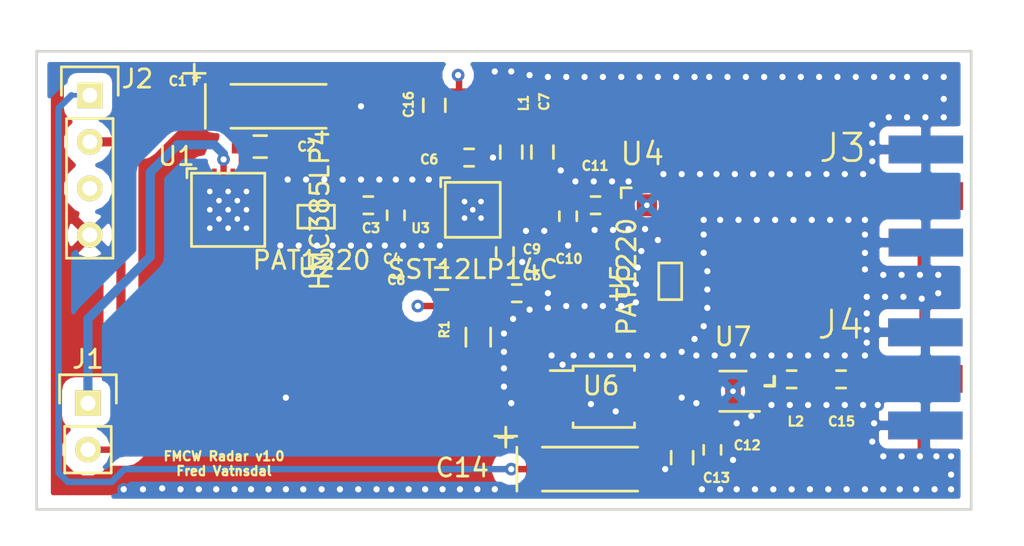
<source format=kicad_pcb>
(kicad_pcb (version 4) (host pcbnew 4.0.1-stable)

  (general
    (links 95)
    (no_connects 0)
    (area 121.3 29.3 180.300001 62.300001)
    (thickness 1.6)
    (drawings 30)
    (tracks 653)
    (zones 0)
    (modules 30)
    (nets 25)
  )

  (page A4)
  (layers
    (0 F.Cu signal)
    (1 In1.Cu signal hide)
    (2 In2.Cu signal hide)
    (31 B.Cu signal hide)
    (32 B.Adhes user)
    (33 F.Adhes user hide)
    (34 B.Paste user)
    (35 F.Paste user)
    (36 B.SilkS user)
    (37 F.SilkS user)
    (38 B.Mask user)
    (39 F.Mask user hide)
    (44 Edge.Cuts user)
  )

  (setup
    (last_trace_width 0.350256)
    (user_trace_width 0.256)
    (user_trace_width 0.350256)
    (user_trace_width 0.5)
    (trace_clearance 0.16)
    (zone_clearance 0.508)
    (zone_45_only yes)
    (trace_min 0.153)
    (segment_width 0.6)
    (edge_width 0.15)
    (via_size 0.69)
    (via_drill 0.34)
    (via_min_size 0.69)
    (via_min_drill 0.34)
    (uvia_size 0.69)
    (uvia_drill 0.34)
    (uvias_allowed no)
    (uvia_min_size 0.69)
    (uvia_min_drill 0.34)
    (pcb_text_width 0.3)
    (pcb_text_size 0.5 0.5)
    (mod_edge_width 0.15)
    (mod_text_size 0.5 0.5)
    (mod_text_width 0.15)
    (pad_size 1.397 1.397)
    (pad_drill 0.8128)
    (pad_to_mask_clearance 0)
    (pad_to_paste_clearance_ratio -0.05)
    (aux_axis_origin 0 0)
    (visible_elements 7FFEFFFF)
    (pcbplotparams
      (layerselection 0x010fc_80000007)
      (usegerberextensions true)
      (excludeedgelayer true)
      (linewidth 0.100000)
      (plotframeref false)
      (viasonmask false)
      (mode 1)
      (useauxorigin false)
      (hpglpennumber 1)
      (hpglpenspeed 20)
      (hpglpendiameter 15)
      (hpglpenoverlay 2)
      (psnegative false)
      (psa4output false)
      (plotreference true)
      (plotvalue false)
      (plotinvisibletext false)
      (padsonsilk false)
      (subtractmaskfromsilk false)
      (outputformat 1)
      (mirror false)
      (drillshape 0)
      (scaleselection 1)
      (outputdirectory C:/Users/fwv1/Desktop/fmcw_gerber/))
  )

  (net 0 "")
  (net 1 GND)
  (net 2 /3V)
  (net 3 "Net-(C3-Pad1)")
  (net 4 "Net-(C3-Pad2)")
  (net 5 "Net-(C5-Pad1)")
  (net 6 /3.3V)
  (net 7 "Net-(C9-Pad1)")
  (net 8 "Net-(C10-Pad1)")
  (net 9 "Net-(C11-Pad1)")
  (net 10 /3V/5V)
  (net 11 "Net-(C15-Pad1)")
  (net 12 "Net-(C15-Pad2)")
  (net 13 /VTUNE)
  (net 14 /IF_OUT)
  (net 15 "Net-(J3-Pad1)")
  (net 16 "Net-(L1-Pad2)")
  (net 17 "Net-(L2-Pad1)")
  (net 18 "Net-(U1-Pad16)")
  (net 19 "Net-(U3-Pad7)")
  (net 20 "Net-(U4-Pad4)")
  (net 21 "Net-(U5-Pad2)")
  (net 22 "Net-(U6-Pad8)")
  (net 23 "Net-(U6-Pad4)")
  (net 24 "Net-(U6-Pad7)")

  (net_class Default "This is the default net class."
    (clearance 0.16)
    (trace_width 0.16)
    (via_dia 0.69)
    (via_drill 0.34)
    (uvia_dia 0.69)
    (uvia_drill 0.34)
    (add_net /3.3V)
    (add_net /3V)
    (add_net /3V/5V)
    (add_net /IF_OUT)
    (add_net /VTUNE)
    (add_net GND)
    (add_net "Net-(C10-Pad1)")
    (add_net "Net-(C11-Pad1)")
    (add_net "Net-(C15-Pad1)")
    (add_net "Net-(C15-Pad2)")
    (add_net "Net-(C3-Pad1)")
    (add_net "Net-(C3-Pad2)")
    (add_net "Net-(C5-Pad1)")
    (add_net "Net-(C9-Pad1)")
    (add_net "Net-(J3-Pad1)")
    (add_net "Net-(L1-Pad2)")
    (add_net "Net-(L2-Pad1)")
    (add_net "Net-(U1-Pad16)")
    (add_net "Net-(U3-Pad7)")
    (add_net "Net-(U4-Pad4)")
    (add_net "Net-(U5-Pad2)")
    (add_net "Net-(U6-Pad4)")
    (add_net "Net-(U6-Pad7)")
    (add_net "Net-(U6-Pad8)")
  )

  (module Housings_SSOP:MSOP-8_3x3mm_Pitch0.65mm (layer F.Cu) (tedit 56AD0762) (tstamp 56A795DD)
    (at 155.95 51.85)
    (descr "8-Lead Plastic Micro Small Outline Package (MS) [MSOP] (see Microchip Packaging Specification 00000049BS.pdf)")
    (tags "SSOP 0.65")
    (path /56A44A3E)
    (attr smd)
    (fp_text reference U6 (at -0.15 -0.6) (layer F.SilkS)
      (effects (font (size 1 1) (thickness 0.15)))
    )
    (fp_text value HMC272AMS8 (at 0 2.6) (layer F.Fab)
      (effects (font (size 1 1) (thickness 0.15)))
    )
    (fp_line (start -3.2 -1.85) (end -3.2 1.85) (layer F.CrtYd) (width 0.05))
    (fp_line (start 3.2 -1.85) (end 3.2 1.85) (layer F.CrtYd) (width 0.05))
    (fp_line (start -3.2 -1.85) (end 3.2 -1.85) (layer F.CrtYd) (width 0.05))
    (fp_line (start -3.2 1.85) (end 3.2 1.85) (layer F.CrtYd) (width 0.05))
    (fp_line (start -1.675 -1.675) (end -1.675 -1.425) (layer F.SilkS) (width 0.15))
    (fp_line (start 1.675 -1.675) (end 1.675 -1.425) (layer F.SilkS) (width 0.15))
    (fp_line (start 1.675 1.675) (end 1.675 1.425) (layer F.SilkS) (width 0.15))
    (fp_line (start -1.675 1.675) (end -1.675 1.425) (layer F.SilkS) (width 0.15))
    (fp_line (start -1.675 -1.675) (end 1.675 -1.675) (layer F.SilkS) (width 0.15))
    (fp_line (start -1.675 1.675) (end 1.675 1.675) (layer F.SilkS) (width 0.15))
    (fp_line (start -1.675 -1.425) (end -2.925 -1.425) (layer F.SilkS) (width 0.15))
    (pad 1 smd rect (at -2.2 -0.975) (size 1.45 0.45) (layers F.Cu F.Paste F.Mask)
      (net 1 GND))
    (pad 2 smd rect (at -2.2 -0.325) (size 1.45 0.45) (layers F.Cu F.Paste F.Mask)
      (net 21 "Net-(U5-Pad2)"))
    (pad 3 smd rect (at -2.2 0.325) (size 1.45 0.45) (layers F.Cu F.Paste F.Mask)
      (net 1 GND))
    (pad 4 smd rect (at -2.2 0.975) (size 1.45 0.45) (layers F.Cu F.Paste F.Mask)
      (net 23 "Net-(U6-Pad4)"))
    (pad 5 smd rect (at 2.2 0.975) (size 1.45 0.45) (layers F.Cu F.Paste F.Mask)
      (net 1 GND))
    (pad 6 smd rect (at 2.2 0.325) (size 1.45 0.45) (layers F.Cu F.Paste F.Mask)
      (net 14 /IF_OUT))
    (pad 7 smd rect (at 2.2 -0.325) (size 1.45 0.45) (layers F.Cu F.Paste F.Mask)
      (net 24 "Net-(U6-Pad7)"))
    (pad 8 smd rect (at 2.2 -0.975) (size 1.45 0.45) (layers F.Cu F.Paste F.Mask)
      (net 22 "Net-(U6-Pad8)"))
    (model Housings_SSOP.3dshapes/MSOP-8_3x3mm_Pitch0.65mm.wrl
      (at (xyz 0 0 0))
      (scale (xyz 1 1 1))
      (rotate (xyz 0 0 0))
    )
  )

  (module Capacitors_Tantalum_SMD:TantalC_SizeA_EIA-3216_HandSoldering (layer F.Cu) (tedit 56AD0903) (tstamp 56A794C6)
    (at 138.2 36)
    (descr "Tantal Cap. , Size A, EIA-3216, Hand Soldering,")
    (tags "Tantal Cap. , Size A, EIA-3216, Hand Soldering,")
    (path /56A46A81)
    (attr smd)
    (fp_text reference C1 (at -5.5 -1.375) (layer F.SilkS)
      (effects (font (size 0.5 0.5) (thickness 0.125)))
    )
    (fp_text value 4.7uF (at -0.09906 3.0988) (layer F.Fab)
      (effects (font (size 1 1) (thickness 0.15)))
    )
    (fp_text user + (at -4.475 -1.6) (layer F.SilkS)
      (effects (font (size 0.5 0.5) (thickness 0.125)))
    )
    (fp_line (start -2.60096 1.19888) (end 2.60096 1.19888) (layer F.SilkS) (width 0.15))
    (fp_line (start 2.60096 -1.19888) (end -2.60096 -1.19888) (layer F.SilkS) (width 0.15))
    (fp_line (start -4.59994 -2.2987) (end -4.59994 -1.19888) (layer F.SilkS) (width 0.15))
    (fp_line (start -5.19938 -1.79832) (end -4.0005 -1.79832) (layer F.SilkS) (width 0.15))
    (fp_line (start -3.99542 -1.19888) (end -3.99542 1.19888) (layer F.SilkS) (width 0.15))
    (pad 2 smd rect (at 1.99898 0) (size 2.99974 1.50114) (layers F.Cu F.Paste F.Mask)
      (net 1 GND))
    (pad 1 smd rect (at -1.99898 0) (size 2.99974 1.50114) (layers F.Cu F.Paste F.Mask)
      (net 2 /3V))
    (model Capacitors_Tantalum_SMD.3dshapes/TantalC_SizeA_EIA-3216_HandSoldering.wrl
      (at (xyz 0 0 0))
      (scale (xyz 1 1 1))
      (rotate (xyz 0 0 180))
    )
  )

  (module Capacitors_SMD:C_0603_HandSoldering (layer F.Cu) (tedit 56AD090F) (tstamp 56A794CC)
    (at 137.2 38.2)
    (descr "Capacitor SMD 0603, hand soldering")
    (tags "capacitor 0603")
    (path /56A46B34)
    (attr smd)
    (fp_text reference C2 (at 2.525 0) (layer F.SilkS)
      (effects (font (size 0.5 0.5) (thickness 0.125)))
    )
    (fp_text value 10nF (at 0 1.9) (layer F.Fab)
      (effects (font (size 1 1) (thickness 0.15)))
    )
    (fp_line (start -1.85 -0.75) (end 1.85 -0.75) (layer F.CrtYd) (width 0.05))
    (fp_line (start -1.85 0.75) (end 1.85 0.75) (layer F.CrtYd) (width 0.05))
    (fp_line (start -1.85 -0.75) (end -1.85 0.75) (layer F.CrtYd) (width 0.05))
    (fp_line (start 1.85 -0.75) (end 1.85 0.75) (layer F.CrtYd) (width 0.05))
    (fp_line (start -0.35 -0.6) (end 0.35 -0.6) (layer F.SilkS) (width 0.15))
    (fp_line (start 0.35 0.6) (end -0.35 0.6) (layer F.SilkS) (width 0.15))
    (pad 1 smd rect (at -0.95 0) (size 1.2 0.75) (layers F.Cu F.Paste F.Mask)
      (net 2 /3V))
    (pad 2 smd rect (at 0.95 0) (size 1.2 0.75) (layers F.Cu F.Paste F.Mask)
      (net 1 GND))
    (model Capacitors_SMD.3dshapes/C_0603_HandSoldering.wrl
      (at (xyz 0 0 0))
      (scale (xyz 1 1 1))
      (rotate (xyz 0 0 0))
    )
  )

  (module Capacitors_SMD:C_0402 (layer F.Cu) (tedit 56AD0813) (tstamp 56A794D2)
    (at 143.1 41.4 180)
    (descr "Capacitor SMD 0402, reflow soldering, AVX (see smccp.pdf)")
    (tags "capacitor 0402")
    (path /56A63498)
    (attr smd)
    (fp_text reference C3 (at -0.15 -1.25 180) (layer F.SilkS)
      (effects (font (size 0.5 0.5) (thickness 0.125)))
    )
    (fp_text value 47pF (at 0 1.7 180) (layer F.Fab)
      (effects (font (size 1 1) (thickness 0.15)))
    )
    (fp_line (start -1.15 -0.6) (end 1.15 -0.6) (layer F.CrtYd) (width 0.05))
    (fp_line (start -1.15 0.6) (end 1.15 0.6) (layer F.CrtYd) (width 0.05))
    (fp_line (start -1.15 -0.6) (end -1.15 0.6) (layer F.CrtYd) (width 0.05))
    (fp_line (start 1.15 -0.6) (end 1.15 0.6) (layer F.CrtYd) (width 0.05))
    (fp_line (start 0.25 -0.475) (end -0.25 -0.475) (layer F.SilkS) (width 0.15))
    (fp_line (start -0.25 0.475) (end 0.25 0.475) (layer F.SilkS) (width 0.15))
    (pad 1 smd rect (at -0.55 0 180) (size 0.6 0.5) (layers F.Cu F.Paste F.Mask)
      (net 3 "Net-(C3-Pad1)"))
    (pad 2 smd rect (at 0.55 0 180) (size 0.6 0.5) (layers F.Cu F.Paste F.Mask)
      (net 4 "Net-(C3-Pad2)"))
    (model Capacitors_SMD.3dshapes/C_0402.wrl
      (at (xyz 0 0 0))
      (scale (xyz 1 1 1))
      (rotate (xyz 0 0 0))
    )
  )

  (module Capacitors_SMD:C_0402 (layer F.Cu) (tedit 56AD0837) (tstamp 56A794D8)
    (at 144.6 41.95 270)
    (descr "Capacitor SMD 0402, reflow soldering, AVX (see smccp.pdf)")
    (tags "capacitor 0402")
    (path /56A634E7)
    (attr smd)
    (fp_text reference C4 (at 2.375 0.2 360) (layer F.SilkS)
      (effects (font (size 0.5 0.5) (thickness 0.125)))
    )
    (fp_text value 1.2pF (at 0 1.7 270) (layer F.Fab)
      (effects (font (size 1 1) (thickness 0.15)))
    )
    (fp_line (start -1.15 -0.6) (end 1.15 -0.6) (layer F.CrtYd) (width 0.05))
    (fp_line (start -1.15 0.6) (end 1.15 0.6) (layer F.CrtYd) (width 0.05))
    (fp_line (start -1.15 -0.6) (end -1.15 0.6) (layer F.CrtYd) (width 0.05))
    (fp_line (start 1.15 -0.6) (end 1.15 0.6) (layer F.CrtYd) (width 0.05))
    (fp_line (start 0.25 -0.475) (end -0.25 -0.475) (layer F.SilkS) (width 0.15))
    (fp_line (start -0.25 0.475) (end 0.25 0.475) (layer F.SilkS) (width 0.15))
    (pad 1 smd rect (at -0.55 0 270) (size 0.6 0.5) (layers F.Cu F.Paste F.Mask)
      (net 3 "Net-(C3-Pad1)"))
    (pad 2 smd rect (at 0.55 0 270) (size 0.6 0.5) (layers F.Cu F.Paste F.Mask)
      (net 1 GND))
    (model Capacitors_SMD.3dshapes/C_0402.wrl
      (at (xyz 0 0 0))
      (scale (xyz 1 1 1))
      (rotate (xyz 0 0 0))
    )
  )

  (module Capacitors_SMD:C_0402 (layer F.Cu) (tedit 56AD0871) (tstamp 56A794DE)
    (at 151.2 46.2)
    (descr "Capacitor SMD 0402, reflow soldering, AVX (see smccp.pdf)")
    (tags "capacitor 0402")
    (path /56A65893)
    (attr smd)
    (fp_text reference C5 (at 0.825 -0.975) (layer F.SilkS)
      (effects (font (size 0.5 0.5) (thickness 0.125)))
    )
    (fp_text value 100pF (at 0 1.7) (layer F.Fab)
      (effects (font (size 1 1) (thickness 0.15)))
    )
    (fp_line (start -1.15 -0.6) (end 1.15 -0.6) (layer F.CrtYd) (width 0.05))
    (fp_line (start -1.15 0.6) (end 1.15 0.6) (layer F.CrtYd) (width 0.05))
    (fp_line (start -1.15 -0.6) (end -1.15 0.6) (layer F.CrtYd) (width 0.05))
    (fp_line (start 1.15 -0.6) (end 1.15 0.6) (layer F.CrtYd) (width 0.05))
    (fp_line (start 0.25 -0.475) (end -0.25 -0.475) (layer F.SilkS) (width 0.15))
    (fp_line (start -0.25 0.475) (end 0.25 0.475) (layer F.SilkS) (width 0.15))
    (pad 1 smd rect (at -0.55 0) (size 0.6 0.5) (layers F.Cu F.Paste F.Mask)
      (net 5 "Net-(C5-Pad1)"))
    (pad 2 smd rect (at 0.55 0) (size 0.6 0.5) (layers F.Cu F.Paste F.Mask)
      (net 1 GND))
    (model Capacitors_SMD.3dshapes/C_0402.wrl
      (at (xyz 0 0 0))
      (scale (xyz 1 1 1))
      (rotate (xyz 0 0 0))
    )
  )

  (module Capacitors_SMD:C_0402 (layer F.Cu) (tedit 56AD0920) (tstamp 56A794E4)
    (at 148.6 38.8)
    (descr "Capacitor SMD 0402, reflow soldering, AVX (see smccp.pdf)")
    (tags "capacitor 0402")
    (path /56A5A2F7)
    (attr smd)
    (fp_text reference C6 (at -2.175 0.1) (layer F.SilkS)
      (effects (font (size 0.5 0.5) (thickness 0.125)))
    )
    (fp_text value 100pF (at 0 1.7) (layer F.Fab)
      (effects (font (size 1 1) (thickness 0.15)))
    )
    (fp_line (start -1.15 -0.6) (end 1.15 -0.6) (layer F.CrtYd) (width 0.05))
    (fp_line (start -1.15 0.6) (end 1.15 0.6) (layer F.CrtYd) (width 0.05))
    (fp_line (start -1.15 -0.6) (end -1.15 0.6) (layer F.CrtYd) (width 0.05))
    (fp_line (start 1.15 -0.6) (end 1.15 0.6) (layer F.CrtYd) (width 0.05))
    (fp_line (start 0.25 -0.475) (end -0.25 -0.475) (layer F.SilkS) (width 0.15))
    (fp_line (start -0.25 0.475) (end 0.25 0.475) (layer F.SilkS) (width 0.15))
    (pad 1 smd rect (at -0.55 0) (size 0.6 0.5) (layers F.Cu F.Paste F.Mask)
      (net 6 /3.3V))
    (pad 2 smd rect (at 0.55 0) (size 0.6 0.5) (layers F.Cu F.Paste F.Mask)
      (net 1 GND))
    (model Capacitors_SMD.3dshapes/C_0402.wrl
      (at (xyz 0 0 0))
      (scale (xyz 1 1 1))
      (rotate (xyz 0 0 0))
    )
  )

  (module Capacitors_SMD:C_0603_HandSoldering (layer F.Cu) (tedit 56AD0939) (tstamp 56A794EA)
    (at 152.6 38.5 270)
    (descr "Capacitor SMD 0603, hand soldering")
    (tags "capacitor 0603")
    (path /56A5A2B6)
    (attr smd)
    (fp_text reference C7 (at -2.75 -0.1 270) (layer F.SilkS)
      (effects (font (size 0.5 0.5) (thickness 0.125)))
    )
    (fp_text value 0.1uF (at 0 1.9 270) (layer F.Fab)
      (effects (font (size 1 1) (thickness 0.15)))
    )
    (fp_line (start -1.85 -0.75) (end 1.85 -0.75) (layer F.CrtYd) (width 0.05))
    (fp_line (start -1.85 0.75) (end 1.85 0.75) (layer F.CrtYd) (width 0.05))
    (fp_line (start -1.85 -0.75) (end -1.85 0.75) (layer F.CrtYd) (width 0.05))
    (fp_line (start 1.85 -0.75) (end 1.85 0.75) (layer F.CrtYd) (width 0.05))
    (fp_line (start -0.35 -0.6) (end 0.35 -0.6) (layer F.SilkS) (width 0.15))
    (fp_line (start 0.35 0.6) (end -0.35 0.6) (layer F.SilkS) (width 0.15))
    (pad 1 smd rect (at -0.95 0 270) (size 1.2 0.75) (layers F.Cu F.Paste F.Mask)
      (net 6 /3.3V))
    (pad 2 smd rect (at 0.95 0 270) (size 1.2 0.75) (layers F.Cu F.Paste F.Mask)
      (net 1 GND))
    (model Capacitors_SMD.3dshapes/C_0603_HandSoldering.wrl
      (at (xyz 0 0 0))
      (scale (xyz 1 1 1))
      (rotate (xyz 0 0 0))
    )
  )

  (module Capacitors_SMD:C_0603_HandSoldering (layer F.Cu) (tedit 56AD0849) (tstamp 56A794F0)
    (at 147.1 45.4 180)
    (descr "Capacitor SMD 0603, hand soldering")
    (tags "capacitor 0603")
    (path /56A5A1ED)
    (attr smd)
    (fp_text reference C8 (at 2.475 -0.075 180) (layer F.SilkS)
      (effects (font (size 0.5 0.5) (thickness 0.125)))
    )
    (fp_text value 0.1uF (at 0 1.9 180) (layer F.Fab)
      (effects (font (size 1 1) (thickness 0.15)))
    )
    (fp_line (start -1.85 -0.75) (end 1.85 -0.75) (layer F.CrtYd) (width 0.05))
    (fp_line (start -1.85 0.75) (end 1.85 0.75) (layer F.CrtYd) (width 0.05))
    (fp_line (start -1.85 -0.75) (end -1.85 0.75) (layer F.CrtYd) (width 0.05))
    (fp_line (start 1.85 -0.75) (end 1.85 0.75) (layer F.CrtYd) (width 0.05))
    (fp_line (start -0.35 -0.6) (end 0.35 -0.6) (layer F.SilkS) (width 0.15))
    (fp_line (start 0.35 0.6) (end -0.35 0.6) (layer F.SilkS) (width 0.15))
    (pad 1 smd rect (at -0.95 0 180) (size 1.2 0.75) (layers F.Cu F.Paste F.Mask)
      (net 6 /3.3V))
    (pad 2 smd rect (at 0.95 0 180) (size 1.2 0.75) (layers F.Cu F.Paste F.Mask)
      (net 1 GND))
    (model Capacitors_SMD.3dshapes/C_0603_HandSoldering.wrl
      (at (xyz 0 0 0))
      (scale (xyz 1 1 1))
      (rotate (xyz 0 0 0))
    )
  )

  (module Capacitors_SMD:C_0402 (layer F.Cu) (tedit 56AD0866) (tstamp 56A794F6)
    (at 150.55 43.95 270)
    (descr "Capacitor SMD 0402, reflow soldering, AVX (see smccp.pdf)")
    (tags "capacitor 0402")
    (path /56A5D428)
    (attr smd)
    (fp_text reference C9 (at -0.15 -1.475 360) (layer F.SilkS)
      (effects (font (size 0.5 0.5) (thickness 0.125)))
    )
    (fp_text value 10pF (at 0 1.7 270) (layer F.Fab)
      (effects (font (size 1 1) (thickness 0.15)))
    )
    (fp_line (start -1.15 -0.6) (end 1.15 -0.6) (layer F.CrtYd) (width 0.05))
    (fp_line (start -1.15 0.6) (end 1.15 0.6) (layer F.CrtYd) (width 0.05))
    (fp_line (start -1.15 -0.6) (end -1.15 0.6) (layer F.CrtYd) (width 0.05))
    (fp_line (start 1.15 -0.6) (end 1.15 0.6) (layer F.CrtYd) (width 0.05))
    (fp_line (start 0.25 -0.475) (end -0.25 -0.475) (layer F.SilkS) (width 0.15))
    (fp_line (start -0.25 0.475) (end 0.25 0.475) (layer F.SilkS) (width 0.15))
    (pad 1 smd rect (at -0.55 0 270) (size 0.6 0.5) (layers F.Cu F.Paste F.Mask)
      (net 7 "Net-(C9-Pad1)"))
    (pad 2 smd rect (at 0.55 0 270) (size 0.6 0.5) (layers F.Cu F.Paste F.Mask)
      (net 1 GND))
    (model Capacitors_SMD.3dshapes/C_0402.wrl
      (at (xyz 0 0 0))
      (scale (xyz 1 1 1))
      (rotate (xyz 0 0 0))
    )
  )

  (module Capacitors_SMD:C_0402 (layer F.Cu) (tedit 56AD0891) (tstamp 56A79502)
    (at 155.5 41.4 180)
    (descr "Capacitor SMD 0402, reflow soldering, AVX (see smccp.pdf)")
    (tags "capacitor 0402")
    (path /56A63096)
    (attr smd)
    (fp_text reference C11 (at 0.025 2.15 180) (layer F.SilkS)
      (effects (font (size 0.5 0.5) (thickness 0.125)))
    )
    (fp_text value 47pF (at 0 1.7 180) (layer F.Fab)
      (effects (font (size 1 1) (thickness 0.15)))
    )
    (fp_line (start -1.15 -0.6) (end 1.15 -0.6) (layer F.CrtYd) (width 0.05))
    (fp_line (start -1.15 0.6) (end 1.15 0.6) (layer F.CrtYd) (width 0.05))
    (fp_line (start -1.15 -0.6) (end -1.15 0.6) (layer F.CrtYd) (width 0.05))
    (fp_line (start 1.15 -0.6) (end 1.15 0.6) (layer F.CrtYd) (width 0.05))
    (fp_line (start 0.25 -0.475) (end -0.25 -0.475) (layer F.SilkS) (width 0.15))
    (fp_line (start -0.25 0.475) (end 0.25 0.475) (layer F.SilkS) (width 0.15))
    (pad 1 smd rect (at -0.55 0 180) (size 0.6 0.5) (layers F.Cu F.Paste F.Mask)
      (net 9 "Net-(C11-Pad1)"))
    (pad 2 smd rect (at 0.55 0 180) (size 0.6 0.5) (layers F.Cu F.Paste F.Mask)
      (net 8 "Net-(C10-Pad1)"))
    (model Capacitors_SMD.3dshapes/C_0402.wrl
      (at (xyz 0 0 0))
      (scale (xyz 1 1 1))
      (rotate (xyz 0 0 0))
    )
  )

  (module Capacitors_SMD:C_0402 (layer F.Cu) (tedit 56AD08C4) (tstamp 56A79508)
    (at 161.875 54.75 270)
    (descr "Capacitor SMD 0402, reflow soldering, AVX (see smccp.pdf)")
    (tags "capacitor 0402")
    (path /56A4C56A)
    (attr smd)
    (fp_text reference C12 (at -0.25 -1.9 360) (layer F.SilkS)
      (effects (font (size 0.5 0.5) (thickness 0.125)))
    )
    (fp_text value 1nF (at 0 1.7 270) (layer F.Fab)
      (effects (font (size 1 1) (thickness 0.15)))
    )
    (fp_line (start -1.15 -0.6) (end 1.15 -0.6) (layer F.CrtYd) (width 0.05))
    (fp_line (start -1.15 0.6) (end 1.15 0.6) (layer F.CrtYd) (width 0.05))
    (fp_line (start -1.15 -0.6) (end -1.15 0.6) (layer F.CrtYd) (width 0.05))
    (fp_line (start 1.15 -0.6) (end 1.15 0.6) (layer F.CrtYd) (width 0.05))
    (fp_line (start 0.25 -0.475) (end -0.25 -0.475) (layer F.SilkS) (width 0.15))
    (fp_line (start -0.25 0.475) (end 0.25 0.475) (layer F.SilkS) (width 0.15))
    (pad 1 smd rect (at -0.55 0 270) (size 0.6 0.5) (layers F.Cu F.Paste F.Mask)
      (net 10 /3V/5V))
    (pad 2 smd rect (at 0.55 0 270) (size 0.6 0.5) (layers F.Cu F.Paste F.Mask)
      (net 1 GND))
    (model Capacitors_SMD.3dshapes/C_0402.wrl
      (at (xyz 0 0 0))
      (scale (xyz 1 1 1))
      (rotate (xyz 0 0 0))
    )
  )

  (module Capacitors_SMD:C_0603_HandSoldering (layer F.Cu) (tedit 56AD08CF) (tstamp 56A7950E)
    (at 160.225 55.175 270)
    (descr "Capacitor SMD 0603, hand soldering")
    (tags "capacitor 0603")
    (path /56A4C5AD)
    (attr smd)
    (fp_text reference C13 (at 1.1 -1.875 360) (layer F.SilkS)
      (effects (font (size 0.5 0.5) (thickness 0.125)))
    )
    (fp_text value 10nF (at 0 1.9 270) (layer F.Fab)
      (effects (font (size 1 1) (thickness 0.15)))
    )
    (fp_line (start -1.85 -0.75) (end 1.85 -0.75) (layer F.CrtYd) (width 0.05))
    (fp_line (start -1.85 0.75) (end 1.85 0.75) (layer F.CrtYd) (width 0.05))
    (fp_line (start -1.85 -0.75) (end -1.85 0.75) (layer F.CrtYd) (width 0.05))
    (fp_line (start 1.85 -0.75) (end 1.85 0.75) (layer F.CrtYd) (width 0.05))
    (fp_line (start -0.35 -0.6) (end 0.35 -0.6) (layer F.SilkS) (width 0.15))
    (fp_line (start 0.35 0.6) (end -0.35 0.6) (layer F.SilkS) (width 0.15))
    (pad 1 smd rect (at -0.95 0 270) (size 1.2 0.75) (layers F.Cu F.Paste F.Mask)
      (net 10 /3V/5V))
    (pad 2 smd rect (at 0.95 0 270) (size 1.2 0.75) (layers F.Cu F.Paste F.Mask)
      (net 1 GND))
    (model Capacitors_SMD.3dshapes/C_0603_HandSoldering.wrl
      (at (xyz 0 0 0))
      (scale (xyz 1 1 1))
      (rotate (xyz 0 0 0))
    )
  )

  (module Capacitors_Tantalum_SMD:TantalC_SizeA_EIA-3216_HandSoldering (layer F.Cu) (tedit 56AD08DA) (tstamp 56A79514)
    (at 155.2 55.8)
    (descr "Tantal Cap. , Size A, EIA-3216, Hand Soldering,")
    (tags "Tantal Cap. , Size A, EIA-3216, Hand Soldering,")
    (path /56A4C5DA)
    (attr smd)
    (fp_text reference C14 (at -6.975 -0.075) (layer F.SilkS)
      (effects (font (size 1 1) (thickness 0.15)))
    )
    (fp_text value 2.2uF (at -0.09906 3.0988) (layer F.Fab)
      (effects (font (size 1 1) (thickness 0.15)))
    )
    (fp_text user + (at -4.59994 -1.80086) (layer F.SilkS)
      (effects (font (size 1 1) (thickness 0.15)))
    )
    (fp_line (start -2.60096 1.19888) (end 2.60096 1.19888) (layer F.SilkS) (width 0.15))
    (fp_line (start 2.60096 -1.19888) (end -2.60096 -1.19888) (layer F.SilkS) (width 0.15))
    (fp_line (start -4.59994 -2.2987) (end -4.59994 -1.19888) (layer F.SilkS) (width 0.15))
    (fp_line (start -5.19938 -1.79832) (end -4.0005 -1.79832) (layer F.SilkS) (width 0.15))
    (fp_line (start -3.99542 -1.19888) (end -3.99542 1.19888) (layer F.SilkS) (width 0.15))
    (pad 2 smd rect (at 1.99898 0) (size 2.99974 1.50114) (layers F.Cu F.Paste F.Mask)
      (net 1 GND))
    (pad 1 smd rect (at -1.99898 0) (size 2.99974 1.50114) (layers F.Cu F.Paste F.Mask)
      (net 10 /3V/5V))
    (model Capacitors_Tantalum_SMD.3dshapes/TantalC_SizeA_EIA-3216_HandSoldering.wrl
      (at (xyz 0 0 0))
      (scale (xyz 1 1 1))
      (rotate (xyz 0 0 180))
    )
  )

  (module Capacitors_SMD:C_0402 (layer F.Cu) (tedit 56AD08B9) (tstamp 56A7951A)
    (at 168.9 50.9 180)
    (descr "Capacitor SMD 0402, reflow soldering, AVX (see smccp.pdf)")
    (tags "capacitor 0402")
    (path /56A4C053)
    (attr smd)
    (fp_text reference C15 (at -0.025 -2.3 180) (layer F.SilkS)
      (effects (font (size 0.5 0.5) (thickness 0.125)))
    )
    (fp_text value 2.7pF (at 0 1.7 180) (layer F.Fab)
      (effects (font (size 1 1) (thickness 0.15)))
    )
    (fp_line (start -1.15 -0.6) (end 1.15 -0.6) (layer F.CrtYd) (width 0.05))
    (fp_line (start -1.15 0.6) (end 1.15 0.6) (layer F.CrtYd) (width 0.05))
    (fp_line (start -1.15 -0.6) (end -1.15 0.6) (layer F.CrtYd) (width 0.05))
    (fp_line (start 1.15 -0.6) (end 1.15 0.6) (layer F.CrtYd) (width 0.05))
    (fp_line (start 0.25 -0.475) (end -0.25 -0.475) (layer F.SilkS) (width 0.15))
    (fp_line (start -0.25 0.475) (end 0.25 0.475) (layer F.SilkS) (width 0.15))
    (pad 1 smd rect (at -0.55 0 180) (size 0.6 0.5) (layers F.Cu F.Paste F.Mask)
      (net 11 "Net-(C15-Pad1)"))
    (pad 2 smd rect (at 0.55 0 180) (size 0.6 0.5) (layers F.Cu F.Paste F.Mask)
      (net 12 "Net-(C15-Pad2)"))
    (model Capacitors_SMD.3dshapes/C_0402.wrl
      (at (xyz 0 0 0))
      (scale (xyz 1 1 1))
      (rotate (xyz 0 0 0))
    )
  )

  (module Pin_Headers:Pin_Header_Straight_1x02 (layer F.Cu) (tedit 56ABEA74) (tstamp 56A7952B)
    (at 127.8 52.2)
    (descr "Through hole pin header")
    (tags "pin header")
    (path /56A877A7)
    (fp_text reference J1 (at 0 -2.4) (layer F.SilkS)
      (effects (font (size 1 1) (thickness 0.15)))
    )
    (fp_text value conn_2 (at 0 -3.1) (layer F.Fab)
      (effects (font (size 1 1) (thickness 0.15)))
    )
    (fp_line (start 1.27 1.27) (end 1.27 3.81) (layer F.SilkS) (width 0.15))
    (fp_line (start 1.55 -1.55) (end 1.55 0) (layer F.SilkS) (width 0.15))
    (fp_line (start -1.75 -1.75) (end -1.75 4.3) (layer F.CrtYd) (width 0.05))
    (fp_line (start 1.75 -1.75) (end 1.75 4.3) (layer F.CrtYd) (width 0.05))
    (fp_line (start -1.75 -1.75) (end 1.75 -1.75) (layer F.CrtYd) (width 0.05))
    (fp_line (start -1.75 4.3) (end 1.75 4.3) (layer F.CrtYd) (width 0.05))
    (fp_line (start 1.27 1.27) (end -1.27 1.27) (layer F.SilkS) (width 0.15))
    (fp_line (start -1.55 0) (end -1.55 -1.55) (layer F.SilkS) (width 0.15))
    (fp_line (start -1.55 -1.55) (end 1.55 -1.55) (layer F.SilkS) (width 0.15))
    (fp_line (start -1.27 1.27) (end -1.27 3.81) (layer F.SilkS) (width 0.15))
    (fp_line (start -1.27 3.81) (end 1.27 3.81) (layer F.SilkS) (width 0.15))
    (pad 1 thru_hole rect (at 0 0) (size 1.397 1.397) (drill 0.8128) (layers *.Cu *.Mask F.SilkS)
      (net 13 /VTUNE))
    (pad 2 thru_hole circle (at 0 2.54) (size 1.397 1.397) (drill 0.8128) (layers *.Cu *.Mask F.SilkS)
      (net 14 /IF_OUT))
    (model Pin_Headers.3dshapes/Pin_Header_Straight_1x02.wrl
      (at (xyz 0 -0.05 0))
      (scale (xyz 1 1 1))
      (rotate (xyz 0 0 90))
    )
  )

  (module Pin_Headers:Pin_Header_Straight_1x04 (layer F.Cu) (tedit 56ABEA4B) (tstamp 56A7953E)
    (at 127.9 35.4)
    (descr "Through hole pin header")
    (tags "pin header")
    (path /56A87D22)
    (fp_text reference J2 (at 2.6 -0.9) (layer F.SilkS)
      (effects (font (size 1 1) (thickness 0.15)))
    )
    (fp_text value conn_4 (at 0 -3.1) (layer F.Fab)
      (effects (font (size 1 1) (thickness 0.15)))
    )
    (fp_line (start -1.75 -1.75) (end -1.75 9.4) (layer F.CrtYd) (width 0.05))
    (fp_line (start 1.75 -1.75) (end 1.75 9.4) (layer F.CrtYd) (width 0.05))
    (fp_line (start -1.75 -1.75) (end 1.75 -1.75) (layer F.CrtYd) (width 0.05))
    (fp_line (start -1.75 9.4) (end 1.75 9.4) (layer F.CrtYd) (width 0.05))
    (fp_line (start -1.27 1.27) (end -1.27 8.89) (layer F.SilkS) (width 0.15))
    (fp_line (start 1.27 1.27) (end 1.27 8.89) (layer F.SilkS) (width 0.15))
    (fp_line (start 1.55 -1.55) (end 1.55 0) (layer F.SilkS) (width 0.15))
    (fp_line (start -1.27 8.89) (end 1.27 8.89) (layer F.SilkS) (width 0.15))
    (fp_line (start 1.27 1.27) (end -1.27 1.27) (layer F.SilkS) (width 0.15))
    (fp_line (start -1.55 0) (end -1.55 -1.55) (layer F.SilkS) (width 0.15))
    (fp_line (start -1.55 -1.55) (end 1.55 -1.55) (layer F.SilkS) (width 0.15))
    (pad 1 thru_hole rect (at 0 0) (size 1.397 1.397) (drill 0.8128) (layers *.Cu *.Mask F.SilkS)
      (net 10 /3V/5V))
    (pad 2 thru_hole circle (at 0 2.54) (size 1.397 1.397) (drill 0.8128) (layers *.Cu *.Mask F.SilkS)
      (net 2 /3V))
    (pad 3 thru_hole circle (at 0 5.08) (size 1.397 1.397) (drill 0.8128) (layers *.Cu *.Mask F.SilkS)
      (net 6 /3.3V))
    (pad 4 thru_hole circle (at 0 7.62) (size 1.397 1.397) (drill 0.8128) (layers *.Cu *.Mask F.SilkS)
      (net 1 GND))
    (model Pin_Headers.3dshapes/Pin_Header_Straight_1x04.wrl
      (at (xyz 0 -0.15 0))
      (scale (xyz 1 1 1))
      (rotate (xyz 0 0 90))
    )
  )

  (module footprints:CONSMA003.062 (layer F.Cu) (tedit 56AD076C) (tstamp 56A79547)
    (at 173.525 40.9)
    (path /56A7A1FD)
    (fp_text reference J3 (at -4.55 -2.625) (layer F.SilkS)
      (effects (font (size 1.5 1.5) (thickness 0.15)))
    )
    (fp_text value conn_sma (at 0 -7.62) (layer F.SilkS) hide
      (effects (font (size 1.5 1.5) (thickness 0.15)))
    )
    (pad 1 smd rect (at 0 0) (size 4.06 1.52) (layers F.Cu F.Paste F.Mask)
      (net 15 "Net-(J3-Pad1)"))
    (pad 2 smd rect (at 0 -2.54) (size 4.06 1.52) (layers F.Cu F.Paste F.Mask)
      (net 1 GND))
    (pad 2 smd rect (at 0 2.54) (size 4.06 1.52) (layers F.Cu F.Paste F.Mask)
      (net 1 GND))
    (pad 2 smd rect (at 0 -2.54) (size 4.06 1.52) (layers B.Cu B.Paste B.Mask)
      (net 1 GND))
    (pad 2 smd rect (at 0 2.54) (size 4.06 1.52) (layers B.Cu B.Paste B.Mask)
      (net 1 GND))
  )

  (module footprints:CONSMA003.062 (layer F.Cu) (tedit 56AD0769) (tstamp 56A79550)
    (at 173.5 50.875)
    (path /56A7A282)
    (fp_text reference J4 (at -4.625 -2.95) (layer F.SilkS)
      (effects (font (size 1.5 1.5) (thickness 0.15)))
    )
    (fp_text value conn_sma (at 0 -7.62) (layer F.SilkS) hide
      (effects (font (size 1.5 1.5) (thickness 0.15)))
    )
    (pad 1 smd rect (at 0 0) (size 4.06 1.52) (layers F.Cu F.Paste F.Mask)
      (net 11 "Net-(C15-Pad1)"))
    (pad 2 smd rect (at 0 -2.54) (size 4.06 1.52) (layers F.Cu F.Paste F.Mask)
      (net 1 GND))
    (pad 2 smd rect (at 0 2.54) (size 4.06 1.52) (layers F.Cu F.Paste F.Mask)
      (net 1 GND))
    (pad 2 smd rect (at 0 -2.54) (size 4.06 1.52) (layers B.Cu B.Paste B.Mask)
      (net 1 GND))
    (pad 2 smd rect (at 0 2.54) (size 4.06 1.52) (layers B.Cu B.Paste B.Mask)
      (net 1 GND))
  )

  (module Capacitors_SMD:C_0603_HandSoldering (layer F.Cu) (tedit 56AD092F) (tstamp 56A79556)
    (at 150.9 38.5 270)
    (descr "Capacitor SMD 0603, hand soldering")
    (tags "capacitor 0603")
    (path /56A5A388)
    (attr smd)
    (fp_text reference L1 (at -2.675 -0.675 270) (layer F.SilkS)
      (effects (font (size 0.5 0.5) (thickness 0.125)))
    )
    (fp_text value 12nH (at 0 1.9 270) (layer F.Fab)
      (effects (font (size 1 1) (thickness 0.15)))
    )
    (fp_line (start -1.85 -0.75) (end 1.85 -0.75) (layer F.CrtYd) (width 0.05))
    (fp_line (start -1.85 0.75) (end 1.85 0.75) (layer F.CrtYd) (width 0.05))
    (fp_line (start -1.85 -0.75) (end -1.85 0.75) (layer F.CrtYd) (width 0.05))
    (fp_line (start 1.85 -0.75) (end 1.85 0.75) (layer F.CrtYd) (width 0.05))
    (fp_line (start -0.35 -0.6) (end 0.35 -0.6) (layer F.SilkS) (width 0.15))
    (fp_line (start 0.35 0.6) (end -0.35 0.6) (layer F.SilkS) (width 0.15))
    (pad 1 smd rect (at -0.95 0 270) (size 1.2 0.75) (layers F.Cu F.Paste F.Mask)
      (net 6 /3.3V))
    (pad 2 smd rect (at 0.95 0 270) (size 1.2 0.75) (layers F.Cu F.Paste F.Mask)
      (net 16 "Net-(L1-Pad2)"))
    (model Capacitors_SMD.3dshapes/C_0603_HandSoldering.wrl
      (at (xyz 0 0 0))
      (scale (xyz 1 1 1))
      (rotate (xyz 0 0 0))
    )
  )

  (module Capacitors_SMD:C_0402 (layer F.Cu) (tedit 56AD08AC) (tstamp 56A7955C)
    (at 166.2 50.9)
    (descr "Capacitor SMD 0402, reflow soldering, AVX (see smccp.pdf)")
    (tags "capacitor 0402")
    (path /56A4BFA0)
    (attr smd)
    (fp_text reference L2 (at 0.225 2.3) (layer F.SilkS)
      (effects (font (size 0.5 0.5) (thickness 0.125)))
    )
    (fp_text value 2.0nH (at 0 1.7) (layer F.Fab)
      (effects (font (size 1 1) (thickness 0.15)))
    )
    (fp_line (start -1.15 -0.6) (end 1.15 -0.6) (layer F.CrtYd) (width 0.05))
    (fp_line (start -1.15 0.6) (end 1.15 0.6) (layer F.CrtYd) (width 0.05))
    (fp_line (start -1.15 -0.6) (end -1.15 0.6) (layer F.CrtYd) (width 0.05))
    (fp_line (start 1.15 -0.6) (end 1.15 0.6) (layer F.CrtYd) (width 0.05))
    (fp_line (start 0.25 -0.475) (end -0.25 -0.475) (layer F.SilkS) (width 0.15))
    (fp_line (start -0.25 0.475) (end 0.25 0.475) (layer F.SilkS) (width 0.15))
    (pad 1 smd rect (at -0.55 0) (size 0.6 0.5) (layers F.Cu F.Paste F.Mask)
      (net 17 "Net-(L2-Pad1)"))
    (pad 2 smd rect (at 0.55 0) (size 0.6 0.5) (layers F.Cu F.Paste F.Mask)
      (net 12 "Net-(C15-Pad2)"))
    (model Capacitors_SMD.3dshapes/C_0402.wrl
      (at (xyz 0 0 0))
      (scale (xyz 1 1 1))
      (rotate (xyz 0 0 0))
    )
  )

  (module Resistors_SMD:R_0603_HandSoldering (layer F.Cu) (tedit 56AD0859) (tstamp 56A79568)
    (at 149.1 48.6 90)
    (descr "Resistor SMD 0603, hand soldering")
    (tags "resistor 0603")
    (path /56A65791)
    (attr smd)
    (fp_text reference R1 (at 0.425 -1.85 90) (layer F.SilkS)
      (effects (font (size 0.5 0.5) (thickness 0.125)))
    )
    (fp_text value 30 (at 0 1.9 90) (layer F.Fab)
      (effects (font (size 1 1) (thickness 0.15)))
    )
    (fp_line (start -2 -0.8) (end 2 -0.8) (layer F.CrtYd) (width 0.05))
    (fp_line (start -2 0.8) (end 2 0.8) (layer F.CrtYd) (width 0.05))
    (fp_line (start -2 -0.8) (end -2 0.8) (layer F.CrtYd) (width 0.05))
    (fp_line (start 2 -0.8) (end 2 0.8) (layer F.CrtYd) (width 0.05))
    (fp_line (start 0.5 0.675) (end -0.5 0.675) (layer F.SilkS) (width 0.15))
    (fp_line (start -0.5 -0.675) (end 0.5 -0.675) (layer F.SilkS) (width 0.15))
    (pad 1 smd rect (at -1.1 0 90) (size 1.2 0.9) (layers F.Cu F.Paste F.Mask)
      (net 2 /3V))
    (pad 2 smd rect (at 1.1 0 90) (size 1.2 0.9) (layers F.Cu F.Paste F.Mask)
      (net 5 "Net-(C5-Pad1)"))
    (model Resistors_SMD.3dshapes/R_0603_HandSoldering.wrl
      (at (xyz 0 0 0))
      (scale (xyz 1 1 1))
      (rotate (xyz 0 0 0))
    )
  )

  (module footprints:VQFN-24 (layer F.Cu) (tedit 56AD08DF) (tstamp 56A79592)
    (at 135.45 41.65 270)
    (path /56A43E86)
    (fp_text reference U1 (at -2.925 2.825 360) (layer F.SilkS)
      (effects (font (size 1 1) (thickness 0.15)))
    )
    (fp_text value HMC385LP4 (at 0 -5 270) (layer F.SilkS)
      (effects (font (size 1 1) (thickness 0.15)))
    )
    (fp_line (start -2.25 1.75) (end -2.25 2.25) (layer F.SilkS) (width 0.15))
    (fp_line (start -2.25 2.25) (end -1.75 2.25) (layer F.SilkS) (width 0.15))
    (fp_line (start -2 -2) (end 2 -2) (layer F.SilkS) (width 0.15))
    (fp_line (start 2 -2) (end 2 2) (layer F.SilkS) (width 0.15))
    (fp_line (start 2 2) (end -2 2) (layer F.SilkS) (width 0.15))
    (fp_line (start -2 2) (end -2 -2) (layer F.SilkS) (width 0.15))
    (pad 1 smd rect (at -1.25 1.9 270) (size 0.25 0.7) (layers F.Cu F.Paste F.Mask))
    (pad 2 smd rect (at -0.75 1.9 270) (size 0.25 0.7) (layers F.Cu F.Paste F.Mask))
    (pad 3 smd rect (at -0.25 1.9 270) (size 0.25 0.7) (layers F.Cu F.Paste F.Mask))
    (pad 4 smd rect (at 0.25 1.9 270) (size 0.25 0.7) (layers F.Cu F.Paste F.Mask))
    (pad 5 smd rect (at 0.75 1.9 270) (size 0.25 0.7) (layers F.Cu F.Paste F.Mask))
    (pad 6 smd rect (at 1.25 1.9 270) (size 0.25 0.7) (layers F.Cu F.Paste F.Mask))
    (pad 13 smd rect (at 1.25 -1.9 270) (size 0.25 0.7) (layers F.Cu F.Paste F.Mask))
    (pad 14 smd rect (at 0.75 -1.9 270) (size 0.25 0.7) (layers F.Cu F.Paste F.Mask))
    (pad 15 smd rect (at 0.25 -1.9 270) (size 0.25 0.7) (layers F.Cu F.Paste F.Mask)
      (net 1 GND))
    (pad 16 smd rect (at -0.25 -1.9 270) (size 0.25 0.7) (layers F.Cu F.Paste F.Mask)
      (net 18 "Net-(U1-Pad16)"))
    (pad 17 smd rect (at -0.75 -1.9 270) (size 0.25 0.7) (layers F.Cu F.Paste F.Mask))
    (pad 18 smd rect (at -1.25 -1.9 270) (size 0.25 0.7) (layers F.Cu F.Paste F.Mask))
    (pad 19 smd rect (at -1.9 -1.25) (size 0.25 0.7) (layers F.Cu F.Paste F.Mask))
    (pad 20 smd rect (at -1.9 -0.75) (size 0.25 0.7) (layers F.Cu F.Paste F.Mask)
      (net 2 /3V))
    (pad 21 smd rect (at -1.9 -0.25) (size 0.25 0.7) (layers F.Cu F.Paste F.Mask))
    (pad 22 smd rect (at -1.9 0.25) (size 0.25 0.7) (layers F.Cu F.Paste F.Mask)
      (net 13 /VTUNE))
    (pad 23 smd rect (at -1.9 0.75) (size 0.25 0.7) (layers F.Cu F.Paste F.Mask))
    (pad 7 smd rect (at 1.9 1.25) (size 0.25 0.7) (layers F.Cu F.Paste F.Mask))
    (pad 8 smd rect (at 1.9 0.76) (size 0.25 0.7) (layers F.Cu F.Paste F.Mask))
    (pad 9 smd rect (at 1.9 0.25) (size 0.25 0.7) (layers F.Cu F.Paste F.Mask))
    (pad 10 smd rect (at 1.9 -0.25) (size 0.25 0.7) (layers F.Cu F.Paste F.Mask))
    (pad 11 smd rect (at 1.9 -0.75) (size 0.25 0.7) (layers F.Cu F.Paste F.Mask))
    (pad 12 smd rect (at 1.9 -1.25) (size 0.25 0.7) (layers F.Cu F.Paste F.Mask))
    (pad 24 smd rect (at -1.9 1.25) (size 0.25 0.7) (layers F.Cu F.Paste F.Mask))
    (pad PAD smd rect (at 0 0 270) (size 2.7 2.7) (layers F.Cu F.Paste F.Mask)
      (net 1 GND))
    (pad PAD thru_hole circle (at 0 0 270) (size 0.3 0.3) (drill 0.3) (layers *.Cu *.Mask F.SilkS)
      (net 1 GND) (zone_connect 2))
    (pad PAD thru_hole circle (at -0.5 -0.5 270) (size 0.3 0.3) (drill 0.3) (layers *.Cu *.Mask F.SilkS)
      (net 1 GND) (zone_connect 2))
    (pad PAD thru_hole circle (at -1 -1 270) (size 0.3 0.3) (drill 0.3) (layers *.Cu *.Mask F.SilkS)
      (net 1 GND) (zone_connect 2))
    (pad PAD thru_hole circle (at 0 -1 270) (size 0.3 0.3) (drill 0.3) (layers *.Cu *.Mask F.SilkS)
      (net 1 GND) (zone_connect 2))
    (pad PAD thru_hole circle (at 1 -1 270) (size 0.3 0.3) (drill 0.3) (layers *.Cu *.Mask F.SilkS)
      (net 1 GND) (zone_connect 2))
    (pad PAD thru_hole circle (at 0.5 -0.5 270) (size 0.3 0.3) (drill 0.3) (layers *.Cu *.Mask F.SilkS)
      (net 1 GND) (zone_connect 2))
    (pad PAD thru_hole circle (at -1 0 270) (size 0.3 0.3) (drill 0.3) (layers *.Cu *.Mask F.SilkS)
      (net 1 GND) (zone_connect 2))
    (pad PAD thru_hole circle (at 1 0 270) (size 0.3 0.3) (drill 0.3) (layers *.Cu *.Mask F.SilkS)
      (net 1 GND) (zone_connect 2))
    (pad PAD thru_hole circle (at -0.5 0.5 270) (size 0.3 0.3) (drill 0.3) (layers *.Cu *.Mask F.SilkS)
      (net 1 GND) (zone_connect 2))
    (pad PAD thru_hole circle (at 0.5 0.5 270) (size 0.3 0.3) (drill 0.3) (layers *.Cu *.Mask F.SilkS)
      (net 1 GND) (zone_connect 2))
    (pad PAD thru_hole circle (at -1 1 270) (size 0.3 0.3) (drill 0.3) (layers *.Cu *.Mask F.SilkS)
      (net 1 GND) (zone_connect 2))
    (pad PAD thru_hole circle (at 0 1 270) (size 0.3 0.3) (drill 0.3) (layers *.Cu *.Mask F.SilkS)
      (net 1 GND) (zone_connect 2))
    (pad PAD thru_hole circle (at 1 1 270) (size 0.3 0.3) (drill 0.3) (layers *.Cu *.Mask F.SilkS)
      (net 1 GND) (zone_connect 2))
  )

  (module footprints:PAT1220 (layer F.Cu) (tedit 56AD0738) (tstamp 56A79599)
    (at 139.5 41.4)
    (path /56A44019)
    (fp_text reference U2 (at 0.75 3.425) (layer F.SilkS)
      (effects (font (size 1 1) (thickness 0.15)))
    )
    (fp_text value PAT1220 (at 0.5 3) (layer F.SilkS)
      (effects (font (size 1 1) (thickness 0.15)))
    )
    (fp_line (start -0.25 0) (end -0.25 1.25) (layer F.SilkS) (width 0.15))
    (fp_line (start -0.25 1.25) (end 1.75 1.25) (layer F.SilkS) (width 0.15))
    (fp_line (start 1.75 1.25) (end 1.75 0) (layer F.SilkS) (width 0.15))
    (fp_line (start 1.75 0) (end -0.25 0) (layer F.SilkS) (width 0.15))
    (pad 1 smd rect (at 0 0) (size 0.8 0.7) (layers F.Cu F.Paste F.Mask)
      (net 18 "Net-(U1-Pad16)"))
    (pad 2 smd rect (at 1.5 0) (size 0.8 0.7) (layers F.Cu F.Paste F.Mask)
      (net 4 "Net-(C3-Pad2)"))
    (pad 3 smd rect (at 0.75 1.2) (size 2.3 0.7) (layers F.Cu F.Paste F.Mask)
      (net 1 GND))
  )

  (module footprints:VQFN-16 (layer F.Cu) (tedit 56AD0822) (tstamp 56A795B3)
    (at 148.8 41.65)
    (path /56A57A5B)
    (fp_text reference U3 (at -2.85 1) (layer F.SilkS)
      (effects (font (size 0.5 0.5) (thickness 0.125)))
    )
    (fp_text value SST12LP14C (at 0 3.25) (layer F.SilkS)
      (effects (font (size 1 1) (thickness 0.15)))
    )
    (fp_line (start -1.25 -1.75) (end -1.75 -1.75) (layer F.SilkS) (width 0.15))
    (fp_line (start -1.75 -1.75) (end -1.75 -1.25) (layer F.SilkS) (width 0.15))
    (fp_line (start -1.5 -1.5) (end 1.5 -1.5) (layer F.SilkS) (width 0.15))
    (fp_line (start 1.5 -1.5) (end 1.5 1.5) (layer F.SilkS) (width 0.15))
    (fp_line (start 1.5 1.5) (end -1.5 1.5) (layer F.SilkS) (width 0.15))
    (fp_line (start -1.5 1.5) (end -1.5 -1.5) (layer F.SilkS) (width 0.15))
    (pad 1 smd rect (at -1.35 -0.75 90) (size 0.25 0.5) (layers F.Cu F.Paste F.Mask))
    (pad 2 smd rect (at -1.35 -0.25 90) (size 0.25 0.5) (layers F.Cu F.Paste F.Mask)
      (net 3 "Net-(C3-Pad1)"))
    (pad 3 smd rect (at -1.35 0.25 90) (size 0.25 0.5) (layers F.Cu F.Paste F.Mask)
      (net 3 "Net-(C3-Pad1)"))
    (pad 4 smd rect (at -1.35 0.75 90) (size 0.25 0.5) (layers F.Cu F.Paste F.Mask))
    (pad 5 smd rect (at -0.75 1.35) (size 0.25 0.5) (layers F.Cu F.Paste F.Mask)
      (net 6 /3.3V))
    (pad 6 smd rect (at -0.25 1.35) (size 0.25 0.5) (layers F.Cu F.Paste F.Mask)
      (net 5 "Net-(C5-Pad1)"))
    (pad 7 smd rect (at 0.25 1.35) (size 0.25 0.5) (layers F.Cu F.Paste F.Mask)
      (net 19 "Net-(U3-Pad7)"))
    (pad 8 smd rect (at 0.75 1.35) (size 0.25 0.5) (layers F.Cu F.Paste F.Mask))
    (pad 9 smd rect (at 1.35 0.75 90) (size 0.25 0.5) (layers F.Cu F.Paste F.Mask)
      (net 7 "Net-(C9-Pad1)"))
    (pad 10 smd rect (at 1.35 0.25 90) (size 0.25 0.5) (layers F.Cu F.Paste F.Mask)
      (net 8 "Net-(C10-Pad1)"))
    (pad 11 smd rect (at 1.35 -0.25 90) (size 0.25 0.5) (layers F.Cu F.Paste F.Mask)
      (net 8 "Net-(C10-Pad1)"))
    (pad 12 smd rect (at 1.35 -0.75 90) (size 0.25 0.5) (layers F.Cu F.Paste F.Mask)
      (net 16 "Net-(L1-Pad2)"))
    (pad 13 smd rect (at 0.75 -1.35) (size 0.25 0.5) (layers F.Cu F.Paste F.Mask))
    (pad 14 smd rect (at 0.25 -1.35) (size 0.25 0.5) (layers F.Cu F.Paste F.Mask))
    (pad 15 smd rect (at -0.25 -1.35) (size 0.25 0.5) (layers F.Cu F.Paste F.Mask))
    (pad 16 smd rect (at -0.75 -1.35) (size 0.25 0.5) (layers F.Cu F.Paste F.Mask)
      (net 6 /3.3V))
    (pad PAD smd rect (at 0 0) (size 1.8 1.8) (layers F.Cu F.Paste F.Mask)
      (net 1 GND))
    (pad PAD thru_hole circle (at -0.45 -0.45) (size 0.3 0.3) (drill 0.3) (layers *.Cu *.Mask F.SilkS)
      (net 1 GND) (zone_connect 2))
    (pad PAD thru_hole circle (at -0.45 0.45) (size 0.3 0.3) (drill 0.3) (layers *.Cu *.Mask F.SilkS)
      (net 1 GND) (zone_connect 2))
    (pad PAD thru_hole circle (at 0.45 -0.45) (size 0.3 0.3) (drill 0.3) (layers *.Cu *.Mask F.SilkS)
      (net 1 GND) (zone_connect 2))
    (pad PAD thru_hole circle (at 0.45 0.45) (size 0.3 0.3) (drill 0.3) (layers *.Cu *.Mask F.SilkS)
      (net 1 GND) (zone_connect 2))
    (pad PAD thru_hole circle (at 0 0) (size 0.3 0.3) (drill 0.3) (layers *.Cu *.Mask F.SilkS)
      (net 1 GND) (zone_connect 2))
  )

  (module footprints:SOIC-6 (layer F.Cu) (tedit 56AD0943) (tstamp 56A795BF)
    (at 158.3 41.4 270)
    (path /56A444D2)
    (fp_text reference U4 (at -2.8 0.25 360) (layer F.SilkS)
      (effects (font (size 1.2 1.2) (thickness 0.15)))
    )
    (fp_text value SKY16406-381LF (at 0.45 4.1 270) (layer F.Fab)
      (effects (font (size 1.2 1.2) (thickness 0.15)))
    )
    (fp_line (start -0.95 0.85) (end -0.95 1.4) (layer F.SilkS) (width 0.15))
    (fp_line (start -0.95 1.4) (end -0.4 1.4) (layer F.SilkS) (width 0.15))
    (pad 6 smd rect (at -0.5 -0.95 270) (size 0.25 0.4) (layers F.Cu F.Paste F.Mask)
      (net 15 "Net-(J3-Pad1)"))
    (pad 1 smd rect (at -0.5 0.95 270) (size 0.25 0.4) (layers F.Cu F.Paste F.Mask)
      (net 1 GND))
    (pad 5 smd rect (at 0 -0.95 270) (size 0.25 0.4) (layers F.Cu F.Paste F.Mask)
      (net 1 GND))
    (pad 2 smd rect (at 0 0.95 270) (size 0.25 0.4) (layers F.Cu F.Paste F.Mask)
      (net 9 "Net-(C11-Pad1)"))
    (pad 4 smd rect (at 0.5 -0.95 270) (size 0.25 0.4) (layers F.Cu F.Paste F.Mask)
      (net 20 "Net-(U4-Pad4)"))
    (pad 3 smd rect (at 0.5 0.95 270) (size 0.25 0.4) (layers F.Cu F.Paste F.Mask)
      (net 1 GND))
    (pad PAD smd rect (at 0 0 270) (size 1.2 1.1) (layers F.Cu F.Paste F.Mask)
      (net 1 GND))
    (pad PAD thru_hole circle (at 0 0 270) (size 0.3 0.3) (drill 0.3) (layers *.Cu *.Mask F.SilkS)
      (net 1 GND))
  )

  (module footprints:PAT1220 (layer F.Cu) (tedit 56AD07B2) (tstamp 56A795C6)
    (at 160.2 44.8 270)
    (path /56A44D11)
    (fp_text reference U5 (at 0.8 3.35 450) (layer F.SilkS)
      (effects (font (size 1 1) (thickness 0.15)))
    )
    (fp_text value PAT1220 (at 0.5 3 270) (layer F.SilkS)
      (effects (font (size 1 1) (thickness 0.15)))
    )
    (fp_line (start -0.25 0) (end -0.25 1.25) (layer F.SilkS) (width 0.15))
    (fp_line (start -0.25 1.25) (end 1.75 1.25) (layer F.SilkS) (width 0.15))
    (fp_line (start 1.75 1.25) (end 1.75 0) (layer F.SilkS) (width 0.15))
    (fp_line (start 1.75 0) (end -0.25 0) (layer F.SilkS) (width 0.15))
    (pad 1 smd rect (at 0 0 270) (size 0.8 0.7) (layers F.Cu F.Paste F.Mask)
      (net 20 "Net-(U4-Pad4)"))
    (pad 2 smd rect (at 1.5 0 270) (size 0.8 0.7) (layers F.Cu F.Paste F.Mask)
      (net 21 "Net-(U5-Pad2)"))
    (pad 3 smd rect (at 0.75 1.2 270) (size 2.3 0.7) (layers F.Cu F.Paste F.Mask)
      (net 1 GND))
  )

  (module footprints:DFN-6_2x2 (layer F.Cu) (tedit 56AD0766) (tstamp 56A795EA)
    (at 163 51.55 180)
    (descr "6-Lead Plastic Dual Flat, No Lead Package (MA) - 2x2x0.9 mm Body [DFN] (see Microchip Packaging Specification 00000049BS.pdf)")
    (tags "DFN 0.65")
    (path /56A4A9FF)
    (attr smd)
    (fp_text reference U7 (at 0 2.975 180) (layer F.SilkS)
      (effects (font (size 1 1) (thickness 0.15)))
    )
    (fp_text value HMC667LP2 (at 0 2.025 180) (layer F.Fab)
      (effects (font (size 1 1) (thickness 0.15)))
    )
    (fp_line (start -1.65 -1.25) (end -1.65 1.25) (layer F.CrtYd) (width 0.05))
    (fp_line (start 1.65 -1.25) (end 1.65 1.25) (layer F.CrtYd) (width 0.05))
    (fp_line (start -1.65 -1.25) (end 1.65 -1.25) (layer F.CrtYd) (width 0.05))
    (fp_line (start -1.65 1.25) (end 1.65 1.25) (layer F.CrtYd) (width 0.05))
    (fp_line (start -0.725 1.1) (end 0.725 1.1) (layer F.SilkS) (width 0.15))
    (fp_line (start -1.45 -1.1) (end 0.725 -1.1) (layer F.SilkS) (width 0.15))
    (pad 1 smd rect (at -1.03 -0.65 180) (size 0.65 0.35) (layers F.Cu F.Paste F.Mask)
      (net 1 GND))
    (pad 2 smd rect (at -1.03 0 180) (size 0.65 0.35) (layers F.Cu F.Paste F.Mask)
      (net 1 GND))
    (pad 3 smd rect (at -1.03 0.65 180) (size 0.65 0.35) (layers F.Cu F.Paste F.Mask)
      (net 17 "Net-(L2-Pad1)"))
    (pad 4 smd rect (at 1.03 0.65 180) (size 0.65 0.35) (layers F.Cu F.Paste F.Mask)
      (net 22 "Net-(U6-Pad8)"))
    (pad 5 smd rect (at 1.03 0 180) (size 0.65 0.35) (layers F.Cu F.Paste F.Mask)
      (net 1 GND))
    (pad 6 smd rect (at 1.03 -0.65 180) (size 0.65 0.35) (layers F.Cu F.Paste F.Mask)
      (net 10 /3V/5V))
    (pad PAD smd rect (at 0 0.4 180) (size 0.85 0.8) (layers F.Cu F.Paste F.Mask)
      (net 1 GND) (solder_paste_margin_ratio -0.2))
    (pad PAD smd rect (at 0 -0.4 180) (size 0.85 0.8) (layers F.Cu F.Paste F.Mask)
      (net 1 GND) (solder_paste_margin_ratio -0.2))
    (pad PAD thru_hole circle (at 0 0 180) (size 0.3 0.3) (drill 0.3) (layers *.Cu *.Mask F.SilkS)
      (net 1 GND))
    (model Housings_DFN_QFN.3dshapes/DFN-6-1EP_2x2mm_Pitch0.65mm.wrl
      (at (xyz 0 0 0))
      (scale (xyz 1 1 1))
      (rotate (xyz 0 0 0))
    )
  )

  (module Capacitors_SMD:C_0402 (layer F.Cu) (tedit 56AD0895) (tstamp 56A794FC)
    (at 154 42 270)
    (descr "Capacitor SMD 0402, reflow soldering, AVX (see smccp.pdf)")
    (tags "capacitor 0402")
    (path /56A6313D)
    (attr smd)
    (fp_text reference C10 (at 2.325 -0.05 360) (layer F.SilkS)
      (effects (font (size 0.5 0.5) (thickness 0.125)))
    )
    (fp_text value 2.0pF (at 0 1.7 270) (layer F.Fab)
      (effects (font (size 1 1) (thickness 0.15)))
    )
    (fp_line (start -1.15 -0.6) (end 1.15 -0.6) (layer F.CrtYd) (width 0.05))
    (fp_line (start -1.15 0.6) (end 1.15 0.6) (layer F.CrtYd) (width 0.05))
    (fp_line (start -1.15 -0.6) (end -1.15 0.6) (layer F.CrtYd) (width 0.05))
    (fp_line (start 1.15 -0.6) (end 1.15 0.6) (layer F.CrtYd) (width 0.05))
    (fp_line (start 0.25 -0.475) (end -0.25 -0.475) (layer F.SilkS) (width 0.15))
    (fp_line (start -0.25 0.475) (end 0.25 0.475) (layer F.SilkS) (width 0.15))
    (pad 1 smd rect (at -0.55 0 270) (size 0.6 0.5) (layers F.Cu F.Paste F.Mask)
      (net 8 "Net-(C10-Pad1)"))
    (pad 2 smd rect (at 0.55 0 270) (size 0.6 0.5) (layers F.Cu F.Paste F.Mask)
      (net 1 GND))
    (model Capacitors_SMD.3dshapes/C_0402.wrl
      (at (xyz 0 0 0))
      (scale (xyz 1 1 1))
      (rotate (xyz 0 0 0))
    )
  )

  (module Capacitors_SMD:C_0603 (layer F.Cu) (tedit 56AD0918) (tstamp 56ACF711)
    (at 146.7 35.95 270)
    (descr "Capacitor SMD 0603, reflow soldering, AVX (see smccp.pdf)")
    (tags "capacitor 0603")
    (path /56AD2A62)
    (attr smd)
    (fp_text reference C16 (at -0.05 1.4 270) (layer F.SilkS)
      (effects (font (size 0.5 0.5) (thickness 0.125)))
    )
    (fp_text value 10uF (at 0 1.9 270) (layer F.Fab)
      (effects (font (size 1 1) (thickness 0.15)))
    )
    (fp_line (start -1.45 -0.75) (end 1.45 -0.75) (layer F.CrtYd) (width 0.05))
    (fp_line (start -1.45 0.75) (end 1.45 0.75) (layer F.CrtYd) (width 0.05))
    (fp_line (start -1.45 -0.75) (end -1.45 0.75) (layer F.CrtYd) (width 0.05))
    (fp_line (start 1.45 -0.75) (end 1.45 0.75) (layer F.CrtYd) (width 0.05))
    (fp_line (start -0.35 -0.6) (end 0.35 -0.6) (layer F.SilkS) (width 0.15))
    (fp_line (start 0.35 0.6) (end -0.35 0.6) (layer F.SilkS) (width 0.15))
    (pad 1 smd rect (at -0.75 0 270) (size 0.8 0.75) (layers F.Cu F.Paste F.Mask)
      (net 6 /3.3V))
    (pad 2 smd rect (at 0.75 0 270) (size 0.8 0.75) (layers F.Cu F.Paste F.Mask)
      (net 1 GND))
    (model Capacitors_SMD.3dshapes/C_0603.wrl
      (at (xyz 0 0 0))
      (scale (xyz 1 1 1))
      (rotate (xyz 0 0 0))
    )
  )

  (gr_text "FMCW Radar v1.0\nFred Vatnsdal" (at 135.225 55.5) (layer F.SilkS)
    (effects (font (size 0.5 0.5) (thickness 0.125)))
  )
  (gr_line (start 151.2 41.375) (end 153.325 41.375) (angle 90) (layer F.Mask) (width 0.6))
  (gr_line (start 145.275 41.375) (end 146.475 41.375) (angle 90) (layer F.Mask) (width 0.6))
  (gr_line (start 167.65 50.925) (end 167.45 50.925) (angle 90) (layer F.Mask) (width 0.6))
  (gr_line (start 170.3 50.875) (end 170.95 50.875) (angle 90) (layer F.Mask) (width 0.6))
  (gr_line (start 159.45 50.95) (end 161.15 50.95) (angle 90) (layer F.Mask) (width 0.6))
  (gr_line (start 152.15 51.55) (end 152.5 51.55) (angle 90) (layer F.Mask) (width 0.6))
  (gr_line (start 152 51.4) (end 152.15 51.55) (angle 90) (layer F.Mask) (width 0.6))
  (gr_line (start 151.65 51.05) (end 152 51.4) (angle 90) (layer F.Mask) (width 0.6))
  (gr_line (start 151.65 50.95) (end 151.65 51.05) (angle 90) (layer F.Mask) (width 0.6))
  (gr_line (start 151.65 48.75) (end 151.65 50.95) (angle 90) (layer F.Mask) (width 0.6))
  (gr_line (start 152.15 48.25) (end 151.65 48.75) (angle 90) (layer F.Mask) (width 0.6))
  (gr_line (start 152.3 48.25) (end 152.15 48.25) (angle 90) (layer F.Mask) (width 0.6))
  (gr_line (start 159.7 48.25) (end 152.3 48.25) (angle 90) (layer F.Mask) (width 0.6))
  (gr_line (start 160.2 47.75) (end 159.7 48.25) (angle 90) (layer F.Mask) (width 0.6))
  (gr_line (start 160.2 47.55) (end 160.2 47.75) (angle 90) (layer F.Mask) (width 0.6))
  (gr_line (start 160.2 47.05) (end 160.2 47.55) (angle 90) (layer F.Mask) (width 0.6))
  (gr_line (start 160.2 42.25) (end 160.2 43.9) (angle 90) (layer F.Mask) (width 0.6))
  (gr_line (start 160 42.05) (end 160.2 42.25) (angle 90) (layer F.Mask) (width 0.6))
  (gr_line (start 170.9 40.9) (end 171.05 40.9) (angle 90) (layer F.Mask) (width 0.6))
  (gr_line (start 159.9 40.9) (end 170.9 40.9) (angle 90) (layer F.Mask) (width 0.6))
  (gr_line (start 138.15 41.4) (end 138.65 41.4) (angle 90) (layer F.Mask) (width 0.6))
  (gr_line (start 164.65 50.9) (end 165.05 50.9) (angle 90) (layer F.Mask) (width 0.4))
  (gr_line (start 165.25 51.25) (end 164.75 51.25) (angle 90) (layer F.SilkS) (width 0.2))
  (gr_line (start 165.25 50.75) (end 165.25 51.25) (angle 90) (layer F.SilkS) (width 0.2))
  (gr_line (start 125 57) (end 125 33) (angle 90) (layer Edge.Cuts) (width 0.15))
  (gr_line (start 125 58) (end 125 57) (angle 90) (layer Edge.Cuts) (width 0.15))
  (gr_line (start 176 58) (end 125 58) (angle 90) (layer Edge.Cuts) (width 0.15))
  (gr_line (start 176 33) (end 176 58) (angle 90) (layer Edge.Cuts) (width 0.15))
  (gr_line (start 125 33) (end 176 33) (angle 90) (layer Edge.Cuts) (width 0.15))

  (segment (start 164.03 51.55) (end 164.6 51.55) (width 0.256) (layer F.Cu) (net 1))
  (segment (start 165.1 52.05) (end 165.1 52.3) (width 0.256) (layer F.Cu) (net 1) (tstamp 56ACE62C))
  (segment (start 164.6 51.55) (end 165.1 52.05) (width 0.256) (layer F.Cu) (net 1) (tstamp 56ACE628))
  (segment (start 153.75 52.175) (end 155.175 52.175) (width 0.350256) (layer F.Cu) (net 1))
  (via (at 155.25 52.25) (size 0.69) (drill 0.34) (layers F.Cu B.Cu) (net 1))
  (segment (start 155.175 52.175) (end 155.25 52.25) (width 0.350256) (layer F.Cu) (net 1) (tstamp 56ACE55F))
  (segment (start 158.15 52.825) (end 156.775 52.825) (width 0.350256) (layer F.Cu) (net 1))
  (via (at 156.6 52.65) (size 0.69) (drill 0.34) (layers F.Cu B.Cu) (net 1))
  (segment (start 156.775 52.825) (end 156.6 52.65) (width 0.350256) (layer F.Cu) (net 1) (tstamp 56ACE52F))
  (segment (start 144.6 42.5) (end 144.6 43) (width 0.350256) (layer F.Cu) (net 1))
  (segment (start 144.6 43) (end 144 43.6) (width 0.350256) (layer F.Cu) (net 1) (tstamp 56ACE4EA))
  (segment (start 154 42.55) (end 154 43.6) (width 0.256) (layer F.Cu) (net 1))
  (segment (start 154 43.6) (end 153.5 43.6) (width 0.256) (layer F.Cu) (net 1))
  (segment (start 156.5 42.7) (end 156.45 42.75) (width 0.256) (layer B.Cu) (net 1) (tstamp 56ACE41F))
  (via (at 156.45 42.75) (size 0.69) (drill 0.34) (layers F.Cu B.Cu) (net 1))
  (segment (start 156.45 42.75) (end 155.45 42.75) (width 0.256) (layer F.Cu) (net 1) (tstamp 56ACE422))
  (via (at 155.45 42.75) (size 0.69) (drill 0.34) (layers F.Cu B.Cu) (net 1))
  (segment (start 155.45 42.75) (end 154.6 43.6) (width 0.256) (layer B.Cu) (net 1) (tstamp 56ACE425))
  (segment (start 154.6 43.6) (end 154 43.6) (width 0.256) (layer B.Cu) (net 1) (tstamp 56ACE426))
  (via (at 154 43.6) (size 0.69) (drill 0.34) (layers F.Cu B.Cu) (net 1))
  (via (at 157.3 42.7) (size 0.69) (drill 0.34) (layers F.Cu B.Cu) (net 1))
  (segment (start 157.3 42.7) (end 156.5 42.7) (width 0.256) (layer B.Cu) (net 1))
  (via (at 151.7 42.8) (size 0.69) (drill 0.34) (layers F.Cu B.Cu) (net 1))
  (segment (start 152.7 42.8) (end 151.7 42.8) (width 0.256) (layer B.Cu) (net 1) (tstamp 56ACE44E))
  (via (at 152.7 42.8) (size 0.69) (drill 0.34) (layers F.Cu B.Cu) (net 1))
  (segment (start 153.5 43.6) (end 152.7 42.8) (width 0.256) (layer F.Cu) (net 1) (tstamp 56ACE443))
  (segment (start 144.6 42.55) (end 144.6 43) (width 0.256) (layer F.Cu) (net 1))
  (segment (start 144.6 43) (end 144 43.6) (width 0.256) (layer F.Cu) (net 1) (tstamp 56ACE334))
  (segment (start 143.15 43.6) (end 144 43.6) (width 0.350256) (layer B.Cu) (net 1))
  (via (at 147 43.6) (size 0.69) (drill 0.34) (layers F.Cu B.Cu) (net 1))
  (segment (start 146 43.6) (end 147 43.6) (width 0.350256) (layer F.Cu) (net 1) (tstamp 56ACE31F))
  (via (at 146 43.6) (size 0.69) (drill 0.34) (layers F.Cu B.Cu) (net 1))
  (segment (start 145 43.6) (end 146 43.6) (width 0.350256) (layer B.Cu) (net 1) (tstamp 56ACE314))
  (via (at 145 43.6) (size 0.69) (drill 0.34) (layers F.Cu B.Cu) (net 1))
  (segment (start 144 43.6) (end 145 43.6) (width 0.350256) (layer F.Cu) (net 1) (tstamp 56ACE310))
  (via (at 144 43.6) (size 0.69) (drill 0.34) (layers F.Cu B.Cu) (net 1))
  (segment (start 140.3 43.6) (end 141.15 43.6) (width 0.350256) (layer F.Cu) (net 1))
  (segment (start 143.15 43.6) (end 143.1 43.6) (width 0.350256) (layer B.Cu) (net 1) (tstamp 56ACE2F1))
  (via (at 143.15 43.6) (size 0.69) (drill 0.34) (layers F.Cu B.Cu) (net 1))
  (segment (start 142.15 43.6) (end 143.15 43.6) (width 0.350256) (layer F.Cu) (net 1) (tstamp 56ACE2EE))
  (via (at 142.15 43.6) (size 0.69) (drill 0.34) (layers F.Cu B.Cu) (net 1))
  (segment (start 141.15 43.6) (end 142.15 43.6) (width 0.350256) (layer B.Cu) (net 1) (tstamp 56ACE2EA))
  (via (at 141.15 43.6) (size 0.69) (drill 0.34) (layers F.Cu B.Cu) (net 1))
  (segment (start 137.35 41.9) (end 138 41.9) (width 0.256) (layer F.Cu) (net 1))
  (segment (start 138.7 42.6) (end 140.25 42.6) (width 0.256) (layer F.Cu) (net 1) (tstamp 56ACE158))
  (segment (start 138 41.9) (end 138.7 42.6) (width 0.256) (layer F.Cu) (net 1) (tstamp 56ACE156))
  (segment (start 140.3 43.6) (end 140.3 42.65) (width 0.350256) (layer F.Cu) (net 1))
  (segment (start 140.3 42.65) (end 140.25 42.6) (width 0.350256) (layer F.Cu) (net 1) (tstamp 56ACDE1D))
  (via (at 138.3 43.6) (size 0.69) (drill 0.34) (layers F.Cu B.Cu) (net 1))
  (via (at 140.3 43.6) (size 0.69) (drill 0.34) (layers F.Cu B.Cu) (net 1))
  (segment (start 140.3 43.6) (end 139.3 43.6) (width 0.256) (layer B.Cu) (net 1) (tstamp 56AB83F6))
  (via (at 139.3 43.6) (size 0.69) (drill 0.34) (layers F.Cu B.Cu) (net 1))
  (segment (start 139.3 43.6) (end 138.3 43.6) (width 0.256) (layer F.Cu) (net 1) (tstamp 56AB83F9))
  (segment (start 153.7 50.1) (end 153.8 50.1) (width 0.256) (layer F.Cu) (net 1))
  (segment (start 153.75 50.15) (end 153.7 50.1) (width 0.350256) (layer F.Cu) (net 1) (tstamp 56AB7DF1))
  (via (at 153.7 50.1) (size 0.69) (drill 0.34) (layers F.Cu B.Cu) (net 1))
  (segment (start 153.75 50.875) (end 153.75 50.15) (width 0.350256) (layer F.Cu) (net 1))
  (segment (start 153.8 50.1) (end 154.3 49.6) (width 0.256) (layer F.Cu) (net 1) (tstamp 56AB9482))
  (segment (start 173.2 55.1) (end 173.2 53.715) (width 0.256) (layer F.Cu) (net 1))
  (segment (start 173.2 53.715) (end 173.5 53.415) (width 0.256) (layer F.Cu) (net 1) (tstamp 56AB9478))
  (segment (start 173.3 46.5) (end 173.3 48.135) (width 0.256) (layer F.Cu) (net 1))
  (segment (start 173.3 48.135) (end 173.5 48.335) (width 0.256) (layer F.Cu) (net 1) (tstamp 56AB9475))
  (segment (start 173.2 45.2) (end 173.2 43.765) (width 0.256) (layer F.Cu) (net 1))
  (segment (start 173.2 43.765) (end 173.525 43.44) (width 0.256) (layer F.Cu) (net 1) (tstamp 56AB9472))
  (segment (start 173.5 36.6) (end 173.5 38.335) (width 0.256) (layer F.Cu) (net 1))
  (segment (start 173.5 38.335) (end 173.525 38.36) (width 0.256) (layer F.Cu) (net 1) (tstamp 56AB946D))
  (segment (start 138.6 56.9) (end 138.6 51.9) (width 0.16) (layer In2.Cu) (net 1))
  (via (at 138.6 51.9) (size 0.69) (drill 0.34) (layers F.Cu B.Cu) (net 1))
  (segment (start 144.35 56.9) (end 143.55 56.9) (width 0.16) (layer F.Cu) (net 1))
  (via (at 150 56.9) (size 0.69) (drill 0.34) (layers F.Cu B.Cu) (net 1))
  (segment (start 150 56.9) (end 149.05 56.9) (width 0.16) (layer F.Cu) (net 1) (tstamp 56AB9208))
  (via (at 149.05 56.9) (size 0.69) (drill 0.34) (layers F.Cu B.Cu) (net 1))
  (segment (start 149.05 56.9) (end 148.1 56.9) (width 0.16) (layer B.Cu) (net 1) (tstamp 56AB920B))
  (via (at 148.1 56.9) (size 0.69) (drill 0.34) (layers F.Cu B.Cu) (net 1))
  (segment (start 148.1 56.9) (end 147.15 56.9) (width 0.16) (layer F.Cu) (net 1) (tstamp 56AB920F))
  (via (at 147.15 56.9) (size 0.69) (drill 0.34) (layers F.Cu B.Cu) (net 1))
  (segment (start 147.15 56.9) (end 146.2 56.9) (width 0.16) (layer B.Cu) (net 1) (tstamp 56AB9212))
  (via (at 146.2 56.9) (size 0.69) (drill 0.34) (layers F.Cu B.Cu) (net 1))
  (segment (start 146.2 56.9) (end 145.3 56.9) (width 0.16) (layer F.Cu) (net 1) (tstamp 56AB9215))
  (via (at 145.3 56.9) (size 0.69) (drill 0.34) (layers F.Cu B.Cu) (net 1))
  (segment (start 145.3 56.9) (end 144.35 56.9) (width 0.16) (layer B.Cu) (net 1) (tstamp 56AB9218))
  (via (at 144.35 56.9) (size 0.69) (drill 0.34) (layers F.Cu B.Cu) (net 1))
  (via (at 161.3 56.9) (size 0.69) (drill 0.34) (layers F.Cu B.Cu) (net 1))
  (via (at 174.9 56.9) (size 0.69) (drill 0.34) (layers F.Cu B.Cu) (net 1))
  (segment (start 174.9 56.9) (end 174 56.9) (width 0.256) (layer F.Cu) (net 1) (tstamp 56AB8E75))
  (via (at 174 56.9) (size 0.69) (drill 0.34) (layers F.Cu B.Cu) (net 1))
  (segment (start 174 56.9) (end 173 56.9) (width 0.256) (layer B.Cu) (net 1) (tstamp 56AB8E78))
  (via (at 173 56.9) (size 0.69) (drill 0.34) (layers F.Cu B.Cu) (net 1))
  (segment (start 173 56.9) (end 172.1 56.9) (width 0.256) (layer F.Cu) (net 1) (tstamp 56AB8E7B))
  (via (at 172.1 56.9) (size 0.69) (drill 0.34) (layers F.Cu B.Cu) (net 1))
  (segment (start 172.1 56.9) (end 171.2 56.9) (width 0.256) (layer B.Cu) (net 1) (tstamp 56AB8E7E))
  (via (at 171.2 56.9) (size 0.69) (drill 0.34) (layers F.Cu B.Cu) (net 1))
  (segment (start 171.2 56.9) (end 170.2 56.9) (width 0.256) (layer F.Cu) (net 1) (tstamp 56AB8E81))
  (via (at 170.2 56.9) (size 0.69) (drill 0.34) (layers F.Cu B.Cu) (net 1))
  (segment (start 170.2 56.9) (end 169.2 56.9) (width 0.256) (layer B.Cu) (net 1) (tstamp 56AB8E84))
  (via (at 169.2 56.9) (size 0.69) (drill 0.34) (layers F.Cu B.Cu) (net 1))
  (segment (start 169.2 56.9) (end 168.2 56.9) (width 0.256) (layer F.Cu) (net 1) (tstamp 56AB8E87))
  (via (at 168.2 56.9) (size 0.69) (drill 0.34) (layers F.Cu B.Cu) (net 1))
  (segment (start 168.2 56.9) (end 167.2 56.9) (width 0.256) (layer B.Cu) (net 1) (tstamp 56AB8E8A))
  (via (at 167.2 56.9) (size 0.69) (drill 0.34) (layers F.Cu B.Cu) (net 1))
  (segment (start 167.2 56.9) (end 166.2 56.9) (width 0.256) (layer F.Cu) (net 1) (tstamp 56AB8E8D))
  (via (at 166.2 56.9) (size 0.69) (drill 0.34) (layers F.Cu B.Cu) (net 1))
  (segment (start 166.2 56.9) (end 165.2 56.9) (width 0.256) (layer B.Cu) (net 1) (tstamp 56AB8E90))
  (via (at 165.2 56.9) (size 0.69) (drill 0.34) (layers F.Cu B.Cu) (net 1))
  (segment (start 165.2 56.9) (end 164.2 56.9) (width 0.256) (layer F.Cu) (net 1) (tstamp 56AB8E93))
  (via (at 164.2 56.9) (size 0.69) (drill 0.34) (layers F.Cu B.Cu) (net 1))
  (segment (start 164.2 56.9) (end 163.2 56.9) (width 0.256) (layer B.Cu) (net 1) (tstamp 56AB8E96))
  (via (at 163.2 56.9) (size 0.69) (drill 0.34) (layers F.Cu B.Cu) (net 1))
  (segment (start 163.2 56.9) (end 162.3 56.9) (width 0.256) (layer F.Cu) (net 1) (tstamp 56AB8E99))
  (via (at 162.3 56.9) (size 0.69) (drill 0.34) (layers F.Cu B.Cu) (net 1))
  (segment (start 161.3 56.9) (end 162.3 56.9) (width 0.256) (layer B.Cu) (net 1) (tstamp 56AB8E9C))
  (via (at 174.9 56.1) (size 0.69) (drill 0.34) (layers F.Cu B.Cu) (net 1))
  (segment (start 174.9 55.1) (end 174.9 56.1) (width 0.256) (layer F.Cu) (net 1) (tstamp 56AB882F))
  (via (at 174.9 55.1) (size 0.69) (drill 0.34) (layers F.Cu B.Cu) (net 1))
  (segment (start 174.1 55.1) (end 174.9 55.1) (width 0.256) (layer B.Cu) (net 1) (tstamp 56AB882C))
  (via (at 174.1 55.1) (size 0.69) (drill 0.34) (layers F.Cu B.Cu) (net 1))
  (segment (start 173.2 55.1) (end 174.1 55.1) (width 0.256) (layer F.Cu) (net 1))
  (via (at 173.2 55.1) (size 0.69) (drill 0.34) (layers F.Cu B.Cu) (net 1))
  (segment (start 172.2 55.1) (end 173.2 55.1) (width 0.256) (layer B.Cu) (net 1) (tstamp 56AB8818))
  (via (at 172.2 55.1) (size 0.69) (drill 0.34) (layers F.Cu B.Cu) (net 1))
  (segment (start 171.2 55.1) (end 172.2 55.1) (width 0.256) (layer F.Cu) (net 1) (tstamp 56AB8815))
  (via (at 171.2 55.1) (size 0.69) (drill 0.34) (layers F.Cu B.Cu) (net 1))
  (segment (start 171.2 54.9) (end 171.2 55.1) (width 0.256) (layer B.Cu) (net 1) (tstamp 56AB8813))
  (segment (start 170.6 54.3) (end 171.2 54.9) (width 0.256) (layer B.Cu) (net 1) (tstamp 56AB8812))
  (via (at 170.6 54.3) (size 0.69) (drill 0.34) (layers F.Cu B.Cu) (net 1))
  (segment (start 170.6 53.4) (end 170.6 54.3) (width 0.256) (layer F.Cu) (net 1) (tstamp 56AB8810))
  (segment (start 170.7 53.3) (end 170.6 53.4) (width 0.256) (layer F.Cu) (net 1) (tstamp 56AB880F))
  (via (at 170.7 53.3) (size 0.69) (drill 0.34) (layers F.Cu B.Cu) (net 1))
  (segment (start 170.7 52.5) (end 170.7 53.3) (width 0.256) (layer B.Cu) (net 1) (tstamp 56AB880D))
  (segment (start 170.9 52.3) (end 170.7 52.5) (width 0.256) (layer B.Cu) (net 1) (tstamp 56AB880C))
  (via (at 170.9 52.3) (size 0.69) (drill 0.34) (layers F.Cu B.Cu) (net 1))
  (segment (start 170.1 52.3) (end 170.9 52.3) (width 0.256) (layer F.Cu) (net 1))
  (via (at 170.1 52.3) (size 0.69) (drill 0.34) (layers F.Cu B.Cu) (net 1))
  (segment (start 169.1 52.3) (end 170.1 52.3) (width 0.256) (layer B.Cu) (net 1) (tstamp 56AB87D4))
  (via (at 169.1 52.3) (size 0.69) (drill 0.34) (layers F.Cu B.Cu) (net 1))
  (segment (start 168.1 52.3) (end 169.1 52.3) (width 0.256) (layer F.Cu) (net 1) (tstamp 56AB87D1))
  (via (at 168.1 52.3) (size 0.69) (drill 0.34) (layers F.Cu B.Cu) (net 1))
  (segment (start 167.1 52.3) (end 168.1 52.3) (width 0.256) (layer B.Cu) (net 1) (tstamp 56AB87CE))
  (via (at 167.1 52.3) (size 0.69) (drill 0.34) (layers F.Cu B.Cu) (net 1))
  (segment (start 166.1 52.3) (end 167.1 52.3) (width 0.256) (layer F.Cu) (net 1) (tstamp 56AB87CB))
  (via (at 166.1 52.3) (size 0.69) (drill 0.34) (layers F.Cu B.Cu) (net 1))
  (segment (start 165.1 52.3) (end 166.1 52.3) (width 0.256) (layer B.Cu) (net 1) (tstamp 56AB87C8))
  (via (at 165.1 52.3) (size 0.69) (drill 0.34) (layers F.Cu B.Cu) (net 1))
  (segment (start 164.5 52.9) (end 165.1 52.3) (width 0.256) (layer F.Cu) (net 1) (tstamp 56AB87C6))
  (segment (start 164 52.9) (end 164.5 52.9) (width 0.256) (layer F.Cu) (net 1))
  (via (at 164 52.9) (size 0.69) (drill 0.34) (layers F.Cu B.Cu) (net 1))
  (segment (start 174.9 56.1) (end 174.9 56.9) (width 0.256) (layer B.Cu) (net 1))
  (segment (start 161.3 56.9) (end 150 56.9) (width 0.16) (layer B.Cu) (net 1))
  (segment (start 129.75 56.9) (end 129.7 56.9) (width 0.16) (layer B.Cu) (net 1) (tstamp 56AB924A))
  (via (at 129.75 56.9) (size 0.69) (drill 0.34) (layers F.Cu B.Cu) (net 1))
  (segment (start 130.8 56.9) (end 129.75 56.9) (width 0.16) (layer F.Cu) (net 1) (tstamp 56AB9247))
  (via (at 130.8 56.9) (size 0.69) (drill 0.34) (layers F.Cu B.Cu) (net 1))
  (segment (start 131.8 56.9) (end 130.8 56.9) (width 0.16) (layer B.Cu) (net 1) (tstamp 56AB9245))
  (segment (start 131.85 56.85) (end 131.8 56.9) (width 0.16) (layer B.Cu) (net 1) (tstamp 56AB9244))
  (via (at 131.85 56.85) (size 0.69) (drill 0.34) (layers F.Cu B.Cu) (net 1))
  (segment (start 132.8 56.85) (end 131.85 56.85) (width 0.16) (layer F.Cu) (net 1) (tstamp 56AB9242))
  (segment (start 132.85 56.9) (end 132.8 56.85) (width 0.16) (layer F.Cu) (net 1) (tstamp 56AB9241))
  (via (at 132.85 56.9) (size 0.69) (drill 0.34) (layers F.Cu B.Cu) (net 1))
  (segment (start 133.85 56.9) (end 132.85 56.9) (width 0.16) (layer B.Cu) (net 1) (tstamp 56AB923E))
  (via (at 133.85 56.9) (size 0.69) (drill 0.34) (layers F.Cu B.Cu) (net 1))
  (segment (start 134.8 56.9) (end 133.85 56.9) (width 0.16) (layer F.Cu) (net 1) (tstamp 56AB923B))
  (via (at 134.8 56.9) (size 0.69) (drill 0.34) (layers F.Cu B.Cu) (net 1))
  (segment (start 135.8 56.9) (end 134.8 56.9) (width 0.16) (layer B.Cu) (net 1) (tstamp 56AB9238))
  (via (at 135.8 56.9) (size 0.69) (drill 0.34) (layers F.Cu B.Cu) (net 1))
  (segment (start 136.7 56.9) (end 135.8 56.9) (width 0.16) (layer F.Cu) (net 1) (tstamp 56AB9235))
  (via (at 136.7 56.9) (size 0.69) (drill 0.34) (layers F.Cu B.Cu) (net 1))
  (segment (start 137.65 56.9) (end 136.7 56.9) (width 0.16) (layer B.Cu) (net 1) (tstamp 56AB9232))
  (via (at 137.65 56.9) (size 0.69) (drill 0.34) (layers F.Cu B.Cu) (net 1))
  (segment (start 138.6 56.9) (end 137.65 56.9) (width 0.16) (layer F.Cu) (net 1) (tstamp 56AB922F))
  (via (at 138.6 56.9) (size 0.69) (drill 0.34) (layers F.Cu B.Cu) (net 1))
  (segment (start 139.55 56.9) (end 138.6 56.9) (width 0.16) (layer B.Cu) (net 1) (tstamp 56AB922C))
  (via (at 139.55 56.9) (size 0.69) (drill 0.34) (layers F.Cu B.Cu) (net 1))
  (segment (start 140.55 56.9) (end 139.55 56.9) (width 0.16) (layer F.Cu) (net 1) (tstamp 56AB9229))
  (via (at 140.55 56.9) (size 0.69) (drill 0.34) (layers F.Cu B.Cu) (net 1))
  (segment (start 141.55 56.9) (end 140.55 56.9) (width 0.16) (layer B.Cu) (net 1) (tstamp 56AB9226))
  (via (at 141.55 56.9) (size 0.69) (drill 0.34) (layers F.Cu B.Cu) (net 1))
  (segment (start 142.55 56.9) (end 141.55 56.9) (width 0.16) (layer F.Cu) (net 1) (tstamp 56AB9223))
  (via (at 142.55 56.9) (size 0.69) (drill 0.34) (layers F.Cu B.Cu) (net 1))
  (segment (start 143.55 56.9) (end 142.55 56.9) (width 0.16) (layer B.Cu) (net 1) (tstamp 56AB9220))
  (via (at 143.55 56.9) (size 0.69) (drill 0.34) (layers F.Cu B.Cu) (net 1))
  (segment (start 150.5 49.4) (end 150.5 50.3) (width 0.256) (layer F.Cu) (net 1))
  (segment (start 157.1 46.7) (end 156.9 46.9) (width 0.256) (layer B.Cu) (net 1) (tstamp 56AB8F58))
  (via (at 156.9 46.9) (size 0.69) (drill 0.34) (layers F.Cu B.Cu) (net 1))
  (segment (start 156.9 46.9) (end 155.9 46.9) (width 0.256) (layer F.Cu) (net 1) (tstamp 56AB8F5C))
  (via (at 155.9 46.9) (size 0.69) (drill 0.34) (layers F.Cu B.Cu) (net 1))
  (segment (start 155.9 46.9) (end 154.9 46.9) (width 0.256) (layer B.Cu) (net 1) (tstamp 56AB8F5F))
  (via (at 154.9 46.9) (size 0.69) (drill 0.34) (layers F.Cu B.Cu) (net 1))
  (segment (start 154.9 46.9) (end 153.9 46.9) (width 0.256) (layer F.Cu) (net 1) (tstamp 56AB8F62))
  (via (at 153.9 46.9) (size 0.69) (drill 0.34) (layers F.Cu B.Cu) (net 1))
  (segment (start 153.9 46.9) (end 153.8 47) (width 0.256) (layer B.Cu) (net 1) (tstamp 56AB8F65))
  (segment (start 153.8 47) (end 152.9 47) (width 0.256) (layer B.Cu) (net 1) (tstamp 56AB8F66))
  (via (at 152.9 47) (size 0.69) (drill 0.34) (layers F.Cu B.Cu) (net 1))
  (segment (start 152.9 47) (end 152.8 47.1) (width 0.256) (layer F.Cu) (net 1) (tstamp 56AB8F68))
  (segment (start 152.8 47.1) (end 151.9 47.1) (width 0.256) (layer F.Cu) (net 1) (tstamp 56AB8F69))
  (via (at 151.9 47.1) (size 0.69) (drill 0.34) (layers F.Cu B.Cu) (net 1))
  (segment (start 151.9 47.1) (end 151.4 47.6) (width 0.256) (layer B.Cu) (net 1) (tstamp 56AB8F6B))
  (segment (start 151.4 47.6) (end 151 47.6) (width 0.256) (layer B.Cu) (net 1) (tstamp 56AB8F6C))
  (via (at 151 47.6) (size 0.69) (drill 0.34) (layers F.Cu B.Cu) (net 1))
  (segment (start 151 47.6) (end 150.5 48.1) (width 0.256) (layer F.Cu) (net 1) (tstamp 56AB8F6E))
  (segment (start 150.5 48.1) (end 150.5 48.4) (width 0.256) (layer F.Cu) (net 1) (tstamp 56AB8F6F))
  (via (at 150.5 48.4) (size 0.69) (drill 0.34) (layers F.Cu B.Cu) (net 1))
  (segment (start 150.5 48.4) (end 150.5 49.4) (width 0.256) (layer B.Cu) (net 1) (tstamp 56AB8F71))
  (via (at 150.5 49.4) (size 0.69) (drill 0.34) (layers F.Cu B.Cu) (net 1))
  (segment (start 157.7 46.7) (end 157.1 46.7) (width 0.256) (layer B.Cu) (net 1))
  (via (at 150.9 52.2) (size 0.69) (drill 0.34) (layers F.Cu B.Cu) (net 1))
  (segment (start 150.9 51.7) (end 150.9 52.2) (width 0.256) (layer F.Cu) (net 1) (tstamp 56AB8F91))
  (segment (start 150.5 51.3) (end 150.9 51.7) (width 0.256) (layer F.Cu) (net 1) (tstamp 56AB8F90))
  (via (at 150.5 51.3) (size 0.69) (drill 0.34) (layers F.Cu B.Cu) (net 1))
  (segment (start 150.5 50.3) (end 150.5 51.3) (width 0.256) (layer B.Cu) (net 1) (tstamp 56AB8F8D))
  (via (at 150.5 50.3) (size 0.69) (drill 0.34) (layers F.Cu B.Cu) (net 1))
  (segment (start 158.9 43.3) (end 158.6 43.3) (width 0.256) (layer B.Cu) (net 1))
  (via (at 158.2 42.7) (size 0.69) (drill 0.34) (layers F.Cu B.Cu) (net 1))
  (segment (start 158.2 42.7) (end 158.8 43.3) (width 0.256) (layer B.Cu) (net 1) (tstamp 56AB84D4))
  (segment (start 158.8 43.3) (end 158.9 43.3) (width 0.256) (layer B.Cu) (net 1) (tstamp 56AB84D5))
  (via (at 158.9 43.3) (size 0.69) (drill 0.34) (layers F.Cu B.Cu) (net 1))
  (segment (start 157.3 42.7) (end 158.2 42.7) (width 0.256) (layer F.Cu) (net 1))
  (segment (start 157.7 46.7) (end 157.6 46.7) (width 0.256) (layer B.Cu) (net 1) (tstamp 56AB8F50))
  (via (at 157.7 46.7) (size 0.69) (drill 0.34) (layers F.Cu B.Cu) (net 1))
  (segment (start 157.7 45.7) (end 157.7 46.7) (width 0.256) (layer F.Cu) (net 1) (tstamp 56AB8F4D))
  (via (at 157.7 45.7) (size 0.69) (drill 0.34) (layers F.Cu B.Cu) (net 1))
  (segment (start 157.7 44.9) (end 157.7 45.7) (width 0.256) (layer B.Cu) (net 1) (tstamp 56AB8F4B))
  (segment (start 157.8 44.8) (end 157.7 44.9) (width 0.256) (layer B.Cu) (net 1) (tstamp 56AB8F4A))
  (via (at 157.8 44.8) (size 0.69) (drill 0.34) (layers F.Cu B.Cu) (net 1))
  (segment (start 157.8 44.1) (end 157.8 44.8) (width 0.256) (layer F.Cu) (net 1) (tstamp 56AB8F48))
  (segment (start 158 43.9) (end 157.8 44.1) (width 0.256) (layer F.Cu) (net 1) (tstamp 56AB8F47))
  (via (at 158 43.9) (size 0.69) (drill 0.34) (layers F.Cu B.Cu) (net 1))
  (segment (start 158.6 43.3) (end 158 43.9) (width 0.256) (layer B.Cu) (net 1) (tstamp 56AB8F41))
  (segment (start 170.3 48.2) (end 170.3 48.9) (width 0.256) (layer F.Cu) (net 1))
  (segment (start 160.8 49.4) (end 160.2 49.4) (width 0.256) (layer B.Cu) (net 1))
  (via (at 170.2 49.6) (size 0.69) (drill 0.34) (layers F.Cu B.Cu) (net 1))
  (segment (start 169.1 49.6) (end 170.2 49.6) (width 0.256) (layer F.Cu) (net 1) (tstamp 56AB8595))
  (via (at 169.1 49.6) (size 0.69) (drill 0.34) (layers F.Cu B.Cu) (net 1))
  (segment (start 168.1 49.6) (end 169.1 49.6) (width 0.256) (layer B.Cu) (net 1) (tstamp 56AB8592))
  (via (at 168.1 49.6) (size 0.69) (drill 0.34) (layers F.Cu B.Cu) (net 1))
  (segment (start 167.1 49.6) (end 168.1 49.6) (width 0.256) (layer F.Cu) (net 1) (tstamp 56AB858F))
  (via (at 167.1 49.6) (size 0.69) (drill 0.34) (layers F.Cu B.Cu) (net 1))
  (segment (start 166.1 49.6) (end 167.1 49.6) (width 0.256) (layer B.Cu) (net 1) (tstamp 56AB858C))
  (via (at 166.1 49.6) (size 0.69) (drill 0.34) (layers F.Cu B.Cu) (net 1))
  (segment (start 165.1 49.6) (end 166.1 49.6) (width 0.256) (layer F.Cu) (net 1) (tstamp 56AB8589))
  (via (at 165.1 49.6) (size 0.69) (drill 0.34) (layers F.Cu B.Cu) (net 1))
  (segment (start 164.1 49.6) (end 165.1 49.6) (width 0.256) (layer B.Cu) (net 1) (tstamp 56AB8586))
  (via (at 164.1 49.6) (size 0.69) (drill 0.34) (layers F.Cu B.Cu) (net 1))
  (segment (start 163 49.6) (end 164.1 49.6) (width 0.256) (layer F.Cu) (net 1) (tstamp 56AB8583))
  (via (at 163 49.6) (size 0.69) (drill 0.34) (layers F.Cu B.Cu) (net 1))
  (segment (start 162 49.6) (end 163 49.6) (width 0.256) (layer B.Cu) (net 1) (tstamp 56AB8580))
  (via (at 162 49.6) (size 0.69) (drill 0.34) (layers F.Cu B.Cu) (net 1))
  (segment (start 161 49.6) (end 162 49.6) (width 0.256) (layer F.Cu) (net 1) (tstamp 56AB857D))
  (via (at 161 49.6) (size 0.69) (drill 0.34) (layers F.Cu B.Cu) (net 1))
  (segment (start 160.8 49.4) (end 161 49.6) (width 0.256) (layer B.Cu) (net 1) (tstamp 56AB8578))
  (segment (start 170.2 49) (end 170.2 49.6) (width 0.256) (layer B.Cu) (net 1) (tstamp 56AB8E6B))
  (segment (start 170.3 48.9) (end 170.2 49) (width 0.256) (layer B.Cu) (net 1) (tstamp 56AB8E6A))
  (via (at 170.3 48.9) (size 0.69) (drill 0.34) (layers F.Cu B.Cu) (net 1))
  (segment (start 170.2 42.2) (end 170.2 43) (width 0.256) (layer F.Cu) (net 1))
  (via (at 162.3 42.2) (size 0.69) (drill 0.34) (layers F.Cu B.Cu) (net 1))
  (segment (start 162.3 42.2) (end 163.3 42.2) (width 0.256) (layer F.Cu) (net 1) (tstamp 56AB8BF6))
  (via (at 163.3 42.2) (size 0.69) (drill 0.34) (layers F.Cu B.Cu) (net 1))
  (segment (start 163.3 42.2) (end 164.3 42.2) (width 0.256) (layer B.Cu) (net 1) (tstamp 56AB8BF9))
  (via (at 164.3 42.2) (size 0.69) (drill 0.34) (layers F.Cu B.Cu) (net 1))
  (segment (start 164.3 42.2) (end 165.3 42.2) (width 0.256) (layer F.Cu) (net 1) (tstamp 56AB8BFC))
  (via (at 165.3 42.2) (size 0.69) (drill 0.34) (layers F.Cu B.Cu) (net 1))
  (segment (start 165.3 42.2) (end 166.3 42.2) (width 0.256) (layer B.Cu) (net 1) (tstamp 56AB8BFF))
  (via (at 166.3 42.2) (size 0.69) (drill 0.34) (layers F.Cu B.Cu) (net 1))
  (segment (start 166.3 42.2) (end 167.3 42.2) (width 0.256) (layer F.Cu) (net 1) (tstamp 56AB8C02))
  (via (at 167.3 42.2) (size 0.69) (drill 0.34) (layers F.Cu B.Cu) (net 1))
  (segment (start 167.3 42.2) (end 168.3 42.2) (width 0.256) (layer B.Cu) (net 1) (tstamp 56AB8C05))
  (via (at 168.3 42.2) (size 0.69) (drill 0.34) (layers F.Cu B.Cu) (net 1))
  (segment (start 168.3 42.2) (end 169.3 42.2) (width 0.256) (layer F.Cu) (net 1) (tstamp 56AB8C08))
  (via (at 169.3 42.2) (size 0.69) (drill 0.34) (layers F.Cu B.Cu) (net 1))
  (segment (start 169.3 42.2) (end 170.2 42.2) (width 0.256) (layer B.Cu) (net 1) (tstamp 56AB8C0B))
  (via (at 170.2 42.2) (size 0.69) (drill 0.34) (layers F.Cu B.Cu) (net 1))
  (via (at 161.4 42.2) (size 0.69) (drill 0.34) (layers F.Cu B.Cu) (net 1))
  (segment (start 161.4 42.2) (end 162.3 42.2) (width 0.256) (layer B.Cu) (net 1))
  (segment (start 170.3 48.2) (end 170.3 48.3) (width 0.256) (layer F.Cu) (net 1) (tstamp 56AB8E32))
  (via (at 170.3 48.2) (size 0.69) (drill 0.34) (layers F.Cu B.Cu) (net 1))
  (segment (start 170.3 47.3) (end 170.3 48.2) (width 0.256) (layer B.Cu) (net 1) (tstamp 56AB8E2F))
  (via (at 170.3 47.3) (size 0.69) (drill 0.34) (layers F.Cu B.Cu) (net 1))
  (segment (start 170.3 46.4) (end 170.3 47.3) (width 0.256) (layer F.Cu) (net 1) (tstamp 56AB8E2C))
  (via (at 170.3 46.4) (size 0.69) (drill 0.34) (layers F.Cu B.Cu) (net 1))
  (segment (start 171.3 46.4) (end 170.3 46.4) (width 0.256) (layer B.Cu) (net 1) (tstamp 56AB8E29))
  (via (at 171.3 46.4) (size 0.69) (drill 0.34) (layers F.Cu B.Cu) (net 1))
  (segment (start 172.3 46.4) (end 171.3 46.4) (width 0.256) (layer F.Cu) (net 1) (tstamp 56AB8E26))
  (via (at 172.3 46.4) (size 0.69) (drill 0.34) (layers F.Cu B.Cu) (net 1))
  (segment (start 173.2 46.4) (end 172.3 46.4) (width 0.256) (layer B.Cu) (net 1) (tstamp 56AB8E24))
  (segment (start 173.3 46.5) (end 173.2 46.4) (width 0.256) (layer B.Cu) (net 1) (tstamp 56AB8E23))
  (via (at 173.3 46.5) (size 0.69) (drill 0.34) (layers F.Cu B.Cu) (net 1))
  (segment (start 173.9 46.5) (end 173.3 46.5) (width 0.256) (layer F.Cu) (net 1) (tstamp 56AB8E20))
  (segment (start 174.2 46.2) (end 173.9 46.5) (width 0.256) (layer F.Cu) (net 1) (tstamp 56AB8E1F))
  (via (at 174.2 46.2) (size 0.69) (drill 0.34) (layers F.Cu B.Cu) (net 1))
  (segment (start 174.2 45.2) (end 174.2 46.2) (width 0.256) (layer B.Cu) (net 1) (tstamp 56AB8E1C))
  (via (at 174.2 45.2) (size 0.69) (drill 0.34) (layers F.Cu B.Cu) (net 1))
  (segment (start 173.2 45.2) (end 174.2 45.2) (width 0.256) (layer F.Cu) (net 1) (tstamp 56AB8E19))
  (via (at 173.2 45.2) (size 0.69) (drill 0.34) (layers F.Cu B.Cu) (net 1))
  (segment (start 172.2 45.2) (end 173.2 45.2) (width 0.256) (layer B.Cu) (net 1) (tstamp 56AB8E16))
  (via (at 172.2 45.2) (size 0.69) (drill 0.34) (layers F.Cu B.Cu) (net 1))
  (segment (start 171.2 45.2) (end 172.2 45.2) (width 0.256) (layer F.Cu) (net 1) (tstamp 56AB8E13))
  (via (at 171.2 45.2) (size 0.69) (drill 0.34) (layers F.Cu B.Cu) (net 1))
  (segment (start 170.5 45.2) (end 171.2 45.2) (width 0.256) (layer B.Cu) (net 1) (tstamp 56AB8E11))
  (segment (start 170.2 44.9) (end 170.5 45.2) (width 0.256) (layer B.Cu) (net 1) (tstamp 56AB8E10))
  (via (at 170.2 44.9) (size 0.69) (drill 0.34) (layers F.Cu B.Cu) (net 1))
  (segment (start 170.2 44) (end 170.2 44.9) (width 0.256) (layer F.Cu) (net 1) (tstamp 56AB8E0D))
  (via (at 170.2 44) (size 0.69) (drill 0.34) (layers F.Cu B.Cu) (net 1))
  (segment (start 170.2 43) (end 170.2 44) (width 0.256) (layer B.Cu) (net 1) (tstamp 56AB8E0A))
  (via (at 170.2 43) (size 0.69) (drill 0.34) (layers F.Cu B.Cu) (net 1))
  (segment (start 161.7 34.4) (end 160.9 34.4) (width 0.256) (layer F.Cu) (net 1))
  (via (at 171.7 34.4) (size 0.69) (drill 0.34) (layers F.Cu B.Cu) (net 1))
  (segment (start 171.7 34.4) (end 170.7 34.4) (width 0.256) (layer F.Cu) (net 1) (tstamp 56AB8D97))
  (via (at 170.7 34.4) (size 0.69) (drill 0.34) (layers F.Cu B.Cu) (net 1))
  (segment (start 170.7 34.4) (end 169.7 34.4) (width 0.256) (layer B.Cu) (net 1) (tstamp 56AB8D9A))
  (via (at 169.7 34.4) (size 0.69) (drill 0.34) (layers F.Cu B.Cu) (net 1))
  (segment (start 169.7 34.4) (end 168.7 34.4) (width 0.256) (layer F.Cu) (net 1) (tstamp 56AB8D9D))
  (via (at 168.7 34.4) (size 0.69) (drill 0.34) (layers F.Cu B.Cu) (net 1))
  (segment (start 168.7 34.4) (end 167.7 34.4) (width 0.256) (layer B.Cu) (net 1) (tstamp 56AB8DA0))
  (via (at 167.7 34.4) (size 0.69) (drill 0.34) (layers F.Cu B.Cu) (net 1))
  (segment (start 167.7 34.4) (end 166.7 34.4) (width 0.256) (layer F.Cu) (net 1) (tstamp 56AB8DA3))
  (via (at 166.7 34.4) (size 0.69) (drill 0.34) (layers F.Cu B.Cu) (net 1))
  (segment (start 166.7 34.4) (end 165.7 34.4) (width 0.256) (layer B.Cu) (net 1) (tstamp 56AB8DA6))
  (via (at 165.7 34.4) (size 0.69) (drill 0.34) (layers F.Cu B.Cu) (net 1))
  (segment (start 165.7 34.4) (end 164.7 34.4) (width 0.256) (layer F.Cu) (net 1) (tstamp 56AB8DA9))
  (via (at 164.7 34.4) (size 0.69) (drill 0.34) (layers F.Cu B.Cu) (net 1))
  (segment (start 164.7 34.4) (end 163.7 34.4) (width 0.256) (layer B.Cu) (net 1) (tstamp 56AB8DAC))
  (via (at 163.7 34.4) (size 0.69) (drill 0.34) (layers F.Cu B.Cu) (net 1))
  (segment (start 163.7 34.4) (end 162.7 34.4) (width 0.256) (layer F.Cu) (net 1) (tstamp 56AB8DAF))
  (via (at 162.7 34.4) (size 0.69) (drill 0.34) (layers F.Cu B.Cu) (net 1))
  (segment (start 162.7 34.4) (end 161.7 34.4) (width 0.256) (layer B.Cu) (net 1) (tstamp 56AB8DB2))
  (via (at 161.7 34.4) (size 0.69) (drill 0.34) (layers F.Cu B.Cu) (net 1))
  (segment (start 174.5 35.6) (end 174.5 34.4) (width 0.256) (layer F.Cu) (net 1))
  (segment (start 170.1 39.5) (end 170.6 39) (width 0.256) (layer B.Cu) (net 1) (tstamp 56AB8C11))
  (via (at 170.6 39) (size 0.69) (drill 0.34) (layers F.Cu B.Cu) (net 1))
  (segment (start 170.6 39) (end 170.6 38) (width 0.256) (layer F.Cu) (net 1) (tstamp 56AB8C15))
  (via (at 170.6 38) (size 0.69) (drill 0.34) (layers F.Cu B.Cu) (net 1))
  (segment (start 170.6 38) (end 170.6 37) (width 0.256) (layer B.Cu) (net 1) (tstamp 56AB8C19))
  (via (at 170.6 37) (size 0.69) (drill 0.34) (layers F.Cu B.Cu) (net 1))
  (segment (start 170.6 37) (end 171 36.6) (width 0.256) (layer F.Cu) (net 1) (tstamp 56AB8C1C))
  (segment (start 171 36.6) (end 171.5 36.6) (width 0.256) (layer F.Cu) (net 1) (tstamp 56AB8C1D))
  (via (at 171.5 36.6) (size 0.69) (drill 0.34) (layers F.Cu B.Cu) (net 1))
  (segment (start 171.5 36.6) (end 172.5 36.6) (width 0.256) (layer B.Cu) (net 1) (tstamp 56AB8C1F))
  (via (at 172.5 36.6) (size 0.69) (drill 0.34) (layers F.Cu B.Cu) (net 1))
  (segment (start 172.5 36.6) (end 173.5 36.6) (width 0.256) (layer F.Cu) (net 1) (tstamp 56AB8C22))
  (via (at 173.5 36.6) (size 0.69) (drill 0.34) (layers F.Cu B.Cu) (net 1))
  (segment (start 173.5 36.6) (end 174.5 36.6) (width 0.256) (layer B.Cu) (net 1) (tstamp 56AB8C25))
  (via (at 174.5 36.6) (size 0.69) (drill 0.34) (layers F.Cu B.Cu) (net 1))
  (segment (start 174.5 36.6) (end 174.5 35.6) (width 0.256) (layer F.Cu) (net 1) (tstamp 56AB8C28))
  (via (at 174.5 35.6) (size 0.69) (drill 0.34) (layers F.Cu B.Cu) (net 1))
  (segment (start 161.2 39.7) (end 162.1 39.7) (width 0.256) (layer F.Cu) (net 1))
  (segment (start 158.8 40.1) (end 159.2 39.7) (width 0.256) (layer B.Cu) (net 1) (tstamp 56AB8BC8))
  (via (at 159.2 39.7) (size 0.69) (drill 0.34) (layers F.Cu B.Cu) (net 1))
  (segment (start 159.2 39.7) (end 160.2 39.7) (width 0.256) (layer F.Cu) (net 1) (tstamp 56AB8BCA))
  (via (at 160.2 39.7) (size 0.69) (drill 0.34) (layers F.Cu B.Cu) (net 1))
  (segment (start 160.2 39.7) (end 161.2 39.7) (width 0.256) (layer B.Cu) (net 1) (tstamp 56AB8BCD))
  (via (at 161.2 39.7) (size 0.69) (drill 0.34) (layers F.Cu B.Cu) (net 1))
  (via (at 157.3 40.1) (size 0.69) (drill 0.34) (layers F.Cu B.Cu) (net 1))
  (segment (start 157.3 40.1) (end 158.8 40.1) (width 0.256) (layer B.Cu) (net 1))
  (via (at 170.1 39.7) (size 0.69) (drill 0.34) (layers F.Cu B.Cu) (net 1))
  (segment (start 169.1 39.7) (end 170.1 39.7) (width 0.256) (layer F.Cu) (net 1) (tstamp 56AB8BEF))
  (via (at 169.1 39.7) (size 0.69) (drill 0.34) (layers F.Cu B.Cu) (net 1))
  (segment (start 168.1 39.7) (end 169.1 39.7) (width 0.256) (layer B.Cu) (net 1) (tstamp 56AB8BEC))
  (via (at 168.1 39.7) (size 0.69) (drill 0.34) (layers F.Cu B.Cu) (net 1))
  (segment (start 167.1 39.7) (end 168.1 39.7) (width 0.256) (layer F.Cu) (net 1) (tstamp 56AB8BE9))
  (via (at 167.1 39.7) (size 0.69) (drill 0.34) (layers F.Cu B.Cu) (net 1))
  (segment (start 166.1 39.7) (end 167.1 39.7) (width 0.256) (layer B.Cu) (net 1) (tstamp 56AB8BE6))
  (via (at 166.1 39.7) (size 0.69) (drill 0.34) (layers F.Cu B.Cu) (net 1))
  (segment (start 165.1 39.7) (end 166.1 39.7) (width 0.256) (layer F.Cu) (net 1) (tstamp 56AB8BE3))
  (via (at 165.1 39.7) (size 0.69) (drill 0.34) (layers F.Cu B.Cu) (net 1))
  (segment (start 164.1 39.7) (end 165.1 39.7) (width 0.256) (layer B.Cu) (net 1) (tstamp 56AB8BE0))
  (via (at 164.1 39.7) (size 0.69) (drill 0.34) (layers F.Cu B.Cu) (net 1))
  (segment (start 163.1 39.7) (end 164.1 39.7) (width 0.256) (layer F.Cu) (net 1) (tstamp 56AB8BDD))
  (via (at 163.1 39.7) (size 0.69) (drill 0.34) (layers F.Cu B.Cu) (net 1))
  (segment (start 162.1 39.7) (end 163.1 39.7) (width 0.256) (layer B.Cu) (net 1) (tstamp 56AB8BDA))
  (via (at 162.1 39.7) (size 0.69) (drill 0.34) (layers F.Cu B.Cu) (net 1))
  (segment (start 170.1 39.7) (end 170.1 39.5) (width 0.256) (layer B.Cu) (net 1))
  (via (at 172.5 34.4) (size 0.69) (drill 0.34) (layers F.Cu B.Cu) (net 1))
  (segment (start 173.5 34.4) (end 172.5 34.4) (width 0.256) (layer F.Cu) (net 1) (tstamp 56AB8D8F))
  (via (at 173.5 34.4) (size 0.69) (drill 0.34) (layers F.Cu B.Cu) (net 1))
  (segment (start 174.5 34.4) (end 173.5 34.4) (width 0.256) (layer B.Cu) (net 1) (tstamp 56AB8D8C))
  (via (at 174.5 34.4) (size 0.69) (drill 0.34) (layers F.Cu B.Cu) (net 1))
  (segment (start 172.5 34.4) (end 171.7 34.4) (width 0.256) (layer B.Cu) (net 1))
  (via (at 150 34.1) (size 0.69) (drill 0.34) (layers F.Cu B.Cu) (net 1))
  (segment (start 150.9 34.1) (end 150 34.1) (width 0.256) (layer B.Cu) (net 1) (tstamp 56AB8DF8))
  (via (at 150.9 34.1) (size 0.69) (drill 0.34) (layers F.Cu B.Cu) (net 1))
  (segment (start 151.7 34.1) (end 150.9 34.1) (width 0.256) (layer F.Cu) (net 1) (tstamp 56AB8DF6))
  (segment (start 151.9 34.3) (end 151.7 34.1) (width 0.256) (layer F.Cu) (net 1) (tstamp 56AB8DF5))
  (via (at 151.9 34.3) (size 0.69) (drill 0.34) (layers F.Cu B.Cu) (net 1))
  (segment (start 152.8 34.3) (end 151.9 34.3) (width 0.256) (layer B.Cu) (net 1) (tstamp 56AB8DF3))
  (segment (start 152.9 34.4) (end 152.8 34.3) (width 0.256) (layer B.Cu) (net 1) (tstamp 56AB8DF2))
  (via (at 152.9 34.4) (size 0.69) (drill 0.34) (layers F.Cu B.Cu) (net 1))
  (segment (start 153.9 34.4) (end 152.9 34.4) (width 0.256) (layer F.Cu) (net 1) (tstamp 56AB8DEF))
  (via (at 153.9 34.4) (size 0.69) (drill 0.34) (layers F.Cu B.Cu) (net 1))
  (segment (start 154.9 34.4) (end 153.9 34.4) (width 0.256) (layer B.Cu) (net 1) (tstamp 56AB8DEC))
  (via (at 154.9 34.4) (size 0.69) (drill 0.34) (layers F.Cu B.Cu) (net 1))
  (segment (start 155.9 34.4) (end 154.9 34.4) (width 0.256) (layer F.Cu) (net 1) (tstamp 56AB8DE9))
  (via (at 155.9 34.4) (size 0.69) (drill 0.34) (layers F.Cu B.Cu) (net 1))
  (segment (start 156.9 34.4) (end 155.9 34.4) (width 0.256) (layer B.Cu) (net 1) (tstamp 56AB8DE6))
  (via (at 156.9 34.4) (size 0.69) (drill 0.34) (layers F.Cu B.Cu) (net 1))
  (segment (start 157.9 34.4) (end 156.9 34.4) (width 0.256) (layer F.Cu) (net 1) (tstamp 56AB8DE3))
  (via (at 157.9 34.4) (size 0.69) (drill 0.34) (layers F.Cu B.Cu) (net 1))
  (segment (start 158.9 34.4) (end 157.9 34.4) (width 0.256) (layer B.Cu) (net 1) (tstamp 56AB8DE0))
  (via (at 158.9 34.4) (size 0.69) (drill 0.34) (layers F.Cu B.Cu) (net 1))
  (segment (start 159.9 34.4) (end 158.9 34.4) (width 0.256) (layer F.Cu) (net 1) (tstamp 56AB8DDD))
  (via (at 159.9 34.4) (size 0.69) (drill 0.34) (layers F.Cu B.Cu) (net 1))
  (segment (start 160.9 34.4) (end 159.9 34.4) (width 0.256) (layer B.Cu) (net 1) (tstamp 56AB8DD8))
  (via (at 160.9 34.4) (size 0.69) (drill 0.34) (layers F.Cu B.Cu) (net 1))
  (via (at 163.2 53.3) (size 0.69) (drill 0.34) (layers F.Cu B.Cu) (net 1))
  (segment (start 163.6 52.9) (end 163.2 53.3) (width 0.256) (layer F.Cu) (net 1) (tstamp 56AB87F5))
  (segment (start 164 52.9) (end 163.6 52.9) (width 0.256) (layer F.Cu) (net 1))
  (via (at 160.2 51.9) (size 0.69) (drill 0.34) (layers F.Cu B.Cu) (net 1))
  (segment (start 160.5 52.2) (end 160.2 51.9) (width 0.256) (layer B.Cu) (net 1) (tstamp 56AB87E0))
  (segment (start 161 52.2) (end 160.5 52.2) (width 0.256) (layer B.Cu) (net 1))
  (segment (start 161.25 51.55) (end 161 51.8) (width 0.350256) (layer F.Cu) (net 1) (tstamp 56AB7EB6))
  (segment (start 161 51.8) (end 161 52.2) (width 0.350256) (layer F.Cu) (net 1) (tstamp 56AB7EBE))
  (via (at 161 52.2) (size 0.69) (drill 0.34) (layers F.Cu B.Cu) (net 1))
  (segment (start 161.97 51.55) (end 161.25 51.55) (width 0.350256) (layer F.Cu) (net 1))
  (segment (start 164.03 52.87) (end 164 52.9) (width 0.350256) (layer F.Cu) (net 1) (tstamp 56AB7E89))
  (segment (start 164.03 52.2) (end 164.03 52.87) (width 0.350256) (layer F.Cu) (net 1))
  (segment (start 161.4 48) (end 161.4 48.2) (width 0.256) (layer F.Cu) (net 1))
  (via (at 161.4 48) (size 0.69) (drill 0.34) (layers F.Cu B.Cu) (net 1))
  (segment (start 161.4 47.2) (end 161.4 48) (width 0.256) (layer B.Cu) (net 1) (tstamp 56AB8514))
  (segment (start 161.6 47) (end 161.4 47.2) (width 0.256) (layer B.Cu) (net 1) (tstamp 56AB8513))
  (via (at 161.6 47) (size 0.69) (drill 0.34) (layers F.Cu B.Cu) (net 1))
  (segment (start 161.6 46) (end 161.6 47) (width 0.256) (layer F.Cu) (net 1) (tstamp 56AB8510))
  (via (at 161.6 46) (size 0.69) (drill 0.34) (layers F.Cu B.Cu) (net 1))
  (segment (start 161.6 45) (end 161.6 46) (width 0.256) (layer B.Cu) (net 1) (tstamp 56AB850D))
  (via (at 161.6 45) (size 0.69) (drill 0.34) (layers F.Cu B.Cu) (net 1))
  (segment (start 161.6 44.2) (end 161.6 45) (width 0.256) (layer F.Cu) (net 1) (tstamp 56AB8503))
  (segment (start 161.4 44) (end 161.6 44.2) (width 0.256) (layer F.Cu) (net 1) (tstamp 56AB8502))
  (via (at 161.4 44) (size 0.69) (drill 0.34) (layers F.Cu B.Cu) (net 1))
  (segment (start 161.4 43) (end 161.4 44) (width 0.256) (layer B.Cu) (net 1) (tstamp 56AB84FF))
  (via (at 161.4 43) (size 0.69) (drill 0.34) (layers F.Cu B.Cu) (net 1))
  (segment (start 161.4 42.2) (end 161.4 43) (width 0.256) (layer F.Cu) (net 1))
  (segment (start 160.9 48.7) (end 160.2 49.4) (width 0.256) (layer B.Cu) (net 1) (tstamp 56AB854E))
  (via (at 160.9 48.7) (size 0.69) (drill 0.34) (layers F.Cu B.Cu) (net 1))
  (segment (start 161.4 48.2) (end 160.9 48.7) (width 0.256) (layer F.Cu) (net 1) (tstamp 56AB854B))
  (segment (start 160.6 41.4) (end 161.4 42.2) (width 0.256) (layer F.Cu) (net 1) (tstamp 56AB7820))
  (segment (start 159.25 41.4) (end 160.6 41.4) (width 0.256) (layer F.Cu) (net 1))
  (via (at 153.1 49.6) (size 0.69) (drill 0.34) (layers F.Cu B.Cu) (net 1))
  (segment (start 154.3 49.6) (end 153.1 49.6) (width 0.256) (layer F.Cu) (net 1) (tstamp 56AB8563))
  (via (at 154.3 49.6) (size 0.69) (drill 0.34) (layers F.Cu B.Cu) (net 1))
  (via (at 160.2 49.4) (size 0.69) (drill 0.34) (layers F.Cu B.Cu) (net 1))
  (segment (start 160.2 49.4) (end 160 49.6) (width 0.256) (layer F.Cu) (net 1) (tstamp 56AB8551))
  (segment (start 160 49.6) (end 159.2 49.6) (width 0.256) (layer F.Cu) (net 1) (tstamp 56AB8552))
  (via (at 159.2 49.6) (size 0.69) (drill 0.34) (layers F.Cu B.Cu) (net 1))
  (segment (start 159.2 49.6) (end 158.3 49.6) (width 0.256) (layer B.Cu) (net 1) (tstamp 56AB8554))
  (via (at 158.3 49.6) (size 0.69) (drill 0.34) (layers F.Cu B.Cu) (net 1))
  (segment (start 158.3 49.6) (end 157.3 49.6) (width 0.256) (layer F.Cu) (net 1) (tstamp 56AB8557))
  (via (at 157.3 49.6) (size 0.69) (drill 0.34) (layers F.Cu B.Cu) (net 1))
  (segment (start 157.3 49.6) (end 156.3 49.6) (width 0.256) (layer B.Cu) (net 1) (tstamp 56AB855A))
  (via (at 156.3 49.6) (size 0.69) (drill 0.34) (layers F.Cu B.Cu) (net 1))
  (segment (start 156.3 49.6) (end 155.3 49.6) (width 0.256) (layer F.Cu) (net 1) (tstamp 56AB855D))
  (via (at 155.3 49.6) (size 0.69) (drill 0.34) (layers F.Cu B.Cu) (net 1))
  (segment (start 155.3 49.6) (end 154.3 49.6) (width 0.256) (layer B.Cu) (net 1) (tstamp 56AB8560))
  (segment (start 157.35 41.9) (end 157.35 42.65) (width 0.256) (layer F.Cu) (net 1))
  (segment (start 157.35 42.65) (end 157.3 42.7) (width 0.256) (layer F.Cu) (net 1) (tstamp 56AB7735))
  (segment (start 157.3 40.1) (end 156.4 40.1) (width 0.256) (layer F.Cu) (net 1))
  (segment (start 157.35 40.9) (end 157.35 40.15) (width 0.256) (layer F.Cu) (net 1))
  (segment (start 157.35 40.15) (end 157.3 40.1) (width 0.256) (layer F.Cu) (net 1) (tstamp 56AB76F7))
  (via (at 154.4 40.1) (size 0.69) (drill 0.34) (layers F.Cu B.Cu) (net 1))
  (segment (start 155.4 40.1) (end 154.4 40.1) (width 0.256) (layer F.Cu) (net 1) (tstamp 56AB8483))
  (via (at 155.4 40.1) (size 0.69) (drill 0.34) (layers F.Cu B.Cu) (net 1))
  (segment (start 156.4 40.1) (end 155.4 40.1) (width 0.256) (layer B.Cu) (net 1) (tstamp 56AB8480))
  (via (at 156.4 40.1) (size 0.69) (drill 0.34) (layers F.Cu B.Cu) (net 1))
  (segment (start 143.7 40) (end 144.6 40) (width 0.256) (layer F.Cu) (net 1))
  (via (at 143.7 40) (size 0.69) (drill 0.34) (layers F.Cu B.Cu) (net 1))
  (segment (start 142.7 40) (end 143.7 40) (width 0.256) (layer B.Cu) (net 1) (tstamp 56AB82E5))
  (via (at 142.7 40) (size 0.69) (drill 0.34) (layers F.Cu B.Cu) (net 1))
  (segment (start 141.7 40) (end 142.7 40) (width 0.256) (layer F.Cu) (net 1) (tstamp 56AB82E2))
  (via (at 141.7 40) (size 0.69) (drill 0.34) (layers F.Cu B.Cu) (net 1))
  (segment (start 140.7 40) (end 141.7 40) (width 0.256) (layer B.Cu) (net 1) (tstamp 56AB82DF))
  (via (at 140.7 40) (size 0.69) (drill 0.34) (layers F.Cu B.Cu) (net 1))
  (segment (start 139.7 40) (end 140.7 40) (width 0.256) (layer F.Cu) (net 1) (tstamp 56AB82DC))
  (via (at 139.7 40) (size 0.69) (drill 0.34) (layers F.Cu B.Cu) (net 1))
  (segment (start 138.7 40) (end 139.7 40) (width 0.256) (layer B.Cu) (net 1) (tstamp 56AB82D8))
  (via (at 138.7 40) (size 0.69) (drill 0.34) (layers F.Cu B.Cu) (net 1))
  (segment (start 138.15 39.45) (end 138.7 40) (width 0.256) (layer F.Cu) (net 1) (tstamp 56AB82D2))
  (segment (start 138.15 38.2) (end 138.15 39.45) (width 0.256) (layer F.Cu) (net 1))
  (via (at 146.4 40) (size 0.69) (drill 0.34) (layers F.Cu B.Cu) (net 1))
  (segment (start 145.5 40) (end 146.4 40) (width 0.256) (layer F.Cu) (net 1) (tstamp 56AB8317))
  (via (at 145.5 40) (size 0.69) (drill 0.34) (layers F.Cu B.Cu) (net 1))
  (segment (start 144.6 40) (end 145.5 40) (width 0.256) (layer B.Cu) (net 1) (tstamp 56AB8314))
  (via (at 144.6 40) (size 0.69) (drill 0.34) (layers F.Cu B.Cu) (net 1))
  (segment (start 161.875 55.3) (end 163 55.3) (width 0.256) (layer F.Cu) (net 1))
  (via (at 163 55.3) (size 0.69) (drill 0.34) (layers F.Cu B.Cu) (net 1))
  (segment (start 157.19898 55.8) (end 159.3 55.8) (width 0.256) (layer F.Cu) (net 1))
  (via (at 159.3 55.8) (size 0.69) (drill 0.34) (layers F.Cu B.Cu) (net 1))
  (segment (start 151.75 46.2) (end 152.9 46.2) (width 0.256) (layer F.Cu) (net 1))
  (via (at 152.9 46.2) (size 0.69) (drill 0.34) (layers F.Cu B.Cu) (net 1))
  (via (at 151.5 44.5) (size 0.69) (drill 0.34) (layers F.Cu B.Cu) (net 1))
  (segment (start 150.55 44.5) (end 151.5 44.5) (width 0.350256) (layer F.Cu) (net 1))
  (segment (start 158.3 41.4) (end 158.2 41.4) (width 0.256) (layer F.Cu) (net 1))
  (segment (start 159.21313 41.4) (end 159.25 41.43687) (width 0.256) (layer F.Cu) (net 1) (tstamp 56AB7830))
  (segment (start 159.25 41.43687) (end 159.25 41.4) (width 0.256) (layer F.Cu) (net 1) (tstamp 56AB7838))
  (segment (start 152.6 39.45) (end 153.55 39.45) (width 0.350256) (layer F.Cu) (net 1))
  (via (at 153.6 39.5) (size 0.69) (drill 0.34) (layers F.Cu B.Cu) (net 1))
  (segment (start 153.55 39.45) (end 153.6 39.5) (width 0.350256) (layer F.Cu) (net 1) (tstamp 56AB76C5))
  (segment (start 149.15 38.8) (end 149.9 38.8) (width 0.350256) (layer F.Cu) (net 1))
  (via (at 149.9 38.8) (size 0.69) (drill 0.34) (layers F.Cu B.Cu) (net 1))
  (via (at 142.7 36) (size 0.69) (drill 0.34) (layers F.Cu B.Cu) (net 1))
  (segment (start 140.19898 36) (end 142.7 36) (width 0.350256) (layer F.Cu) (net 1))
  (segment (start 149.1 49.7) (end 130.3 49.7) (width 0.5) (layer F.Cu) (net 2))
  (segment (start 129.6 49) (end 129.6 37.94) (width 0.5) (layer F.Cu) (net 2) (tstamp 56A95917))
  (segment (start 130.3 49.7) (end 129.6 49) (width 0.5) (layer F.Cu) (net 2) (tstamp 56A958FA))
  (segment (start 127.9 37.94) (end 129.6 37.94) (width 0.5) (layer F.Cu) (net 2))
  (segment (start 129.6 37.94) (end 130.76 37.94) (width 0.5) (layer F.Cu) (net 2) (tstamp 56A9591C))
  (segment (start 132.7 36) (end 136.20102 36) (width 0.5) (layer F.Cu) (net 2) (tstamp 56A95830))
  (segment (start 130.76 37.94) (end 132.7 36) (width 0.5) (layer F.Cu) (net 2) (tstamp 56A9582D))
  (segment (start 136.25 38.2) (end 136.25 36.04898) (width 0.350256) (layer F.Cu) (net 2))
  (segment (start 136.25 36.04898) (end 136.20102 36) (width 0.256) (layer F.Cu) (net 2) (tstamp 56A95699))
  (segment (start 136.2 39.75) (end 136.2 38.25) (width 0.350256) (layer F.Cu) (net 2))
  (segment (start 136.2 38.25) (end 136.25 38.2) (width 0.256) (layer F.Cu) (net 2) (tstamp 56A95696))
  (segment (start 144.6 41.4) (end 145.5 41.4) (width 0.350256) (layer F.Cu) (net 3))
  (segment (start 144.6 41.4) (end 144.15 41.4) (width 0.350256) (layer F.Cu) (net 3))
  (segment (start 144.6 41.45) (end 144.65 41.45) (width 0.350256) (layer F.Cu) (net 3))
  (segment (start 144.65 41.45) (end 144.7 41.4) (width 0.350256) (layer F.Cu) (net 3) (tstamp 56ACE4BD))
  (segment (start 144.7 41.4) (end 144.6 41.45) (width 0.350256) (layer F.Cu) (net 3) (tstamp 56ACE4BF))
  (segment (start 144.6 41.45) (end 144.45 41.45) (width 0.350256) (layer F.Cu) (net 3))
  (segment (start 144.45 41.45) (end 144.4 41.4) (width 0.350256) (layer F.Cu) (net 3) (tstamp 56ACE2A5))
  (segment (start 144.4 41.4) (end 144.6 41.45) (width 0.350256) (layer F.Cu) (net 3) (tstamp 56ACE2A7))
  (segment (start 144.45 41.45) (end 144.4 41.4) (width 0.350256) (layer F.Cu) (net 3) (tstamp 56ACE24C))
  (segment (start 144.4 41.4) (end 144.6 41.45) (width 0.350256) (layer F.Cu) (net 3) (tstamp 56ACE24E))
  (segment (start 144.65 41.45) (end 144.7 41.4) (width 0.350256) (layer F.Cu) (net 3) (tstamp 56ACE241))
  (segment (start 144.7 41.4) (end 144.6 41.45) (width 0.350256) (layer F.Cu) (net 3) (tstamp 56ACE243))
  (segment (start 144.55 41.5) (end 144.5 41.5) (width 0.350256) (layer F.Cu) (net 3))
  (segment (start 144.5 41.5) (end 144.4 41.4) (width 0.350256) (layer F.Cu) (net 3) (tstamp 56ACE18A))
  (segment (start 144.4 41.4) (end 144.55 41.5) (width 0.350256) (layer F.Cu) (net 3) (tstamp 56ACE18C))
  (segment (start 144.5 41.5) (end 144.4 41.4) (width 0.350256) (layer F.Cu) (net 3) (tstamp 56ACE11A))
  (segment (start 144.4 41.4) (end 144.55 41.5) (width 0.350256) (layer F.Cu) (net 3) (tstamp 56ACE11C))
  (segment (start 145.55 41.4) (end 144.15 41.4) (width 0.350256) (layer F.Cu) (net 3))
  (segment (start 145.5 41.4) (end 145.55 41.4) (width 0.350256) (layer F.Cu) (net 3))
  (segment (start 144.15 41.4) (end 143.65 41.4) (width 0.350256) (layer F.Cu) (net 3) (tstamp 56ACE4D8))
  (segment (start 146.6 41.4) (end 145.8 41.4) (width 0.35) (layer F.Cu) (net 3) (tstamp 56A95083))
  (segment (start 145.8 41.4) (end 145.5 41.4) (width 0.350256) (layer F.Cu) (net 3))
  (segment (start 147.45 41.9) (end 147.15 41.9) (width 0.350256) (layer F.Cu) (net 3))
  (segment (start 147.45 41.4) (end 147.15 41.4) (width 0.350256) (layer F.Cu) (net 3))
  (segment (start 147.15 41.9) (end 147.1 41.9) (width 0.35) (layer F.Cu) (net 3))
  (segment (start 147.1 41.9) (end 146.6 41.4) (width 0.35) (layer F.Cu) (net 3) (tstamp 56A95080))
  (segment (start 146.95 41.4) (end 146.6 41.4) (width 0.35) (layer F.Cu) (net 3))
  (segment (start 147.15 41.4) (end 146.95 41.4) (width 0.35) (layer F.Cu) (net 3))
  (segment (start 142.55 41.4) (end 141 41.4) (width 0.350256) (layer F.Cu) (net 4))
  (segment (start 150.65 46.2) (end 149.1 46.2) (width 0.256) (layer F.Cu) (net 5))
  (segment (start 149.1 46.2) (end 149.2 46.2) (width 0.256) (layer F.Cu) (net 5) (tstamp 56A956B3))
  (segment (start 149.2 46.2) (end 149.1 46.2) (width 0.256) (layer F.Cu) (net 5) (tstamp 56A956B5))
  (segment (start 149.1 47.5) (end 149.1 46.2) (width 0.256) (layer F.Cu) (net 5))
  (segment (start 149.1 46.2) (end 149.1 44.2) (width 0.256) (layer F.Cu) (net 5) (tstamp 56A956B6))
  (segment (start 148.55 43.65) (end 148.55 43) (width 0.256) (layer F.Cu) (net 5) (tstamp 56A956B0))
  (segment (start 149.1 44.2) (end 148.55 43.65) (width 0.256) (layer F.Cu) (net 5) (tstamp 56A956AE))
  (segment (start 148.05 35.2) (end 146.7 35.2) (width 0.350256) (layer F.Cu) (net 6))
  (segment (start 127.9 40.48) (end 130.7 40.48) (width 0.5) (layer In2.Cu) (net 6))
  (segment (start 130.7 40.48) (end 130.7 40.5) (width 0.256) (layer In2.Cu) (net 6) (tstamp 56A95B12))
  (segment (start 150.9 37.55) (end 150.9 35.5) (width 0.350256) (layer F.Cu) (net 6))
  (segment (start 150.6 35.2) (end 148.05 35.2) (width 0.350256) (layer F.Cu) (net 6) (tstamp 56A95AE2))
  (segment (start 150.9 35.5) (end 150.6 35.2) (width 0.350256) (layer F.Cu) (net 6) (tstamp 56A95AE1))
  (segment (start 130.7 41.3) (end 130.7 40.5) (width 0.5) (layer In2.Cu) (net 6))
  (segment (start 130.7 40.5) (end 130.7 36.7) (width 0.5) (layer In2.Cu) (net 6) (tstamp 56A95B15))
  (segment (start 130.7 36.7) (end 133.1 34.3) (width 0.5) (layer In2.Cu) (net 6) (tstamp 56A95ACE))
  (segment (start 133.1 34.3) (end 148 34.3) (width 0.5) (layer In2.Cu) (net 6) (tstamp 56A95AD3))
  (via (at 148 34.3) (size 0.69) (drill 0.34) (layers F.Cu B.Cu) (net 6))
  (segment (start 148 34.3) (end 148.05 34.35) (width 0.256) (layer F.Cu) (net 6) (tstamp 56A95ADD))
  (segment (start 148.05 34.35) (end 148.05 35.2) (width 0.350256) (layer F.Cu) (net 6) (tstamp 56A95ADE))
  (segment (start 148.05 35.2) (end 148.05 38.8) (width 0.350256) (layer F.Cu) (net 6) (tstamp 56A95AE8))
  (segment (start 148.05 46.45) (end 148.05 45.4) (width 0.350256) (layer F.Cu) (net 6))
  (segment (start 148.05 46.45) (end 147.6 46.9) (width 0.350256) (layer F.Cu) (net 6) (tstamp 56A95A30))
  (segment (start 146 46.9) (end 147.6 46.9) (width 0.350256) (layer F.Cu) (net 6))
  (segment (start 145.8 46.9) (end 146 46.9) (width 0.256) (layer F.Cu) (net 6) (tstamp 56A95AB4))
  (via (at 145.8 46.9) (size 0.69) (drill 0.34) (layers F.Cu B.Cu) (net 6))
  (segment (start 131.6 46.9) (end 145.8 46.9) (width 0.5) (layer In2.Cu) (net 6) (tstamp 56A95AAF))
  (segment (start 130.7 46) (end 131.6 46.9) (width 0.5) (layer In2.Cu) (net 6) (tstamp 56A95AAE))
  (segment (start 130.7 41.3) (end 130.7 46) (width 0.5) (layer In2.Cu) (net 6) (tstamp 56A95AAB))
  (segment (start 150.9 37.55) (end 152.6 37.55) (width 0.350256) (layer F.Cu) (net 6))
  (segment (start 148.05 38.8) (end 148.05 40.3) (width 0.350256) (layer F.Cu) (net 6))
  (segment (start 148.05 43) (end 148.05 45.4) (width 0.350256) (layer F.Cu) (net 6))
  (segment (start 150.55 43.4) (end 150.55 42.8) (width 0.256) (layer F.Cu) (net 7))
  (segment (start 150.55 42.8) (end 150.15 42.4) (width 0.256) (layer F.Cu) (net 7) (tstamp 56A956AB))
  (segment (start 153.65 41.4) (end 153.95 41.4) (width 0.350256) (layer F.Cu) (net 8))
  (segment (start 153.95 41.4) (end 154 41.45) (width 0.350256) (layer F.Cu) (net 8) (tstamp 56ACE249))
  (segment (start 154 41.55) (end 154.05 41.55) (width 0.350256) (layer F.Cu) (net 8))
  (segment (start 154.05 41.55) (end 154.2 41.4) (width 0.350256) (layer F.Cu) (net 8) (tstamp 56ACE198))
  (segment (start 154.2 41.4) (end 154 41.55) (width 0.350256) (layer F.Cu) (net 8) (tstamp 56ACE19B))
  (segment (start 154.05 41.55) (end 154.2 41.4) (width 0.350256) (layer F.Cu) (net 8) (tstamp 56ACE142))
  (segment (start 154.2 41.4) (end 154 41.55) (width 0.350256) (layer F.Cu) (net 8) (tstamp 56ACE144))
  (segment (start 154.95 41.4) (end 153.65 41.4) (width 0.350256) (layer F.Cu) (net 8))
  (segment (start 153.65 41.4) (end 150.95 41.4) (width 0.350256) (layer F.Cu) (net 8) (tstamp 56ACE247))
  (segment (start 150.15 41.9) (end 150.45 41.9) (width 0.350256) (layer F.Cu) (net 8))
  (segment (start 150.15 41.4) (end 150.45 41.4) (width 0.350256) (layer F.Cu) (net 8))
  (segment (start 150.45 41.9) (end 150.95 41.4) (width 0.35) (layer F.Cu) (net 8))
  (segment (start 150.45 41.4) (end 150.95 41.4) (width 0.35) (layer F.Cu) (net 8))
  (segment (start 156.05 41.4) (end 157.35 41.4) (width 0.350256) (layer F.Cu) (net 9))
  (segment (start 150.9 55.8) (end 153.20102 55.8) (width 0.350256) (layer F.Cu) (net 10) (tstamp 56A96F37))
  (via (at 150.9 55.8) (size 0.69) (drill 0.34) (layers F.Cu B.Cu) (net 10))
  (segment (start 135.4 55.8) (end 150.9 55.8) (width 0.350256) (layer B.Cu) (net 10))
  (segment (start 135.4 55.8) (end 135.5 55.8) (width 0.256) (layer B.Cu) (net 10) (tstamp 56A96F33))
  (segment (start 129.8 55.8) (end 135.4 55.8) (width 0.350256) (layer B.Cu) (net 10) (tstamp 56A96EF2))
  (segment (start 129.1 56.5) (end 129.8 55.8) (width 0.350256) (layer B.Cu) (net 10) (tstamp 56A96EF0))
  (segment (start 126.7 56.5) (end 129.1 56.5) (width 0.350256) (layer B.Cu) (net 10) (tstamp 56A96EEE))
  (segment (start 126.2 56) (end 126.7 56.5) (width 0.350256) (layer B.Cu) (net 10) (tstamp 56A96EED))
  (segment (start 126.2 36.1) (end 126.2 56) (width 0.350256) (layer B.Cu) (net 10) (tstamp 56A96ED3))
  (segment (start 126.9 35.4) (end 126.2 36.1) (width 0.350256) (layer B.Cu) (net 10) (tstamp 56A96ECF))
  (segment (start 127.9 35.4) (end 126.9 35.4) (width 0.256) (layer B.Cu) (net 10))
  (segment (start 153.20102 55) (end 153.20102 55.8) (width 0.256) (layer F.Cu) (net 10))
  (segment (start 153.20102 55.3) (end 153.20102 55) (width 0.256) (layer F.Cu) (net 10))
  (segment (start 153.20102 55) (end 153.20102 54.39898) (width 0.350256) (layer F.Cu) (net 10) (tstamp 56A95703))
  (segment (start 153.375 54.225) (end 160.225 54.225) (width 0.350256) (layer F.Cu) (net 10) (tstamp 56A956DF))
  (segment (start 153.20102 54.39898) (end 153.375 54.225) (width 0.350256) (layer F.Cu) (net 10) (tstamp 56A956DD))
  (segment (start 160.225 54.225) (end 161.85 54.225) (width 0.350256) (layer F.Cu) (net 10))
  (segment (start 161.85 54.225) (end 161.875 54.2) (width 0.256) (layer F.Cu) (net 10) (tstamp 56A956C2))
  (segment (start 161.875 54.2) (end 161.875 52.295) (width 0.350256) (layer F.Cu) (net 10))
  (segment (start 161.875 52.295) (end 161.97 52.2) (width 0.256) (layer F.Cu) (net 10) (tstamp 56A956BB))
  (segment (start 173.65 50.875) (end 171.675 50.875) (width 0.35) (layer F.Cu) (net 11))
  (segment (start 171.675 50.875) (end 171.65 50.9) (width 0.35) (layer F.Cu) (net 11) (tstamp 56A95302))
  (segment (start 171.65 50.9) (end 173.65 50.875) (width 0.35) (layer F.Cu) (net 11) (tstamp 56A95304))
  (segment (start 169.45 50.9) (end 172.7 50.9) (width 0.350256) (layer F.Cu) (net 11))
  (segment (start 166.75 50.9) (end 168.35 50.9) (width 0.350256) (layer F.Cu) (net 12))
  (segment (start 127.8 52.2) (end 127.8 47.6) (width 0.5) (layer B.Cu) (net 13))
  (segment (start 135.2 38.9) (end 135.2 39.75) (width 0.350256) (layer F.Cu) (net 13) (tstamp 56A958DA))
  (via (at 135.2 38.9) (size 0.69) (drill 0.34) (layers F.Cu B.Cu) (net 13))
  (segment (start 135.2 38.6) (end 135.2 38.9) (width 0.256) (layer B.Cu) (net 13) (tstamp 56A958D3))
  (segment (start 134.7 38.1) (end 135.2 38.6) (width 0.5) (layer B.Cu) (net 13) (tstamp 56A958D2))
  (segment (start 132.7 38.1) (end 134.7 38.1) (width 0.5) (layer B.Cu) (net 13) (tstamp 56A958D0))
  (segment (start 131.2 39.6) (end 132.7 38.1) (width 0.5) (layer B.Cu) (net 13) (tstamp 56A958CD))
  (segment (start 131.2 44.2) (end 131.2 39.6) (width 0.5) (layer B.Cu) (net 13) (tstamp 56A958CA))
  (segment (start 127.8 47.6) (end 131.2 44.2) (width 0.5) (layer B.Cu) (net 13) (tstamp 56A958BF))
  (segment (start 134.5 53.5) (end 131.2 53.5) (width 0.350256) (layer F.Cu) (net 14))
  (segment (start 159.475 52.175) (end 159.8 52.5) (width 0.350256) (layer F.Cu) (net 14) (tstamp 56A96E58))
  (segment (start 159.8 52.5) (end 159.8 53) (width 0.350256) (layer F.Cu) (net 14) (tstamp 56A96E59))
  (segment (start 159.8 53) (end 159.3 53.5) (width 0.350256) (layer F.Cu) (net 14) (tstamp 56A96E5D))
  (segment (start 159.3 53.5) (end 134.5 53.5) (width 0.350256) (layer F.Cu) (net 14) (tstamp 56A96E5F))
  (segment (start 158.15 52.175) (end 159.475 52.175) (width 0.350256) (layer F.Cu) (net 14))
  (segment (start 129.96 54.74) (end 127.8 54.74) (width 0.350256) (layer F.Cu) (net 14) (tstamp 56A96E94))
  (segment (start 131.2 53.5) (end 129.96 54.74) (width 0.350256) (layer F.Cu) (net 14) (tstamp 56A96E92))
  (segment (start 159.5 40.9) (end 159.25 40.9) (width 0.350256) (layer F.Cu) (net 15))
  (segment (start 170.9 40.9) (end 173.625 40.9) (width 0.35) (layer F.Cu) (net 15))
  (segment (start 159.7 40.9) (end 170.9 40.9) (width 0.350256) (layer F.Cu) (net 15))
  (segment (start 170.9 40.9) (end 172.7 40.9) (width 0.35) (layer F.Cu) (net 15) (tstamp 56A952FE))
  (segment (start 159.5 40.9) (end 159.7 40.9) (width 0.35) (layer F.Cu) (net 15))
  (segment (start 150.9 39.45) (end 150.9 40.7) (width 0.256) (layer F.Cu) (net 16))
  (segment (start 150.66313 40.93687) (end 150.15 40.93687) (width 0.256) (layer F.Cu) (net 16) (tstamp 56A95744))
  (segment (start 150.9 40.7) (end 150.66313 40.93687) (width 0.256) (layer F.Cu) (net 16) (tstamp 56A95743))
  (segment (start 150.15 40.93687) (end 150.15 40.9) (width 0.256) (layer F.Cu) (net 16) (tstamp 56A95746))
  (segment (start 164.03 50.9) (end 165.65 50.9) (width 0.350256) (layer F.Cu) (net 17))
  (segment (start 137.35 41.4) (end 137.9 41.4) (width 0.350256) (layer F.Cu) (net 18))
  (segment (start 137.9 41.4) (end 139.5 41.4) (width 0.350256) (layer F.Cu) (net 18))
  (segment (start 159.6 41.9) (end 159.25 41.9) (width 0.350256) (layer F.Cu) (net 20))
  (segment (start 160.2 42.6) (end 160.2 44.8) (width 0.350256) (layer F.Cu) (net 20))
  (segment (start 159.6 41.9) (end 159.9 41.9) (width 0.35) (layer F.Cu) (net 20))
  (segment (start 160.2 42.2) (end 160.2 42.6) (width 0.35) (layer F.Cu) (net 20) (tstamp 56A95150))
  (segment (start 160.2 42.2) (end 160.2 42.6) (width 0.25) (layer F.Cu) (net 20) (tstamp 56A9514A))
  (segment (start 159.9 41.9) (end 160.2 42.2) (width 0.350256) (layer F.Cu) (net 20) (tstamp 56A95149))
  (segment (start 160.2 46.3) (end 160.2 47.7) (width 0.35) (layer F.Cu) (net 21))
  (segment (start 152.075 51.525) (end 153.75 51.525) (width 0.350256) (layer F.Cu) (net 21) (tstamp 56A951E3))
  (segment (start 151.6 51.05) (end 152.075 51.525) (width 0.350256) (layer F.Cu) (net 21) (tstamp 56A951E2))
  (segment (start 151.6 48.8) (end 151.6 51.05) (width 0.350256) (layer F.Cu) (net 21) (tstamp 56A951E1))
  (segment (start 152.15 48.25) (end 151.6 48.8) (width 0.350256) (layer F.Cu) (net 21) (tstamp 56A951E0))
  (segment (start 159.65 48.25) (end 152.15 48.25) (width 0.350256) (layer F.Cu) (net 21) (tstamp 56A951DF))
  (segment (start 160.2 47.7) (end 159.65 48.25) (width 0.35) (layer F.Cu) (net 21) (tstamp 56A951DE))
  (segment (start 161.97 50.9) (end 158.175 50.9) (width 0.350256) (layer F.Cu) (net 22))
  (segment (start 158.175 50.9) (end 158.15 50.875) (width 0.35) (layer F.Cu) (net 22) (tstamp 56A951D9))

  (zone (net 1) (net_name GND) (layer In1.Cu) (tstamp 56A96BB8) (hatch edge 0.508)
    (connect_pads (clearance 0.7))
    (min_thickness 0.254)
    (fill yes (arc_segments 16) (thermal_gap 0.508) (thermal_bridge_width 0.508))
    (polygon
      (pts
        (xy 177.9 62.3) (xy 123.9 62.3) (xy 123.9 30.3) (xy 124.1 30.3) (xy 125 30.2)
        (xy 125 30.3) (xy 177.9 30.3) (xy 177.9 62.3)
      )
    )
    (filled_polygon
      (pts
        (xy 126.895032 33.915965) (xy 126.613561 34.097087) (xy 126.424731 34.373448) (xy 126.358299 34.7015) (xy 126.358299 36.0985)
        (xy 126.415965 36.404968) (xy 126.597087 36.686439) (xy 126.834193 36.848447) (xy 126.607498 37.074746) (xy 126.374766 37.635228)
        (xy 126.374236 38.242109) (xy 126.60599 38.802997) (xy 127.012617 39.210334) (xy 126.607498 39.614746) (xy 126.374766 40.175228)
        (xy 126.374236 40.782109) (xy 126.60599 41.342997) (xy 127.034746 41.772502) (xy 127.214477 41.847133) (xy 127.207071 41.8502)
        (xy 127.145417 42.085812) (xy 127.9 42.840395) (xy 128.65164 42.088755) (xy 157.892296 42.088755) (xy 158.186905 42.192349)
        (xy 158.498733 42.175314) (xy 158.707704 42.088755) (xy 158.697557 41.903623) (xy 158.3 41.506066) (xy 157.902443 41.903623)
        (xy 157.892296 42.088755) (xy 128.65164 42.088755) (xy 128.654583 42.085812) (xy 128.592929 41.8502) (xy 128.585193 41.847477)
        (xy 128.762997 41.77401) (xy 129.192502 41.345254) (xy 129.21673 41.286905) (xy 157.507651 41.286905) (xy 157.524686 41.598733)
        (xy 157.611245 41.807704) (xy 157.796377 41.797557) (xy 158.193934 41.4) (xy 158.406066 41.4) (xy 158.803623 41.797557)
        (xy 158.988755 41.807704) (xy 159.092349 41.513095) (xy 159.075314 41.201267) (xy 158.988755 40.992296) (xy 158.803623 41.002443)
        (xy 158.406066 41.4) (xy 158.193934 41.4) (xy 157.796377 41.002443) (xy 157.611245 40.992296) (xy 157.507651 41.286905)
        (xy 129.21673 41.286905) (xy 129.425234 40.784772) (xy 129.425298 40.711245) (xy 157.892296 40.711245) (xy 157.902443 40.896377)
        (xy 158.3 41.293934) (xy 158.697557 40.896377) (xy 158.707704 40.711245) (xy 158.413095 40.607651) (xy 158.101267 40.624686)
        (xy 157.892296 40.711245) (xy 129.425298 40.711245) (xy 129.425764 40.177891) (xy 129.19401 39.617003) (xy 128.787383 39.209666)
        (xy 128.865082 39.132102) (xy 134.027797 39.132102) (xy 134.205847 39.563017) (xy 134.535248 39.892994) (xy 134.965852 40.071796)
        (xy 135.432102 40.072203) (xy 135.863017 39.894153) (xy 136.192994 39.564752) (xy 136.371796 39.134148) (xy 136.372203 38.667898)
        (xy 136.194153 38.236983) (xy 135.864752 37.907006) (xy 135.434148 37.728204) (xy 134.967898 37.727797) (xy 134.536983 37.905847)
        (xy 134.207006 38.235248) (xy 134.028204 38.665852) (xy 134.027797 39.132102) (xy 128.865082 39.132102) (xy 129.192502 38.805254)
        (xy 129.425234 38.244772) (xy 129.425764 37.637891) (xy 129.19401 37.077003) (xy 128.96367 36.846261) (xy 129.186439 36.702913)
        (xy 129.375269 36.426552) (xy 129.441701 36.0985) (xy 129.441701 34.7015) (xy 129.384035 34.395032) (xy 129.202913 34.113561)
        (xy 128.926552 33.924731) (xy 128.814303 33.902) (xy 146.896241 33.902) (xy 146.828204 34.065852) (xy 146.827797 34.532102)
        (xy 147.005847 34.963017) (xy 147.335248 35.292994) (xy 147.765852 35.471796) (xy 148.232102 35.472203) (xy 148.663017 35.294153)
        (xy 148.992994 34.964752) (xy 149.171796 34.534148) (xy 149.172203 34.067898) (xy 149.103656 33.902) (xy 175.098 33.902)
        (xy 175.098 39.548) (xy 171.85 39.548) (xy 171.803841 39.556685) (xy 171.761447 39.583965) (xy 171.733006 39.62559)
        (xy 171.723 39.675) (xy 171.723 42.175) (xy 171.731685 42.221159) (xy 171.758965 42.263553) (xy 171.80059 42.291994)
        (xy 171.85 42.302) (xy 175.098 42.302) (xy 175.098 49.523) (xy 171.85 49.523) (xy 171.803841 49.531685)
        (xy 171.761447 49.558965) (xy 171.733006 49.60059) (xy 171.723 49.65) (xy 171.723 52.15) (xy 171.731685 52.196159)
        (xy 171.758965 52.238553) (xy 171.80059 52.266994) (xy 171.85 52.277) (xy 175.098 52.277) (xy 175.098 57.098)
        (xy 125.902 57.098) (xy 125.902 51.5015) (xy 126.258299 51.5015) (xy 126.258299 52.8985) (xy 126.315965 53.204968)
        (xy 126.497087 53.486439) (xy 126.734193 53.648447) (xy 126.507498 53.874746) (xy 126.274766 54.435228) (xy 126.274236 55.042109)
        (xy 126.50599 55.602997) (xy 126.934746 56.032502) (xy 127.495228 56.265234) (xy 128.102109 56.265764) (xy 128.662997 56.03401)
        (xy 128.664908 56.032102) (xy 149.727797 56.032102) (xy 149.905847 56.463017) (xy 150.235248 56.792994) (xy 150.665852 56.971796)
        (xy 151.132102 56.972203) (xy 151.563017 56.794153) (xy 151.892994 56.464752) (xy 152.071796 56.034148) (xy 152.072203 55.567898)
        (xy 151.894153 55.136983) (xy 151.564752 54.807006) (xy 151.134148 54.628204) (xy 150.667898 54.627797) (xy 150.236983 54.805847)
        (xy 149.907006 55.135248) (xy 149.728204 55.565852) (xy 149.727797 56.032102) (xy 128.664908 56.032102) (xy 129.092502 55.605254)
        (xy 129.325234 55.044772) (xy 129.325764 54.437891) (xy 129.09401 53.877003) (xy 128.86367 53.646261) (xy 129.086439 53.502913)
        (xy 129.275269 53.226552) (xy 129.341701 52.8985) (xy 129.341701 52.238755) (xy 162.592296 52.238755) (xy 162.886905 52.342349)
        (xy 163.198733 52.325314) (xy 163.407704 52.238755) (xy 163.397557 52.053623) (xy 163 51.656066) (xy 162.602443 52.053623)
        (xy 162.592296 52.238755) (xy 129.341701 52.238755) (xy 129.341701 51.5015) (xy 129.329547 51.436905) (xy 162.207651 51.436905)
        (xy 162.224686 51.748733) (xy 162.311245 51.957704) (xy 162.496377 51.947557) (xy 162.893934 51.55) (xy 163.106066 51.55)
        (xy 163.503623 51.947557) (xy 163.688755 51.957704) (xy 163.792349 51.663095) (xy 163.775314 51.351267) (xy 163.688755 51.142296)
        (xy 163.503623 51.152443) (xy 163.106066 51.55) (xy 162.893934 51.55) (xy 162.496377 51.152443) (xy 162.311245 51.142296)
        (xy 162.207651 51.436905) (xy 129.329547 51.436905) (xy 129.284035 51.195032) (xy 129.102913 50.913561) (xy 129.026347 50.861245)
        (xy 162.592296 50.861245) (xy 162.602443 51.046377) (xy 163 51.443934) (xy 163.397557 51.046377) (xy 163.407704 50.861245)
        (xy 163.113095 50.757651) (xy 162.801267 50.774686) (xy 162.592296 50.861245) (xy 129.026347 50.861245) (xy 128.826552 50.724731)
        (xy 128.4985 50.658299) (xy 127.1015 50.658299) (xy 126.795032 50.715965) (xy 126.513561 50.897087) (xy 126.324731 51.173448)
        (xy 126.258299 51.5015) (xy 125.902 51.5015) (xy 125.902 47.132102) (xy 144.627797 47.132102) (xy 144.805847 47.563017)
        (xy 145.135248 47.892994) (xy 145.565852 48.071796) (xy 146.032102 48.072203) (xy 146.463017 47.894153) (xy 146.792994 47.564752)
        (xy 146.971796 47.134148) (xy 146.972203 46.667898) (xy 146.794153 46.236983) (xy 146.464752 45.907006) (xy 146.034148 45.728204)
        (xy 145.567898 45.727797) (xy 145.136983 45.905847) (xy 144.807006 46.235248) (xy 144.628204 46.665852) (xy 144.627797 47.132102)
        (xy 125.902 47.132102) (xy 125.902 43.954188) (xy 127.145417 43.954188) (xy 127.207071 44.1898) (xy 127.70748 44.365927)
        (xy 128.237199 44.337148) (xy 128.592929 44.1898) (xy 128.654583 43.954188) (xy 127.9 43.199605) (xy 127.145417 43.954188)
        (xy 125.902 43.954188) (xy 125.902 42.82748) (xy 126.554073 42.82748) (xy 126.582852 43.357199) (xy 126.7302 43.712929)
        (xy 126.965812 43.774583) (xy 127.720395 43.02) (xy 128.079605 43.02) (xy 128.834188 43.774583) (xy 129.0698 43.712929)
        (xy 129.245927 43.21252) (xy 129.217148 42.682801) (xy 129.0698 42.327071) (xy 128.834188 42.265417) (xy 128.079605 43.02)
        (xy 127.720395 43.02) (xy 126.965812 42.265417) (xy 126.7302 42.327071) (xy 126.554073 42.82748) (xy 125.902 42.82748)
        (xy 125.902 33.902) (xy 126.969249 33.902)
      )
    )
  )
  (zone (net 1) (net_name GND) (layer F.Cu) (tstamp 56A96BD6) (hatch edge 0.508)
    (connect_pads (clearance 0.7))
    (min_thickness 0.254)
    (fill yes (arc_segments 16) (thermal_gap 0.508) (thermal_bridge_width 0.508))
    (polygon
      (pts
        (xy 123.1 31.9) (xy 123.1 60) (xy 178.9 60) (xy 178.9 30.2) (xy 123 30.2)
        (xy 123 32)
      )
    )
    (filled_polygon
      (pts
        (xy 167.721948 51.926769) (xy 168.05 51.993201) (xy 168.65 51.993201) (xy 168.909177 51.944433) (xy 169.15 51.993201)
        (xy 169.75 51.993201) (xy 170.056468 51.935535) (xy 170.108384 51.902128) (xy 170.677063 51.902128) (xy 170.684465 51.941468)
        (xy 170.865587 52.222939) (xy 170.947836 52.279138) (xy 170.931673 52.295301) (xy 170.835 52.52869) (xy 170.835 53.12925)
        (xy 170.99375 53.288) (xy 173.373 53.288) (xy 173.373 53.268) (xy 173.627 53.268) (xy 173.627 53.288)
        (xy 173.647 53.288) (xy 173.647 53.542) (xy 173.627 53.542) (xy 173.627 54.65125) (xy 173.78575 54.81)
        (xy 175.098 54.81) (xy 175.098 57.098) (xy 161.125025 57.098) (xy 161.138327 57.084698) (xy 161.235 56.851309)
        (xy 161.235 56.41075) (xy 161.07625 56.252) (xy 160.352 56.252) (xy 160.352 56.272) (xy 160.098 56.272)
        (xy 160.098 56.252) (xy 160.078 56.252) (xy 160.078 55.998) (xy 160.098 55.998) (xy 160.098 55.978)
        (xy 160.352 55.978) (xy 160.352 55.998) (xy 161.07625 55.998) (xy 161.100612 55.973638) (xy 161.265301 56.138327)
        (xy 161.49869 56.235) (xy 161.59125 56.235) (xy 161.75 56.07625) (xy 161.75 55.427) (xy 162 55.427)
        (xy 162 56.07625) (xy 162.15875 56.235) (xy 162.25131 56.235) (xy 162.484699 56.138327) (xy 162.663327 55.959698)
        (xy 162.76 55.726309) (xy 162.76 55.58575) (xy 162.60125 55.427) (xy 162 55.427) (xy 161.75 55.427)
        (xy 161.728 55.427) (xy 161.728 55.343201) (xy 162.125 55.343201) (xy 162.431468 55.285535) (xy 162.712939 55.104413)
        (xy 162.901769 54.828052) (xy 162.968201 54.5) (xy 162.968201 53.9) (xy 162.93071 53.70075) (xy 170.835 53.70075)
        (xy 170.835 54.30131) (xy 170.931673 54.534699) (xy 171.110302 54.713327) (xy 171.343691 54.81) (xy 173.21425 54.81)
        (xy 173.373 54.65125) (xy 173.373 53.542) (xy 170.99375 53.542) (xy 170.835 53.70075) (xy 162.93071 53.70075)
        (xy 162.910535 53.593532) (xy 162.877128 53.541616) (xy 162.877128 52.983152) (xy 162.882939 52.979413) (xy 163.071769 52.703052)
        (xy 163.098627 52.570422) (xy 163.127 52.63892) (xy 163.127 52.82625) (xy 163.28575 52.985) (xy 163.518336 52.985)
        (xy 163.578691 53.01) (xy 163.74425 53.01) (xy 163.903 52.85125) (xy 163.903 52.770026) (xy 163.963327 52.709699)
        (xy 164.06 52.47631) (xy 164.06 52.36) (xy 164.157 52.36) (xy 164.157 52.85125) (xy 164.31575 53.01)
        (xy 164.481309 53.01) (xy 164.714698 52.913327) (xy 164.893327 52.734699) (xy 164.99 52.50131) (xy 164.99 52.44625)
        (xy 164.83125 52.2875) (xy 164.656339 52.2875) (xy 164.714698 52.263327) (xy 164.893327 52.084699) (xy 164.917564 52.026186)
        (xy 164.99 51.95375) (xy 164.99 51.90494) (xy 165.021948 51.926769) (xy 165.35 51.993201) (xy 165.95 51.993201)
        (xy 166.209177 51.944433) (xy 166.45 51.993201) (xy 167.05 51.993201) (xy 167.356468 51.935535) (xy 167.408384 51.902128)
        (xy 167.685885 51.902128)
      )
    )
    (filled_polygon
      (pts
        (xy 126.895032 33.915965) (xy 126.613561 34.097087) (xy 126.424731 34.373448) (xy 126.358299 34.7015) (xy 126.358299 36.0985)
        (xy 126.415965 36.404968) (xy 126.597087 36.686439) (xy 126.834193 36.848447) (xy 126.607498 37.074746) (xy 126.374766 37.635228)
        (xy 126.374236 38.242109) (xy 126.60599 38.802997) (xy 127.012617 39.210334) (xy 126.607498 39.614746) (xy 126.374766 40.175228)
        (xy 126.374236 40.782109) (xy 126.60599 41.342997) (xy 127.034746 41.772502) (xy 127.214477 41.847133) (xy 127.207071 41.8502)
        (xy 127.145417 42.085812) (xy 127.9 42.840395) (xy 127.914143 42.826253) (xy 128.093748 43.005858) (xy 128.079605 43.02)
        (xy 128.093748 43.034143) (xy 127.914143 43.213748) (xy 127.9 43.199605) (xy 127.145417 43.954188) (xy 127.207071 44.1898)
        (xy 127.70748 44.365927) (xy 128.237199 44.337148) (xy 128.523 44.218766) (xy 128.523 49) (xy 128.604982 49.41215)
        (xy 128.838446 49.761554) (xy 129.538446 50.461554) (xy 129.88785 50.695018) (xy 130.3 50.777) (xy 147.9742 50.777)
        (xy 148.045587 50.887939) (xy 148.321948 51.076769) (xy 148.65 51.143201) (xy 149.55 51.143201) (xy 149.856468 51.085535)
        (xy 150.137939 50.904413) (xy 150.326769 50.628052) (xy 150.393201 50.3) (xy 150.393201 49.1) (xy 150.335535 48.793532)
        (xy 150.210167 48.598705) (xy 150.326769 48.428052) (xy 150.393201 48.1) (xy 150.393201 47.293201) (xy 150.95 47.293201)
        (xy 151.256468 47.235535) (xy 151.537939 47.054413) (xy 151.726769 46.778052) (xy 151.793201 46.45) (xy 151.793201 46.325)
        (xy 151.877 46.325) (xy 151.877 46.92625) (xy 152.03575 47.085) (xy 152.176309 47.085) (xy 152.409698 46.988327)
        (xy 152.588327 46.809699) (xy 152.685 46.57631) (xy 152.685 46.48375) (xy 152.52625 46.325) (xy 151.877 46.325)
        (xy 151.793201 46.325) (xy 151.793201 45.95) (xy 151.735535 45.643532) (xy 151.626284 45.47375) (xy 151.877 45.47375)
        (xy 151.877 46.075) (xy 152.52625 46.075) (xy 152.685 45.91625) (xy 152.685 45.82369) (xy 152.588327 45.590301)
        (xy 152.409698 45.411673) (xy 152.176309 45.315) (xy 152.03575 45.315) (xy 151.877 45.47375) (xy 151.626284 45.47375)
        (xy 151.554413 45.362061) (xy 151.305821 45.192205) (xy 151.338327 45.159698) (xy 151.435 44.926309) (xy 151.435 44.78575)
        (xy 151.27625 44.627) (xy 150.675 44.627) (xy 150.675 44.647) (xy 150.425 44.647) (xy 150.425 44.627)
        (xy 150.403 44.627) (xy 150.403 44.543201) (xy 150.8 44.543201) (xy 151.106468 44.485535) (xy 151.387939 44.304413)
        (xy 151.40893 44.273691) (xy 158.015 44.273691) (xy 158.015 45.26425) (xy 158.17375 45.423) (xy 158.873 45.423)
        (xy 158.873 43.92375) (xy 158.71425 43.765) (xy 158.52369 43.765) (xy 158.290301 43.861673) (xy 158.111673 44.040302)
        (xy 158.015 44.273691) (xy 151.40893 44.273691) (xy 151.576769 44.028052) (xy 151.643201 43.7) (xy 151.643201 43.1)
        (xy 151.593479 42.83575) (xy 153.115 42.83575) (xy 153.115 42.976309) (xy 153.211673 43.209698) (xy 153.390301 43.388327)
        (xy 153.62369 43.485) (xy 153.71625 43.485) (xy 153.875 43.32625) (xy 153.875 42.677) (xy 154.125 42.677)
        (xy 154.125 43.32625) (xy 154.28375 43.485) (xy 154.37631 43.485) (xy 154.609699 43.388327) (xy 154.788327 43.209698)
        (xy 154.885 42.976309) (xy 154.885 42.83575) (xy 154.72625 42.677) (xy 154.125 42.677) (xy 153.875 42.677)
        (xy 153.27375 42.677) (xy 153.115 42.83575) (xy 151.593479 42.83575) (xy 151.585535 42.793532) (xy 151.467104 42.609486)
        (xy 151.432305 42.434537) (xy 151.41065 42.402128) (xy 153.23953 42.402128) (xy 153.421948 42.526769) (xy 153.75 42.593201)
        (xy 154.25 42.593201) (xy 154.556468 42.535535) (xy 154.628898 42.488928) (xy 154.65 42.493201) (xy 155.25 42.493201)
        (xy 155.509177 42.444433) (xy 155.75 42.493201) (xy 156.35 42.493201) (xy 156.656468 42.435535) (xy 156.660144 42.433169)
        (xy 156.790301 42.563327) (xy 157.02369 42.66) (xy 157.09125 42.66) (xy 157.25 42.50125) (xy 157.25 42.402128)
        (xy 157.254103 42.402128) (xy 157.390301 42.538327) (xy 157.555508 42.606758) (xy 157.60875 42.66) (xy 157.67631 42.66)
        (xy 157.736665 42.635) (xy 158.01425 42.635) (xy 158.173 42.47625) (xy 158.173 42.18746) (xy 158.186905 42.192349)
        (xy 158.237765 42.189571) (xy 158.264465 42.331468) (xy 158.445587 42.612939) (xy 158.721948 42.801769) (xy 159.05 42.868201)
        (xy 159.079436 42.868201) (xy 159.197872 42.891759) (xy 159.197872 43.852878) (xy 159.127 43.92375) (xy 159.127 43.993255)
        (xy 159.073231 44.071948) (xy 159.006799 44.4) (xy 159.006799 45.2) (xy 159.064465 45.506468) (xy 159.090416 45.546797)
        (xy 159.073231 45.571948) (xy 159.047907 45.697) (xy 158.873 45.697) (xy 158.873 45.677) (xy 158.17375 45.677)
        (xy 158.015 45.83575) (xy 158.015 46.826309) (xy 158.111673 47.059698) (xy 158.290301 47.238327) (xy 158.313345 47.247872)
        (xy 152.15 47.247872) (xy 151.766502 47.324154) (xy 151.441388 47.541388) (xy 151.441386 47.541391) (xy 150.891388 48.091388)
        (xy 150.674154 48.416502) (xy 150.597871 48.8) (xy 150.597872 48.800005) (xy 150.597872 51.049995) (xy 150.597871 51.05)
        (xy 150.674154 51.433498) (xy 150.891388 51.758612) (xy 151.366386 52.233609) (xy 151.366388 52.233612) (xy 151.691502 52.450846)
        (xy 151.927919 52.497872) (xy 131.200005 52.497872) (xy 131.2 52.497871) (xy 130.816502 52.574154) (xy 130.491388 52.791388)
        (xy 130.491386 52.791391) (xy 129.544904 53.737872) (xy 128.955122 53.737872) (xy 128.86367 53.646261) (xy 129.086439 53.502913)
        (xy 129.275269 53.226552) (xy 129.341701 52.8985) (xy 129.341701 51.5015) (xy 129.284035 51.195032) (xy 129.102913 50.913561)
        (xy 128.826552 50.724731) (xy 128.4985 50.658299) (xy 127.1015 50.658299) (xy 126.795032 50.715965) (xy 126.513561 50.897087)
        (xy 126.324731 51.173448) (xy 126.258299 51.5015) (xy 126.258299 52.8985) (xy 126.315965 53.204968) (xy 126.497087 53.486439)
        (xy 126.734193 53.648447) (xy 126.507498 53.874746) (xy 126.274766 54.435228) (xy 126.274236 55.042109) (xy 126.50599 55.602997)
        (xy 126.934746 56.032502) (xy 127.495228 56.265234) (xy 128.102109 56.265764) (xy 128.662997 56.03401) (xy 128.955389 55.742128)
        (xy 129.959995 55.742128) (xy 129.96 55.742129) (xy 130.343498 55.665846) (xy 130.668612 55.448612) (xy 131.615095 54.502128)
        (xy 151.074189 54.502128) (xy 150.988131 54.628077) (xy 150.667898 54.627797) (xy 150.236983 54.805847) (xy 149.907006 55.135248)
        (xy 149.728204 55.565852) (xy 149.727797 56.032102) (xy 149.905847 56.463017) (xy 150.235248 56.792994) (xy 150.665852 56.971796)
        (xy 150.989642 56.972079) (xy 151.07067 57.098) (xy 125.902 57.098) (xy 125.902 42.82748) (xy 126.554073 42.82748)
        (xy 126.582852 43.357199) (xy 126.7302 43.712929) (xy 126.965812 43.774583) (xy 127.720395 43.02) (xy 126.965812 42.265417)
        (xy 126.7302 42.327071) (xy 126.554073 42.82748) (xy 125.902 42.82748) (xy 125.902 33.902) (xy 126.969249 33.902)
      )
    )
    (filled_polygon
      (pts
        (xy 157.32598 55.673) (xy 157.34598 55.673) (xy 157.34598 55.927) (xy 157.32598 55.927) (xy 157.32598 55.947)
        (xy 157.07198 55.947) (xy 157.07198 55.927) (xy 157.05198 55.927) (xy 157.05198 55.673) (xy 157.07198 55.673)
        (xy 157.07198 55.653) (xy 157.32598 55.653)
      )
    )
    (filled_polygon
      (pts
        (xy 170.709465 41.966468) (xy 170.890587 42.247939) (xy 170.972836 42.304138) (xy 170.956673 42.320301) (xy 170.86 42.55369)
        (xy 170.86 43.15425) (xy 171.01875 43.313) (xy 173.398 43.313) (xy 173.398 43.293) (xy 173.652 43.293)
        (xy 173.652 43.313) (xy 173.672 43.313) (xy 173.672 43.567) (xy 173.652 43.567) (xy 173.652 44.67625)
        (xy 173.81075 44.835) (xy 175.098 44.835) (xy 175.098 46.94) (xy 173.78575 46.94) (xy 173.627 47.09875)
        (xy 173.627 48.208) (xy 173.647 48.208) (xy 173.647 48.462) (xy 173.627 48.462) (xy 173.627 48.482)
        (xy 173.373 48.482) (xy 173.373 48.462) (xy 170.99375 48.462) (xy 170.835 48.62075) (xy 170.835 49.22131)
        (xy 170.931673 49.454699) (xy 170.946254 49.46928) (xy 170.882061 49.510587) (xy 170.693231 49.786948) (xy 170.670768 49.897872)
        (xy 170.114115 49.897872) (xy 170.078052 49.873231) (xy 169.75 49.806799) (xy 169.15 49.806799) (xy 168.890823 49.855567)
        (xy 168.65 49.806799) (xy 168.05 49.806799) (xy 167.743532 49.864465) (xy 167.691616 49.897872) (xy 167.414115 49.897872)
        (xy 167.378052 49.873231) (xy 167.05 49.806799) (xy 166.45 49.806799) (xy 166.190823 49.855567) (xy 165.95 49.806799)
        (xy 165.35 49.806799) (xy 165.043532 49.864465) (xy 164.991616 49.897872) (xy 164.434371 49.897872) (xy 164.355 49.881799)
        (xy 163.705 49.881799) (xy 163.398532 49.939465) (xy 163.117061 50.120587) (xy 162.999514 50.292622) (xy 162.899413 50.137061)
        (xy 162.623052 49.948231) (xy 162.295 49.881799) (xy 161.645 49.881799) (xy 161.559579 49.897872) (xy 159.239115 49.897872)
        (xy 159.203052 49.873231) (xy 158.875 49.806799) (xy 157.425 49.806799) (xy 157.118532 49.864465) (xy 156.837061 50.045587)
        (xy 156.648231 50.321948) (xy 156.581799 50.65) (xy 156.581799 51.1) (xy 156.601306 51.203671) (xy 156.581799 51.3)
        (xy 156.581799 51.75) (xy 156.601306 51.853671) (xy 156.581799 51.95) (xy 156.581799 52.4) (xy 156.600215 52.497872)
        (xy 155.298984 52.497872) (xy 155.260535 52.293532) (xy 155.184875 52.175954) (xy 155.251769 52.078052) (xy 155.318201 51.75)
        (xy 155.318201 51.3) (xy 155.260535 50.993532) (xy 155.11 50.759594) (xy 155.11 50.747998) (xy 155.102538 50.747998)
        (xy 155.079413 50.712061) (xy 155.033239 50.680511) (xy 155.11 50.60375) (xy 155.11 50.52369) (xy 155.013327 50.290301)
        (xy 154.834698 50.111673) (xy 154.601309 50.015) (xy 154.03575 50.015) (xy 153.877 50.17375) (xy 153.877 50.456799)
        (xy 153.623 50.456799) (xy 153.623 50.17375) (xy 153.46425 50.015) (xy 152.898691 50.015) (xy 152.665302 50.111673)
        (xy 152.602128 50.174847) (xy 152.602128 49.252128) (xy 159.65 49.252128) (xy 160.033498 49.175846) (xy 160.358612 48.958612)
        (xy 160.358978 48.958064) (xy 160.908521 48.408521) (xy 161.125727 48.083449) (xy 161.202 47.7) (xy 161.202 47.44869)
        (xy 170.835 47.44869) (xy 170.835 48.04925) (xy 170.99375 48.208) (xy 173.373 48.208) (xy 173.373 47.09875)
        (xy 173.21425 46.94) (xy 171.343691 46.94) (xy 171.110302 47.036673) (xy 170.931673 47.215301) (xy 170.835 47.44869)
        (xy 161.202 47.44869) (xy 161.202 47.210657) (xy 161.326769 47.028052) (xy 161.393201 46.7) (xy 161.393201 45.9)
        (xy 161.335535 45.593532) (xy 161.309584 45.553203) (xy 161.326769 45.528052) (xy 161.393201 45.2) (xy 161.393201 44.4)
        (xy 161.335535 44.093532) (xy 161.202128 43.886212) (xy 161.202128 43.72575) (xy 170.86 43.72575) (xy 170.86 44.32631)
        (xy 170.956673 44.559699) (xy 171.135302 44.738327) (xy 171.368691 44.835) (xy 173.23925 44.835) (xy 173.398 44.67625)
        (xy 173.398 43.567) (xy 171.01875 43.567) (xy 170.86 43.72575) (xy 161.202128 43.72575) (xy 161.202128 42.6)
        (xy 161.202 42.599356) (xy 161.202 42.200649) (xy 161.202129 42.2) (xy 161.142878 41.902128) (xy 170.697359 41.902128)
      )
    )
    (filled_polygon
      (pts
        (xy 134.096737 37.338509) (xy 134.373098 37.527339) (xy 134.70115 37.593771) (xy 134.853624 37.593771) (xy 134.81357 37.791564)
        (xy 134.536983 37.905847) (xy 134.207006 38.235248) (xy 134.073358 38.557108) (xy 133.768532 38.614465) (xy 133.487061 38.795587)
        (xy 133.298231 39.071948) (xy 133.231799 39.4) (xy 133.231799 39.431799) (xy 133.2 39.431799) (xy 132.893532 39.489465)
        (xy 132.612061 39.670587) (xy 132.423231 39.946948) (xy 132.356799 40.275) (xy 132.356799 40.525) (xy 132.381183 40.654589)
        (xy 132.356799 40.775) (xy 132.356799 41.025) (xy 132.381183 41.154589) (xy 132.356799 41.275) (xy 132.356799 41.525)
        (xy 132.381183 41.654589) (xy 132.356799 41.775) (xy 132.356799 42.025) (xy 132.381183 42.154589) (xy 132.356799 42.275)
        (xy 132.356799 42.525) (xy 132.381183 42.654589) (xy 132.356799 42.775) (xy 132.356799 43.025) (xy 132.414465 43.331468)
        (xy 132.595587 43.612939) (xy 132.871948 43.801769) (xy 133.2 43.868201) (xy 133.231799 43.868201) (xy 133.231799 43.9)
        (xy 133.289465 44.206468) (xy 133.470587 44.487939) (xy 133.746948 44.676769) (xy 134.075 44.743201) (xy 134.325 44.743201)
        (xy 134.449405 44.719793) (xy 134.565 44.743201) (xy 134.815 44.743201) (xy 134.949772 44.717842) (xy 135.075 44.743201)
        (xy 135.325 44.743201) (xy 135.454589 44.718817) (xy 135.575 44.743201) (xy 135.825 44.743201) (xy 135.954589 44.718817)
        (xy 136.075 44.743201) (xy 136.325 44.743201) (xy 136.454589 44.718817) (xy 136.575 44.743201) (xy 136.825 44.743201)
        (xy 137.131468 44.685535) (xy 137.412939 44.504413) (xy 137.601769 44.228052) (xy 137.668201 43.9) (xy 137.668201 43.868201)
        (xy 137.7 43.868201) (xy 138.006468 43.810535) (xy 138.287939 43.629413) (xy 138.476769 43.353052) (xy 138.510544 43.186264)
        (xy 138.561673 43.309699) (xy 138.740302 43.488327) (xy 138.973691 43.585) (xy 139.96425 43.585) (xy 140.123 43.42625)
        (xy 140.123 42.727) (xy 140.377 42.727) (xy 140.377 43.42625) (xy 140.53575 43.585) (xy 141.526309 43.585)
        (xy 141.759698 43.488327) (xy 141.938327 43.309699) (xy 142.035 43.07631) (xy 142.035 42.88575) (xy 141.935 42.78575)
        (xy 143.715 42.78575) (xy 143.715 42.926309) (xy 143.811673 43.159698) (xy 143.990301 43.338327) (xy 144.22369 43.435)
        (xy 144.31625 43.435) (xy 144.475 43.27625) (xy 144.475 42.627) (xy 144.725 42.627) (xy 144.725 43.27625)
        (xy 144.88375 43.435) (xy 144.97631 43.435) (xy 145.209699 43.338327) (xy 145.388327 43.159698) (xy 145.485 42.926309)
        (xy 145.485 42.78575) (xy 145.32625 42.627) (xy 144.725 42.627) (xy 144.475 42.627) (xy 143.87375 42.627)
        (xy 143.715 42.78575) (xy 141.935 42.78575) (xy 141.87625 42.727) (xy 140.377 42.727) (xy 140.123 42.727)
        (xy 140.103 42.727) (xy 140.103 42.555004) (xy 140.206468 42.535535) (xy 140.246797 42.509584) (xy 140.271948 42.526769)
        (xy 140.6 42.593201) (xy 141.4 42.593201) (xy 141.706468 42.535535) (xy 141.80365 42.473) (xy 141.87625 42.473)
        (xy 141.922391 42.426859) (xy 142.25 42.493201) (xy 142.85 42.493201) (xy 143.109177 42.444433) (xy 143.35 42.493201)
        (xy 143.95 42.493201) (xy 144.029356 42.478269) (xy 144.35 42.543201) (xy 144.85 42.543201) (xy 145.156468 42.485535)
        (xy 145.286086 42.402128) (xy 145.8 42.402128) (xy 145.800644 42.402) (xy 146.184958 42.402) (xy 146.368119 42.585161)
        (xy 146.414465 42.831468) (xy 146.595587 43.112939) (xy 146.871948 43.301769) (xy 147.047872 43.337394) (xy 147.047872 44.301021)
        (xy 146.896559 44.398388) (xy 146.876309 44.39) (xy 146.43575 44.39) (xy 146.277 44.54875) (xy 146.277 45.273)
        (xy 146.297 45.273) (xy 146.297 45.527) (xy 146.277 45.527) (xy 146.277 45.547) (xy 146.023 45.547)
        (xy 146.023 45.527) (xy 145.07375 45.527) (xy 144.915 45.68575) (xy 144.915 45.90131) (xy 144.981267 46.061292)
        (xy 144.807006 46.235248) (xy 144.628204 46.665852) (xy 144.627797 47.132102) (xy 144.805847 47.563017) (xy 145.135248 47.892994)
        (xy 145.565852 48.071796) (xy 146.032102 48.072203) (xy 146.443716 47.902128) (xy 147.599995 47.902128) (xy 147.6 47.902129)
        (xy 147.806799 47.860994) (xy 147.806799 48.1) (xy 147.864465 48.406468) (xy 147.989833 48.601295) (xy 147.975003 48.623)
        (xy 130.746108 48.623) (xy 130.677 48.553892) (xy 130.677 44.89869) (xy 144.915 44.89869) (xy 144.915 45.11425)
        (xy 145.07375 45.273) (xy 146.023 45.273) (xy 146.023 44.54875) (xy 145.86425 44.39) (xy 145.423691 44.39)
        (xy 145.190302 44.486673) (xy 145.011673 44.665301) (xy 144.915 44.89869) (xy 130.677 44.89869) (xy 130.677 39.017)
        (xy 130.76 39.017) (xy 131.17215 38.935018) (xy 131.521554 38.701554) (xy 133.146108 37.077) (xy 133.92846 37.077)
      )
    )
    (filled_polygon
      (pts
        (xy 148.927 41.523) (xy 148.947 41.523) (xy 148.947 41.777) (xy 148.927 41.777) (xy 148.927 41.797)
        (xy 148.673 41.797) (xy 148.673 41.777) (xy 148.653 41.777) (xy 148.653 41.523) (xy 148.673 41.523)
        (xy 148.673 41.503) (xy 148.927 41.503)
      )
    )
    (filled_polygon
      (pts
        (xy 135.577 41.523) (xy 135.597 41.523) (xy 135.597 41.777) (xy 135.577 41.777) (xy 135.577 41.797)
        (xy 135.323 41.797) (xy 135.323 41.777) (xy 135.303 41.777) (xy 135.303 41.523) (xy 135.323 41.523)
        (xy 135.323 41.503) (xy 135.577 41.503)
      )
    )
    (filled_polygon
      (pts
        (xy 175.098 36.965) (xy 173.81075 36.965) (xy 173.652 37.12375) (xy 173.652 38.233) (xy 173.672 38.233)
        (xy 173.672 38.487) (xy 173.652 38.487) (xy 173.652 38.507) (xy 173.398 38.507) (xy 173.398 38.487)
        (xy 171.01875 38.487) (xy 170.86 38.64575) (xy 170.86 39.24631) (xy 170.956673 39.479699) (xy 170.971254 39.49428)
        (xy 170.907061 39.535587) (xy 170.718231 39.811948) (xy 170.700831 39.897872) (xy 159.7 39.897872) (xy 159.699356 39.898)
        (xy 159.500644 39.898) (xy 159.5 39.897872) (xy 159.25 39.897872) (xy 159.079436 39.931799) (xy 159.05 39.931799)
        (xy 158.743532 39.989465) (xy 158.462061 40.170587) (xy 158.273231 40.446948) (xy 158.238759 40.617175) (xy 158.173424 40.620744)
        (xy 158.173 40.61972) (xy 158.173 40.32375) (xy 158.01425 40.165) (xy 157.736665 40.165) (xy 157.67631 40.14)
        (xy 157.60875 40.14) (xy 157.555508 40.193242) (xy 157.390301 40.261673) (xy 157.254103 40.397872) (xy 157.25 40.397872)
        (xy 157.25 40.29875) (xy 157.09125 40.14) (xy 157.02369 40.14) (xy 156.790301 40.236673) (xy 156.657837 40.369137)
        (xy 156.35 40.306799) (xy 155.75 40.306799) (xy 155.490823 40.355567) (xy 155.25 40.306799) (xy 154.65 40.306799)
        (xy 154.442658 40.345813) (xy 154.25 40.306799) (xy 153.75 40.306799) (xy 153.539546 40.346399) (xy 153.61 40.176309)
        (xy 153.61 39.73575) (xy 153.45125 39.577) (xy 152.727 39.577) (xy 152.727 39.597) (xy 152.473 39.597)
        (xy 152.473 39.577) (xy 152.453 39.577) (xy 152.453 39.323) (xy 152.473 39.323) (xy 152.473 39.303)
        (xy 152.727 39.303) (xy 152.727 39.323) (xy 153.45125 39.323) (xy 153.61 39.16425) (xy 153.61 38.723691)
        (xy 153.600161 38.699937) (xy 153.751769 38.478052) (xy 153.818201 38.15) (xy 153.818201 37.47369) (xy 170.86 37.47369)
        (xy 170.86 38.07425) (xy 171.01875 38.233) (xy 173.398 38.233) (xy 173.398 37.12375) (xy 173.23925 36.965)
        (xy 171.368691 36.965) (xy 171.135302 37.061673) (xy 170.956673 37.240301) (xy 170.86 37.47369) (xy 153.818201 37.47369)
        (xy 153.818201 36.95) (xy 153.760535 36.643532) (xy 153.579413 36.362061) (xy 153.303052 36.173231) (xy 152.975 36.106799)
        (xy 152.225 36.106799) (xy 151.918532 36.164465) (xy 151.902128 36.175021) (xy 151.902128 35.500005) (xy 151.902129 35.5)
        (xy 151.825846 35.116502) (xy 151.764898 35.025287) (xy 151.608612 34.791388) (xy 151.608609 34.791386) (xy 151.308612 34.491388)
        (xy 150.983498 34.274154) (xy 150.6 34.197871) (xy 150.599995 34.197872) (xy 149.17209 34.197872) (xy 149.172203 34.067898)
        (xy 149.103656 33.902) (xy 175.098 33.902)
      )
    )
    (filled_polygon
      (pts
        (xy 146.873487 33.956799) (xy 146.325 33.956799) (xy 146.018532 34.014465) (xy 145.737061 34.195587) (xy 145.548231 34.471948)
        (xy 145.481799 34.8) (xy 145.481799 35.6) (xy 145.539465 35.906468) (xy 145.698388 36.153441) (xy 145.69 36.173691)
        (xy 145.69 36.41425) (xy 145.84875 36.573) (xy 146.573 36.573) (xy 146.573 36.553) (xy 146.827 36.553)
        (xy 146.827 36.573) (xy 146.847 36.573) (xy 146.847 36.827) (xy 146.827 36.827) (xy 146.827 37.57625)
        (xy 146.98575 37.735) (xy 147.047872 37.735) (xy 147.047872 38.112708) (xy 146.973231 38.221948) (xy 146.906799 38.55)
        (xy 146.906799 39.05) (xy 146.964465 39.356468) (xy 147.047872 39.486086) (xy 147.047872 39.960424) (xy 146.893532 39.989465)
        (xy 146.612061 40.170587) (xy 146.456676 40.398) (xy 145.800644 40.398) (xy 145.8 40.397872) (xy 145.287292 40.397872)
        (xy 145.178052 40.323231) (xy 144.85 40.256799) (xy 144.35 40.256799) (xy 144.043532 40.314465) (xy 144.030205 40.323041)
        (xy 143.95 40.306799) (xy 143.35 40.306799) (xy 143.090823 40.355567) (xy 142.85 40.306799) (xy 142.25 40.306799)
        (xy 141.943532 40.364465) (xy 141.901326 40.391624) (xy 141.728052 40.273231) (xy 141.4 40.206799) (xy 140.6 40.206799)
        (xy 140.293532 40.264465) (xy 140.253203 40.290416) (xy 140.228052 40.273231) (xy 139.9 40.206799) (xy 139.1 40.206799)
        (xy 138.793532 40.264465) (xy 138.586212 40.397872) (xy 138.543201 40.397872) (xy 138.543201 40.275) (xy 138.485535 39.968532)
        (xy 138.304413 39.687061) (xy 138.028052 39.498231) (xy 137.7 39.431799) (xy 137.668201 39.431799) (xy 137.668201 39.4)
        (xy 137.63245 39.21) (xy 137.86425 39.21) (xy 138.023 39.05125) (xy 138.023 38.327) (xy 138.277 38.327)
        (xy 138.277 39.05125) (xy 138.43575 39.21) (xy 138.876309 39.21) (xy 139.109698 39.113327) (xy 139.288327 38.934699)
        (xy 139.385 38.70131) (xy 139.385 38.48575) (xy 139.22625 38.327) (xy 138.277 38.327) (xy 138.023 38.327)
        (xy 138.003 38.327) (xy 138.003 38.073) (xy 138.023 38.073) (xy 138.023 38.053) (xy 138.277 38.053)
        (xy 138.277 38.073) (xy 139.22625 38.073) (xy 139.385 37.91425) (xy 139.385 37.69869) (xy 139.288327 37.465301)
        (xy 139.208596 37.38557) (xy 139.91323 37.38557) (xy 140.07198 37.22682) (xy 140.07198 36.127) (xy 140.32598 36.127)
        (xy 140.32598 37.22682) (xy 140.48473 37.38557) (xy 141.825159 37.38557) (xy 142.058548 37.288897) (xy 142.237177 37.110269)
        (xy 142.288754 36.98575) (xy 145.69 36.98575) (xy 145.69 37.226309) (xy 145.786673 37.459698) (xy 145.965301 37.638327)
        (xy 146.19869 37.735) (xy 146.41425 37.735) (xy 146.573 37.57625) (xy 146.573 36.827) (xy 145.84875 36.827)
        (xy 145.69 36.98575) (xy 142.288754 36.98575) (xy 142.33385 36.87688) (xy 142.33385 36.28575) (xy 142.1751 36.127)
        (xy 140.32598 36.127) (xy 140.07198 36.127) (xy 140.05198 36.127) (xy 140.05198 35.873) (xy 140.07198 35.873)
        (xy 140.07198 34.77318) (xy 140.32598 34.77318) (xy 140.32598 35.873) (xy 142.1751 35.873) (xy 142.33385 35.71425)
        (xy 142.33385 35.12312) (xy 142.237177 34.889731) (xy 142.058548 34.711103) (xy 141.825159 34.61443) (xy 140.48473 34.61443)
        (xy 140.32598 34.77318) (xy 140.07198 34.77318) (xy 139.91323 34.61443) (xy 138.572801 34.61443) (xy 138.339412 34.711103)
        (xy 138.338083 34.712432) (xy 138.305303 34.661491) (xy 138.028942 34.472661) (xy 137.70089 34.406229) (xy 134.70115 34.406229)
        (xy 134.394682 34.463895) (xy 134.113211 34.645017) (xy 133.924381 34.921378) (xy 133.924053 34.923) (xy 132.7 34.923)
        (xy 132.28785 35.004982) (xy 131.938446 35.238446) (xy 130.313892 36.863) (xy 128.98038 36.863) (xy 128.96367 36.846261)
        (xy 129.186439 36.702913) (xy 129.375269 36.426552) (xy 129.441701 36.0985) (xy 129.441701 34.7015) (xy 129.384035 34.395032)
        (xy 129.202913 34.113561) (xy 128.926552 33.924731) (xy 128.814303 33.902) (xy 146.896241 33.902)
      )
    )
  )
  (zone (net 1) (net_name GND) (layer B.Cu) (tstamp 56A96F6A) (hatch edge 0.508)
    (connect_pads (clearance 0.508))
    (min_thickness 0.254)
    (fill yes (arc_segments 16) (thermal_gap 0.508) (thermal_bridge_width 0.508))
    (polygon
      (pts
        (xy 179.4 29.7) (xy 179.4 60.6) (xy 122.3 60.6) (xy 122.3 29.7) (xy 179.4 29.7)
      )
    )
    (filled_polygon
      (pts
        (xy 147.169681 33.74415) (xy 147.020171 34.104211) (xy 147.019831 34.494079) (xy 147.168712 34.8544) (xy 147.44415 35.130319)
        (xy 147.804211 35.279829) (xy 148.194079 35.280169) (xy 148.5544 35.131288) (xy 148.830319 34.85585) (xy 148.979829 34.495789)
        (xy 148.980169 34.105921) (xy 148.831288 33.7456) (xy 148.79575 33.71) (xy 175.29 33.71) (xy 175.29 36.965)
        (xy 173.81075 36.965) (xy 173.652 37.12375) (xy 173.652 38.233) (xy 173.672 38.233) (xy 173.672 38.487)
        (xy 173.652 38.487) (xy 173.652 39.59625) (xy 173.81075 39.755) (xy 175.29 39.755) (xy 175.29 42.045)
        (xy 173.81075 42.045) (xy 173.652 42.20375) (xy 173.652 43.313) (xy 173.672 43.313) (xy 173.672 43.567)
        (xy 173.652 43.567) (xy 173.652 44.67625) (xy 173.81075 44.835) (xy 175.29 44.835) (xy 175.29 46.94)
        (xy 173.78575 46.94) (xy 173.627 47.09875) (xy 173.627 48.208) (xy 173.647 48.208) (xy 173.647 48.462)
        (xy 173.627 48.462) (xy 173.627 49.57125) (xy 173.78575 49.73) (xy 175.29 49.73) (xy 175.29 52.02)
        (xy 173.78575 52.02) (xy 173.627 52.17875) (xy 173.627 53.288) (xy 173.647 53.288) (xy 173.647 53.542)
        (xy 173.627 53.542) (xy 173.627 54.65125) (xy 173.78575 54.81) (xy 175.29 54.81) (xy 175.29 57.29)
        (xy 129.201191 57.29) (xy 129.410023 57.248461) (xy 129.672847 57.072847) (xy 130.135566 56.610128) (xy 150.323994 56.610128)
        (xy 150.34415 56.630319) (xy 150.704211 56.779829) (xy 151.094079 56.780169) (xy 151.4544 56.631288) (xy 151.730319 56.35585)
        (xy 151.879829 55.995789) (xy 151.880169 55.605921) (xy 151.731288 55.2456) (xy 151.45585 54.969681) (xy 151.095789 54.820171)
        (xy 150.705921 54.819831) (xy 150.3456 54.968712) (xy 150.324403 54.989872) (xy 129.8 54.989872) (xy 129.489977 55.051539)
        (xy 129.227153 55.227153) (xy 128.764434 55.689872) (xy 128.73597 55.689872) (xy 128.929827 55.496353) (xy 129.133268 55.006413)
        (xy 129.133731 54.475914) (xy 128.931146 53.98562) (xy 128.646773 53.70075) (xy 170.835 53.70075) (xy 170.835 54.30131)
        (xy 170.931673 54.534699) (xy 171.110302 54.713327) (xy 171.343691 54.81) (xy 173.21425 54.81) (xy 173.373 54.65125)
        (xy 173.373 53.542) (xy 170.99375 53.542) (xy 170.835 53.70075) (xy 128.646773 53.70075) (xy 128.556353 53.610173)
        (xy 128.401663 53.54594) (xy 128.4985 53.54594) (xy 128.733817 53.501662) (xy 128.949941 53.36259) (xy 129.094931 53.15039)
        (xy 129.14594 52.8985) (xy 129.14594 52.52869) (xy 170.835 52.52869) (xy 170.835 53.12925) (xy 170.99375 53.288)
        (xy 173.373 53.288) (xy 173.373 52.17875) (xy 173.21425 52.02) (xy 171.343691 52.02) (xy 171.110302 52.116673)
        (xy 170.931673 52.295301) (xy 170.835 52.52869) (xy 129.14594 52.52869) (xy 129.14594 52.238755) (xy 162.592296 52.238755)
        (xy 162.886905 52.342349) (xy 163.198733 52.325314) (xy 163.407704 52.238755) (xy 163.397557 52.053623) (xy 163 51.656066)
        (xy 162.602443 52.053623) (xy 162.592296 52.238755) (xy 129.14594 52.238755) (xy 129.14594 51.5015) (xy 129.133786 51.436905)
        (xy 162.207651 51.436905) (xy 162.224686 51.748733) (xy 162.311245 51.957704) (xy 162.496377 51.947557) (xy 162.893934 51.55)
        (xy 163.106066 51.55) (xy 163.503623 51.947557) (xy 163.688755 51.957704) (xy 163.792349 51.663095) (xy 163.775314 51.351267)
        (xy 163.688755 51.142296) (xy 163.503623 51.152443) (xy 163.106066 51.55) (xy 162.893934 51.55) (xy 162.496377 51.152443)
        (xy 162.311245 51.142296) (xy 162.207651 51.436905) (xy 129.133786 51.436905) (xy 129.101662 51.266183) (xy 128.96259 51.050059)
        (xy 128.75039 50.905069) (xy 128.685 50.891827) (xy 128.685 50.861245) (xy 162.592296 50.861245) (xy 162.602443 51.046377)
        (xy 163 51.443934) (xy 163.397557 51.046377) (xy 163.407704 50.861245) (xy 163.113095 50.757651) (xy 162.801267 50.774686)
        (xy 162.592296 50.861245) (xy 128.685 50.861245) (xy 128.685 48.62075) (xy 170.835 48.62075) (xy 170.835 49.22131)
        (xy 170.931673 49.454699) (xy 171.110302 49.633327) (xy 171.343691 49.73) (xy 173.21425 49.73) (xy 173.373 49.57125)
        (xy 173.373 48.462) (xy 170.99375 48.462) (xy 170.835 48.62075) (xy 128.685 48.62075) (xy 128.685 47.96658)
        (xy 129.5575 47.094079) (xy 144.819831 47.094079) (xy 144.968712 47.4544) (xy 145.24415 47.730319) (xy 145.604211 47.879829)
        (xy 145.994079 47.880169) (xy 146.3544 47.731288) (xy 146.630319 47.45585) (xy 146.633292 47.44869) (xy 170.835 47.44869)
        (xy 170.835 48.04925) (xy 170.99375 48.208) (xy 173.373 48.208) (xy 173.373 47.09875) (xy 173.21425 46.94)
        (xy 171.343691 46.94) (xy 171.110302 47.036673) (xy 170.931673 47.215301) (xy 170.835 47.44869) (xy 146.633292 47.44869)
        (xy 146.779829 47.095789) (xy 146.780169 46.705921) (xy 146.631288 46.3456) (xy 146.35585 46.069681) (xy 145.995789 45.920171)
        (xy 145.605921 45.919831) (xy 145.2456 46.068712) (xy 144.969681 46.34415) (xy 144.820171 46.704211) (xy 144.819831 47.094079)
        (xy 129.5575 47.094079) (xy 131.825787 44.825792) (xy 131.82579 44.82579) (xy 132.017633 44.538675) (xy 132.051995 44.365927)
        (xy 132.085001 44.2) (xy 132.085 44.199995) (xy 132.085 43.72575) (xy 170.86 43.72575) (xy 170.86 44.32631)
        (xy 170.956673 44.559699) (xy 171.135302 44.738327) (xy 171.368691 44.835) (xy 173.23925 44.835) (xy 173.398 44.67625)
        (xy 173.398 43.567) (xy 171.01875 43.567) (xy 170.86 43.72575) (xy 132.085 43.72575) (xy 132.085 42.55369)
        (xy 170.86 42.55369) (xy 170.86 43.15425) (xy 171.01875 43.313) (xy 173.398 43.313) (xy 173.398 42.20375)
        (xy 173.23925 42.045) (xy 171.368691 42.045) (xy 171.135302 42.141673) (xy 170.956673 42.320301) (xy 170.86 42.55369)
        (xy 132.085 42.55369) (xy 132.085 42.088755) (xy 157.892296 42.088755) (xy 158.186905 42.192349) (xy 158.498733 42.175314)
        (xy 158.707704 42.088755) (xy 158.697557 41.903623) (xy 158.3 41.506066) (xy 157.902443 41.903623) (xy 157.892296 42.088755)
        (xy 132.085 42.088755) (xy 132.085 41.286905) (xy 157.507651 41.286905) (xy 157.524686 41.598733) (xy 157.611245 41.807704)
        (xy 157.796377 41.797557) (xy 158.193934 41.4) (xy 158.406066 41.4) (xy 158.803623 41.797557) (xy 158.988755 41.807704)
        (xy 159.092349 41.513095) (xy 159.075314 41.201267) (xy 158.988755 40.992296) (xy 158.803623 41.002443) (xy 158.406066 41.4)
        (xy 158.193934 41.4) (xy 157.796377 41.002443) (xy 157.611245 40.992296) (xy 157.507651 41.286905) (xy 132.085 41.286905)
        (xy 132.085 40.711245) (xy 157.892296 40.711245) (xy 157.902443 40.896377) (xy 158.3 41.293934) (xy 158.697557 40.896377)
        (xy 158.707704 40.711245) (xy 158.413095 40.607651) (xy 158.101267 40.624686) (xy 157.892296 40.711245) (xy 132.085 40.711245)
        (xy 132.085 39.96658) (xy 133.066579 38.985) (xy 134.219926 38.985) (xy 134.219831 39.094079) (xy 134.368712 39.4544)
        (xy 134.64415 39.730319) (xy 135.004211 39.879829) (xy 135.394079 39.880169) (xy 135.7544 39.731288) (xy 136.030319 39.45585)
        (xy 136.179829 39.095789) (xy 136.180169 38.705921) (xy 136.155307 38.64575) (xy 170.86 38.64575) (xy 170.86 39.24631)
        (xy 170.956673 39.479699) (xy 171.135302 39.658327) (xy 171.368691 39.755) (xy 173.23925 39.755) (xy 173.398 39.59625)
        (xy 173.398 38.487) (xy 171.01875 38.487) (xy 170.86 38.64575) (xy 136.155307 38.64575) (xy 136.037282 38.360107)
        (xy 136.017633 38.261326) (xy 135.82579 37.974211) (xy 135.32579 37.47421) (xy 135.325012 37.47369) (xy 170.86 37.47369)
        (xy 170.86 38.07425) (xy 171.01875 38.233) (xy 173.398 38.233) (xy 173.398 37.12375) (xy 173.23925 36.965)
        (xy 171.368691 36.965) (xy 171.135302 37.061673) (xy 170.956673 37.240301) (xy 170.86 37.47369) (xy 135.325012 37.47369)
        (xy 135.038675 37.282367) (xy 134.982484 37.27119) (xy 134.7 37.214999) (xy 134.699995 37.215) (xy 132.7 37.215)
        (xy 132.361325 37.282367) (xy 132.07421 37.47421) (xy 132.074208 37.474213) (xy 130.57421 38.97421) (xy 130.382367 39.261325)
        (xy 130.379899 39.273731) (xy 130.314999 39.6) (xy 130.315 39.600005) (xy 130.315 43.833421) (xy 127.17421 46.97421)
        (xy 127.010128 47.219777) (xy 127.010128 44.04941) (xy 127.030163 44.069445) (xy 127.145418 43.95419) (xy 127.207071 44.1898)
        (xy 127.70748 44.365927) (xy 128.237199 44.337148) (xy 128.592929 44.1898) (xy 128.654583 43.954188) (xy 127.9 43.199605)
        (xy 127.885858 43.213748) (xy 127.706253 43.034143) (xy 127.720395 43.02) (xy 128.079605 43.02) (xy 128.834188 43.774583)
        (xy 129.0698 43.712929) (xy 129.245927 43.21252) (xy 129.217148 42.682801) (xy 129.0698 42.327071) (xy 128.834188 42.265417)
        (xy 128.079605 43.02) (xy 127.720395 43.02) (xy 127.706253 43.005858) (xy 127.885858 42.826253) (xy 127.9 42.840395)
        (xy 128.654583 42.085812) (xy 128.592929 41.8502) (xy 128.313688 41.751917) (xy 128.65438 41.611146) (xy 129.029827 41.236353)
        (xy 129.233268 40.746413) (xy 129.233731 40.215914) (xy 129.031146 39.72562) (xy 128.656353 39.350173) (xy 128.318554 39.209906)
        (xy 128.65438 39.071146) (xy 129.029827 38.696353) (xy 129.233268 38.206413) (xy 129.233731 37.675914) (xy 129.031146 37.18562)
        (xy 128.656353 36.810173) (xy 128.501663 36.74594) (xy 128.5985 36.74594) (xy 128.833817 36.701662) (xy 129.049941 36.56259)
        (xy 129.194931 36.35039) (xy 129.24594 36.0985) (xy 129.24594 34.7015) (xy 129.201662 34.466183) (xy 129.06259 34.250059)
        (xy 128.85039 34.105069) (xy 128.5985 34.05406) (xy 127.2015 34.05406) (xy 126.966183 34.098338) (xy 126.750059 34.23741)
        (xy 126.605069 34.44961) (xy 126.56014 34.671475) (xy 126.327153 34.827153) (xy 125.71 35.444306) (xy 125.71 33.71)
        (xy 147.203891 33.71)
      )
    )
  )
  (zone (net 1) (net_name GND) (layer B.Cu) (tstamp 56A96F90) (hatch edge 0.508)
    (connect_pads (clearance 0.508))
    (min_thickness 0.254)
    (fill yes (arc_segments 16) (thermal_gap 0.508) (thermal_bridge_width 0.508))
    (polygon
      (pts
        (xy 121.6 29.7) (xy 121.9 29.6) (xy 122.3 29.6) (xy 122.3 29.7) (xy 121.6 29.7)
      )
    )
  )
  (zone (net 1) (net_name GND) (layer In2.Cu) (tstamp 56A96F9B) (hatch edge 0.508)
    (connect_pads (clearance 0.508))
    (min_thickness 0.254)
    (fill yes (arc_segments 16) (thermal_gap 0.508) (thermal_bridge_width 0.508))
    (polygon
      (pts
        (xy 121.4 30.1) (xy 121.4 61.6) (xy 180.3 61.6) (xy 180.3 29.3) (xy 121.3 29.3)
        (xy 121.3 29.6) (xy 121.4 29.6)
      )
    )
    (filled_polygon
      (pts
        (xy 130.07421 36.07421) (xy 129.882367 36.361325) (xy 129.882367 36.361326) (xy 129.814999 36.7) (xy 129.815 36.700005)
        (xy 129.815 39.595) (xy 128.900754 39.595) (xy 128.656353 39.350173) (xy 128.318554 39.209906) (xy 128.65438 39.071146)
        (xy 129.029827 38.696353) (xy 129.233268 38.206413) (xy 129.233731 37.675914) (xy 129.031146 37.18562) (xy 128.656353 36.810173)
        (xy 128.501663 36.74594) (xy 128.5985 36.74594) (xy 128.833817 36.701662) (xy 129.049941 36.56259) (xy 129.194931 36.35039)
        (xy 129.24594 36.0985) (xy 129.24594 34.7015) (xy 129.201662 34.466183) (xy 129.06259 34.250059) (xy 128.85039 34.105069)
        (xy 128.5985 34.05406) (xy 127.2015 34.05406) (xy 126.966183 34.098338) (xy 126.750059 34.23741) (xy 126.605069 34.44961)
        (xy 126.55406 34.7015) (xy 126.55406 36.0985) (xy 126.598338 36.333817) (xy 126.73741 36.549941) (xy 126.94961 36.694931)
        (xy 127.2015 36.74594) (xy 127.297884 36.74594) (xy 127.14562 36.808854) (xy 126.770173 37.183647) (xy 126.566732 37.673587)
        (xy 126.566269 38.204086) (xy 126.768854 38.69438) (xy 127.143647 39.069827) (xy 127.481446 39.210094) (xy 127.14562 39.348854)
        (xy 126.770173 39.723647) (xy 126.566732 40.213587) (xy 126.566269 40.744086) (xy 126.768854 41.23438) (xy 127.143647 41.609827)
        (xy 127.465118 41.743314) (xy 127.207071 41.8502) (xy 127.145417 42.085812) (xy 127.9 42.840395) (xy 128.654583 42.085812)
        (xy 128.592929 41.8502) (xy 128.313688 41.751917) (xy 128.65438 41.611146) (xy 128.900956 41.365) (xy 129.815 41.365)
        (xy 129.815 45.999995) (xy 129.814999 46) (xy 129.869544 46.27421) (xy 129.882367 46.338675) (xy 130.031136 46.561325)
        (xy 130.07421 46.62579) (xy 130.974208 47.525787) (xy 130.97421 47.52579) (xy 131.261325 47.717633) (xy 131.6 47.785001)
        (xy 131.600005 47.785) (xy 145.375837 47.785) (xy 145.604211 47.879829) (xy 145.994079 47.880169) (xy 146.3544 47.731288)
        (xy 146.630319 47.45585) (xy 146.779829 47.095789) (xy 146.780169 46.705921) (xy 146.631288 46.3456) (xy 146.35585 46.069681)
        (xy 145.995789 45.920171) (xy 145.605921 45.919831) (xy 145.375593 46.015) (xy 131.966579 46.015) (xy 131.585 45.63342)
        (xy 131.585 42.088755) (xy 157.892296 42.088755) (xy 158.186905 42.192349) (xy 158.498733 42.175314) (xy 158.707704 42.088755)
        (xy 158.697557 41.903623) (xy 158.3 41.506066) (xy 157.902443 41.903623) (xy 157.892296 42.088755) (xy 131.585 42.088755)
        (xy 131.585 41.286905) (xy 157.507651 41.286905) (xy 157.524686 41.598733) (xy 157.611245 41.807704) (xy 157.796377 41.797557)
        (xy 158.193934 41.4) (xy 158.406066 41.4) (xy 158.803623 41.797557) (xy 158.988755 41.807704) (xy 159.092349 41.513095)
        (xy 159.075314 41.201267) (xy 158.988755 40.992296) (xy 158.803623 41.002443) (xy 158.406066 41.4) (xy 158.193934 41.4)
        (xy 157.796377 41.002443) (xy 157.611245 40.992296) (xy 157.507651 41.286905) (xy 131.585 41.286905) (xy 131.585 40.711245)
        (xy 157.892296 40.711245) (xy 157.902443 40.896377) (xy 158.3 41.293934) (xy 158.697557 40.896377) (xy 158.707704 40.711245)
        (xy 158.413095 40.607651) (xy 158.101267 40.624686) (xy 157.892296 40.711245) (xy 131.585 40.711245) (xy 131.585 39.094079)
        (xy 134.219831 39.094079) (xy 134.368712 39.4544) (xy 134.64415 39.730319) (xy 135.004211 39.879829) (xy 135.394079 39.880169)
        (xy 135.7544 39.731288) (xy 136.030319 39.45585) (xy 136.179829 39.095789) (xy 136.180169 38.705921) (xy 136.031288 38.3456)
        (xy 135.75585 38.069681) (xy 135.395789 37.920171) (xy 135.005921 37.919831) (xy 134.6456 38.068712) (xy 134.369681 38.34415)
        (xy 134.220171 38.704211) (xy 134.219831 39.094079) (xy 131.585 39.094079) (xy 131.585 37.06658) (xy 133.466579 35.185)
        (xy 147.575837 35.185) (xy 147.804211 35.279829) (xy 148.194079 35.280169) (xy 148.5544 35.131288) (xy 148.830319 34.85585)
        (xy 148.979829 34.495789) (xy 148.980169 34.105921) (xy 148.831288 33.7456) (xy 148.79575 33.71) (xy 175.29 33.71)
        (xy 175.29 57.29) (xy 125.71 57.29) (xy 125.71 51.5015) (xy 126.45406 51.5015) (xy 126.45406 52.8985)
        (xy 126.498338 53.133817) (xy 126.63741 53.349941) (xy 126.84961 53.494931) (xy 127.1015 53.54594) (xy 127.197884 53.54594)
        (xy 127.04562 53.608854) (xy 126.670173 53.983647) (xy 126.466732 54.473587) (xy 126.466269 55.004086) (xy 126.668854 55.49438)
        (xy 127.043647 55.869827) (xy 127.533587 56.073268) (xy 128.064086 56.073731) (xy 128.256858 55.994079) (xy 149.919831 55.994079)
        (xy 150.068712 56.3544) (xy 150.34415 56.630319) (xy 150.704211 56.779829) (xy 151.094079 56.780169) (xy 151.4544 56.631288)
        (xy 151.730319 56.35585) (xy 151.879829 55.995789) (xy 151.880169 55.605921) (xy 151.731288 55.2456) (xy 151.45585 54.969681)
        (xy 151.095789 54.820171) (xy 150.705921 54.819831) (xy 150.3456 54.968712) (xy 150.069681 55.24415) (xy 149.920171 55.604211)
        (xy 149.919831 55.994079) (xy 128.256858 55.994079) (xy 128.55438 55.871146) (xy 128.929827 55.496353) (xy 129.133268 55.006413)
        (xy 129.133731 54.475914) (xy 128.931146 53.98562) (xy 128.556353 53.610173) (xy 128.401663 53.54594) (xy 128.4985 53.54594)
        (xy 128.733817 53.501662) (xy 128.949941 53.36259) (xy 129.094931 53.15039) (xy 129.14594 52.8985) (xy 129.14594 52.238755)
        (xy 162.592296 52.238755) (xy 162.886905 52.342349) (xy 163.198733 52.325314) (xy 163.407704 52.238755) (xy 163.397557 52.053623)
        (xy 163 51.656066) (xy 162.602443 52.053623) (xy 162.592296 52.238755) (xy 129.14594 52.238755) (xy 129.14594 51.5015)
        (xy 129.133786 51.436905) (xy 162.207651 51.436905) (xy 162.224686 51.748733) (xy 162.311245 51.957704) (xy 162.496377 51.947557)
        (xy 162.893934 51.55) (xy 163.106066 51.55) (xy 163.503623 51.947557) (xy 163.688755 51.957704) (xy 163.792349 51.663095)
        (xy 163.775314 51.351267) (xy 163.688755 51.142296) (xy 163.503623 51.152443) (xy 163.106066 51.55) (xy 162.893934 51.55)
        (xy 162.496377 51.152443) (xy 162.311245 51.142296) (xy 162.207651 51.436905) (xy 129.133786 51.436905) (xy 129.101662 51.266183)
        (xy 128.96259 51.050059) (xy 128.75039 50.905069) (xy 128.533981 50.861245) (xy 162.592296 50.861245) (xy 162.602443 51.046377)
        (xy 163 51.443934) (xy 163.397557 51.046377) (xy 163.407704 50.861245) (xy 163.113095 50.757651) (xy 162.801267 50.774686)
        (xy 162.592296 50.861245) (xy 128.533981 50.861245) (xy 128.4985 50.85406) (xy 127.1015 50.85406) (xy 126.866183 50.898338)
        (xy 126.650059 51.03741) (xy 126.505069 51.24961) (xy 126.45406 51.5015) (xy 125.71 51.5015) (xy 125.71 43.954188)
        (xy 127.145417 43.954188) (xy 127.207071 44.1898) (xy 127.70748 44.365927) (xy 128.237199 44.337148) (xy 128.592929 44.1898)
        (xy 128.654583 43.954188) (xy 127.9 43.199605) (xy 127.145417 43.954188) (xy 125.71 43.954188) (xy 125.71 42.82748)
        (xy 126.554073 42.82748) (xy 126.582852 43.357199) (xy 126.7302 43.712929) (xy 126.965812 43.774583) (xy 127.720395 43.02)
        (xy 128.079605 43.02) (xy 128.834188 43.774583) (xy 129.0698 43.712929) (xy 129.245927 43.21252) (xy 129.217148 42.682801)
        (xy 129.0698 42.327071) (xy 128.834188 42.265417) (xy 128.079605 43.02) (xy 127.720395 43.02) (xy 126.965812 42.265417)
        (xy 126.7302 42.327071) (xy 126.554073 42.82748) (xy 125.71 42.82748) (xy 125.71 33.71) (xy 132.438421 33.71)
      )
    )
  )
  (zone (net 0) (net_name "") (layer In1.Cu) (tstamp 56ACFD3C) (hatch edge 0.508)
    (connect_pads (clearance 0.508))
    (min_thickness 0.254)
    (keepout (tracks not_allowed) (vias not_allowed) (copperpour not_allowed))
    (fill (arc_segments 16) (thermal_gap 0.508) (thermal_bridge_width 0.508))
    (polygon
      (pts
        (xy 176.125 42.175) (xy 171.85 42.175) (xy 171.85 39.675) (xy 176.125 39.675) (xy 176.125 42.175)
      )
    )
  )
  (zone (net 0) (net_name "") (layer In1.Cu) (tstamp 56ACFF85) (hatch edge 0.508)
    (connect_pads (clearance 0.508))
    (min_thickness 0.254)
    (keepout (tracks not_allowed) (vias not_allowed) (copperpour not_allowed))
    (fill (arc_segments 16) (thermal_gap 0.508) (thermal_bridge_width 0.508))
    (polygon
      (pts
        (xy 175.325 52.15) (xy 171.85 52.15) (xy 171.85 49.65) (xy 175.325 49.65) (xy 175.325 52.15)
      )
    )
  )
)

</source>
